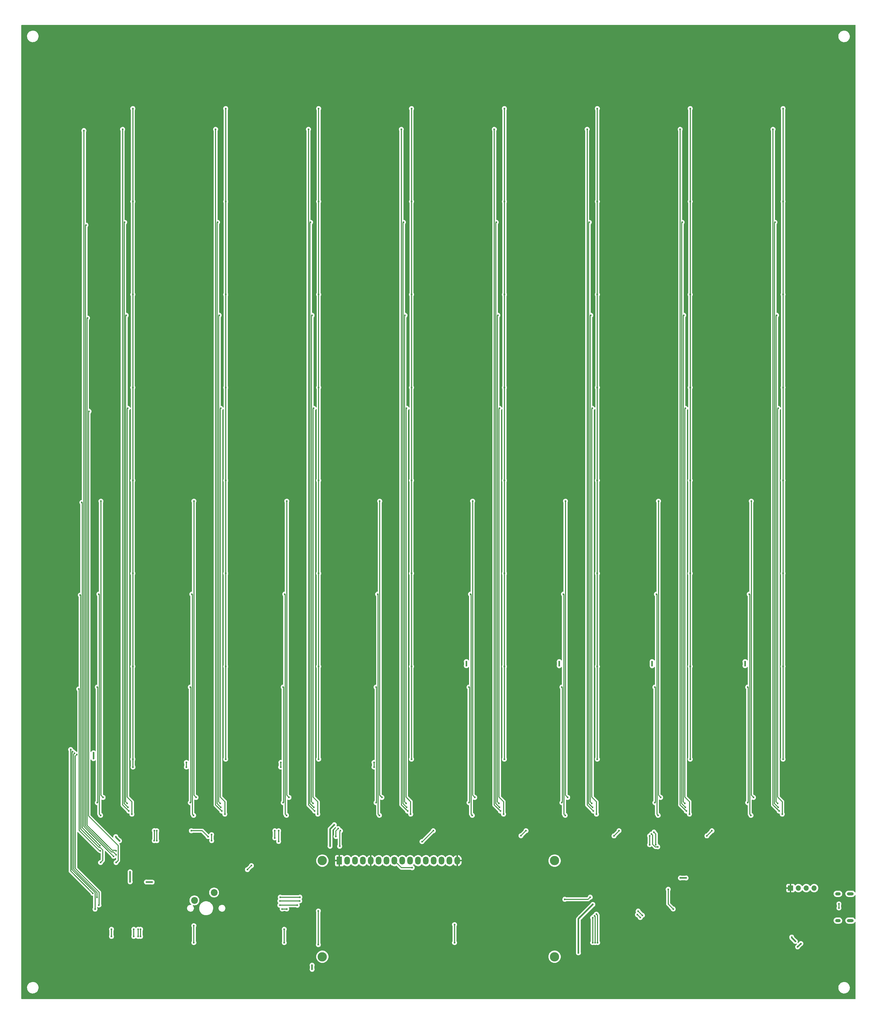
<source format=gbr>
%TF.GenerationSoftware,KiCad,Pcbnew,7.0.5*%
%TF.CreationDate,2023-06-01T20:25:25+12:00*%
%TF.ProjectId,ChessBoardKiCad,43686573-7342-46f6-9172-644b69436164,rev?*%
%TF.SameCoordinates,Original*%
%TF.FileFunction,Copper,L2,Bot*%
%TF.FilePolarity,Positive*%
%FSLAX46Y46*%
G04 Gerber Fmt 4.6, Leading zero omitted, Abs format (unit mm)*
G04 Created by KiCad (PCBNEW 7.0.5) date 2023-06-01 20:25:25*
%MOMM*%
%LPD*%
G01*
G04 APERTURE LIST*
%TA.AperFunction,ComponentPad*%
%ADD10R,1.700000X1.700000*%
%TD*%
%TA.AperFunction,ComponentPad*%
%ADD11O,1.700000X1.700000*%
%TD*%
%TA.AperFunction,ComponentPad*%
%ADD12C,3.000000*%
%TD*%
%TA.AperFunction,ComponentPad*%
%ADD13R,1.800000X2.600000*%
%TD*%
%TA.AperFunction,ComponentPad*%
%ADD14O,1.800000X2.600000*%
%TD*%
%TA.AperFunction,ComponentPad*%
%ADD15C,2.200000*%
%TD*%
%TA.AperFunction,ComponentPad*%
%ADD16O,1.800000X1.000000*%
%TD*%
%TA.AperFunction,ComponentPad*%
%ADD17O,2.200000X1.000000*%
%TD*%
%TA.AperFunction,ViaPad*%
%ADD18C,0.600000*%
%TD*%
%TA.AperFunction,ViaPad*%
%ADD19C,1.000000*%
%TD*%
%TA.AperFunction,Conductor*%
%ADD20C,0.500000*%
%TD*%
%TA.AperFunction,Conductor*%
%ADD21C,0.300000*%
%TD*%
G04 APERTURE END LIST*
D10*
%TO.P,J2,1,Pin_1*%
%TO.N,GND*%
X443700000Y-323857500D03*
D11*
%TO.P,J2,2,Pin_2*%
%TO.N,/SWCLK*%
X446240000Y-323857500D03*
%TO.P,J2,3,Pin_3*%
%TO.N,/SWDIO*%
X448780000Y-323857500D03*
%TO.P,J2,4,Pin_4*%
%TO.N,+3.3V*%
X451320000Y-323857500D03*
%TD*%
D12*
%TO.P,DS1,*%
%TO.N,*%
X292500900Y-315000000D03*
X292500900Y-346000700D03*
X367499480Y-346000700D03*
X367500000Y-315000000D03*
D13*
%TO.P,DS1,1,VSS*%
%TO.N,GND*%
X298000000Y-315000000D03*
D14*
%TO.P,DS1,2,VDD*%
%TO.N,VBUS*%
X300540000Y-315000000D03*
%TO.P,DS1,3,VO*%
%TO.N,/CONT_1*%
X303080000Y-315000000D03*
%TO.P,DS1,4,RS*%
%TO.N,LCD_RS*%
X305620000Y-315000000D03*
%TO.P,DS1,5,R/W*%
%TO.N,GND*%
X308160000Y-315000000D03*
%TO.P,DS1,6,E*%
%TO.N,LCD_LATCH*%
X310700000Y-315000000D03*
%TO.P,DS1,7,D0*%
%TO.N,/LCD1_D0*%
X313240000Y-315000000D03*
%TO.P,DS1,8,D1*%
%TO.N,/LCD1_D1*%
X315780000Y-315000000D03*
%TO.P,DS1,9,D2*%
%TO.N,/LCD1_D2*%
X318320000Y-315000000D03*
%TO.P,DS1,10,D3*%
%TO.N,/LCD1_D3*%
X320860000Y-315000000D03*
%TO.P,DS1,11,D4*%
%TO.N,/LCD1_D4*%
X323400000Y-315000000D03*
%TO.P,DS1,12,D5*%
%TO.N,/LCD1_D5*%
X325940000Y-315000000D03*
%TO.P,DS1,13,D6*%
%TO.N,/LCD1_D6*%
X328480000Y-315000000D03*
%TO.P,DS1,14,D7*%
%TO.N,/LCD1_D7*%
X331020000Y-315000000D03*
%TO.P,DS1,15,LED(+)*%
%TO.N,VBUS*%
X333560000Y-315000000D03*
%TO.P,DS1,16,LED(-)*%
%TO.N,GND*%
X336100000Y-315000000D03*
%TD*%
D15*
%TO.P,SW1,1,A*%
%TO.N,+3.3V*%
X257540000Y-325277500D03*
%TO.P,SW1,2,B*%
%TO.N,BUTTON*%
X251190000Y-327817500D03*
%TD*%
D16*
%TO.P,J1,S1,SHIELD*%
%TO.N,unconnected-(J1-SHIELD-PadS1)*%
X459000000Y-334340000D03*
D17*
X463000000Y-334340000D03*
D16*
X459000000Y-325700000D03*
D17*
X463000000Y-325700000D03*
%TD*%
D18*
%TO.N,+3.3V*%
X296369267Y-303430733D03*
X218600000Y-280200000D03*
X339000000Y-252074500D03*
X369000000Y-250775500D03*
X230407575Y-318607574D03*
X295000000Y-310349500D03*
X444087181Y-339687181D03*
X237520320Y-321920320D03*
X409949500Y-320600000D03*
X429000000Y-250775500D03*
X227000000Y-308600000D03*
X399000000Y-252084500D03*
X339000000Y-250775500D03*
X218600000Y-282074500D03*
X408150500Y-320600000D03*
X230433214Y-321833212D03*
X369000000Y-252084500D03*
X235701788Y-321901786D03*
X445259266Y-341059266D03*
X399000000Y-250775500D03*
X429000000Y-252074500D03*
X225800000Y-307250500D03*
D19*
%TO.N,GND*%
X435000000Y-75000000D03*
X376500000Y-77500000D03*
X436500000Y-137500000D03*
X405000000Y-165000000D03*
X375000000Y-105000000D03*
D18*
X224000000Y-304400000D03*
D19*
X405000000Y-195000000D03*
D18*
X402600000Y-335200000D03*
D19*
X286500000Y-137500000D03*
X376500000Y-257500000D03*
X435000000Y-255000000D03*
X375000000Y-285000000D03*
X375000000Y-165000000D03*
X406500000Y-167500000D03*
D18*
X452000000Y-334400000D03*
X459600000Y-342200000D03*
D19*
X405000000Y-75000000D03*
X226500000Y-167500000D03*
D18*
X221000000Y-319400000D03*
D19*
X406500000Y-77500000D03*
X226500000Y-137500000D03*
X435000000Y-225000000D03*
X255000000Y-285000000D03*
D18*
X432450000Y-328477500D03*
D19*
X436500000Y-77500000D03*
X435000000Y-105000000D03*
X285000000Y-75000000D03*
X345000000Y-255000000D03*
X255000000Y-195000000D03*
D18*
X341000000Y-302000000D03*
D19*
X376500000Y-287500000D03*
D18*
X371000000Y-304400000D03*
X401000000Y-302000000D03*
D19*
X286500000Y-287500000D03*
D18*
X224000000Y-301800000D03*
D19*
X285000000Y-165000000D03*
X375000000Y-135000000D03*
X256500000Y-77500000D03*
X226500000Y-287500000D03*
D18*
X457410000Y-336540000D03*
X311000000Y-303200000D03*
D19*
X316500000Y-167500000D03*
D18*
X443200000Y-337600000D03*
X401000000Y-303200000D03*
D19*
X345000000Y-135000000D03*
X255000000Y-105000000D03*
X315000000Y-285000000D03*
X406500000Y-137500000D03*
D18*
X371000000Y-302000000D03*
D19*
X316500000Y-197500000D03*
X406500000Y-107500000D03*
X346500000Y-107500000D03*
X286500000Y-227500000D03*
D18*
X281000000Y-303200000D03*
D19*
X316500000Y-287500000D03*
X225000000Y-165000000D03*
X225000000Y-195000000D03*
X315000000Y-255000000D03*
X225000000Y-225000000D03*
D18*
X456910000Y-323470000D03*
D19*
X286500000Y-77500000D03*
X436500000Y-287500000D03*
X286500000Y-167500000D03*
X256500000Y-287500000D03*
X256500000Y-107500000D03*
D18*
X440350000Y-323877500D03*
D19*
X345000000Y-225000000D03*
X315000000Y-75000000D03*
X405000000Y-285000000D03*
X285000000Y-105000000D03*
X345000000Y-285000000D03*
X226500000Y-77500000D03*
X316500000Y-137500000D03*
X346500000Y-77500000D03*
X435000000Y-165000000D03*
X375000000Y-195000000D03*
X285000000Y-195000000D03*
X255000000Y-255000000D03*
X376500000Y-167500000D03*
X346500000Y-197500000D03*
X255000000Y-165000000D03*
X225000000Y-105000000D03*
X346500000Y-287500000D03*
D18*
X456662500Y-330070000D03*
X436250000Y-327377500D03*
X251000000Y-303200000D03*
D19*
X405000000Y-255000000D03*
X226500000Y-107500000D03*
X436500000Y-227500000D03*
X436500000Y-257500000D03*
X285000000Y-285000000D03*
D18*
X221000000Y-318200000D03*
D19*
X406500000Y-287500000D03*
X346500000Y-167500000D03*
X406500000Y-197500000D03*
X225000000Y-285000000D03*
X346500000Y-137500000D03*
D18*
X452400000Y-338100000D03*
D19*
X316500000Y-227500000D03*
D18*
X453400000Y-338100000D03*
X221200000Y-334000000D03*
D19*
X345000000Y-105000000D03*
D18*
X401000000Y-304400000D03*
D19*
X286500000Y-257500000D03*
D18*
X284000000Y-333200000D03*
D19*
X256500000Y-257500000D03*
X285000000Y-135000000D03*
X285000000Y-255000000D03*
X255000000Y-75000000D03*
X316500000Y-257500000D03*
D18*
X431000000Y-304400000D03*
D19*
X345000000Y-195000000D03*
D18*
X379859266Y-331340734D03*
X456690000Y-333240000D03*
X435450000Y-338177500D03*
D19*
X256500000Y-227500000D03*
X435000000Y-195000000D03*
X376500000Y-107500000D03*
D18*
X437450000Y-335777500D03*
X221000000Y-317000000D03*
D19*
X256500000Y-167500000D03*
X346500000Y-257500000D03*
X346500000Y-227500000D03*
D18*
X429450000Y-332377500D03*
X456710000Y-326820000D03*
D19*
X226500000Y-197500000D03*
D18*
X224200000Y-328000000D03*
X284000000Y-331800000D03*
X401000000Y-319400000D03*
X434710179Y-332157214D03*
X311000000Y-302000000D03*
X281000000Y-304400000D03*
D19*
X376500000Y-197500000D03*
X225000000Y-255000000D03*
X255000000Y-135000000D03*
D18*
X281000000Y-301800000D03*
X433150000Y-332577500D03*
D19*
X315000000Y-135000000D03*
D18*
X224000000Y-303200000D03*
D19*
X256500000Y-137500000D03*
X315000000Y-105000000D03*
X375000000Y-225000000D03*
D18*
X431000000Y-302000000D03*
D19*
X405000000Y-135000000D03*
D18*
X431850000Y-338177500D03*
D19*
X316500000Y-107500000D03*
X376500000Y-137500000D03*
D18*
X251000000Y-304400000D03*
D19*
X375000000Y-75000000D03*
X285000000Y-225000000D03*
X315000000Y-165000000D03*
X226500000Y-227500000D03*
D18*
X370800000Y-334400000D03*
X371000000Y-303200000D03*
D19*
X255000000Y-225000000D03*
X286500000Y-197500000D03*
X286500000Y-107500000D03*
D18*
X454900000Y-337600000D03*
D19*
X436500000Y-197500000D03*
X345000000Y-165000000D03*
D18*
X284000000Y-334400000D03*
X431000000Y-303200000D03*
X406000000Y-329000000D03*
X405800000Y-314400000D03*
D19*
X315000000Y-195000000D03*
D18*
X341200000Y-304400000D03*
D19*
X405000000Y-105000000D03*
D18*
X311000000Y-304400000D03*
D19*
X436500000Y-167500000D03*
X376500000Y-227500000D03*
X226500000Y-257500000D03*
D18*
X447650000Y-329277500D03*
D19*
X225000000Y-75000000D03*
X316500000Y-77500000D03*
X406500000Y-227500000D03*
D18*
X221200000Y-333200000D03*
X282000000Y-344000000D03*
D19*
X435000000Y-135000000D03*
X435000000Y-285000000D03*
D18*
X251000000Y-302000000D03*
X341000000Y-303200000D03*
D19*
X436500000Y-107500000D03*
X256500000Y-197500000D03*
X345000000Y-75000000D03*
D18*
X431100942Y-327749057D03*
D19*
X405000000Y-225000000D03*
X406500000Y-257500000D03*
X315000000Y-225000000D03*
X375000000Y-255000000D03*
D18*
X432450000Y-326977500D03*
D19*
X225000000Y-135000000D03*
D18*
%TO.N,VBUS*%
X375800000Y-333200000D03*
X447029977Y-341770023D03*
X289200000Y-348750500D03*
X289200000Y-350049500D03*
X445970023Y-342829977D03*
X375200000Y-344749000D03*
X379855319Y-329144679D03*
%TO.N,HALL_C0R0*%
X228000000Y-79000000D03*
X230000000Y-299000000D03*
%TO.N,HALL_C1R0*%
X258025000Y-79000000D03*
X260025000Y-299000000D03*
%TO.N,HALL_C2R0*%
X290025000Y-299000000D03*
X288025000Y-79000000D03*
%TO.N,HALL_C3R0*%
X320025000Y-299000000D03*
X318025000Y-79000000D03*
%TO.N,HALL_C4R0*%
X350025000Y-299000000D03*
X348025000Y-79000000D03*
%TO.N,HALL_C5R0*%
X380025000Y-299000000D03*
X378025000Y-79000000D03*
%TO.N,HALL_C6R0*%
X408050000Y-79000000D03*
X410050000Y-299000000D03*
%TO.N,HALL_C7R0*%
X438025000Y-79000000D03*
X440025000Y-299000000D03*
%TO.N,HALL_C0R1*%
X229709266Y-297790734D03*
X228649500Y-109000000D03*
%TO.N,HALL_C1R1*%
X258674500Y-109000000D03*
X259734266Y-297790734D03*
%TO.N,HALL_C2R1*%
X289734266Y-297790734D03*
X288674500Y-109000000D03*
%TO.N,HALL_C3R1*%
X319734266Y-297790734D03*
X318674500Y-109000000D03*
%TO.N,HALL_C4R1*%
X349734266Y-297790734D03*
X348674500Y-109000000D03*
%TO.N,HALL_C5R1*%
X379734266Y-297790734D03*
X378674500Y-109000000D03*
%TO.N,HALL_C6R1*%
X408699500Y-109000000D03*
X409759266Y-297790734D03*
%TO.N,HALL_C7R1*%
X439734266Y-297790734D03*
X438674500Y-109000000D03*
%TO.N,HALL_C0R2*%
X229500000Y-296500000D03*
X229149500Y-139000000D03*
%TO.N,HALL_C1R2*%
X259525000Y-296500000D03*
X259174500Y-139000000D03*
%TO.N,HALL_C2R2*%
X289174500Y-139000000D03*
X289525000Y-296500000D03*
%TO.N,HALL_C3R2*%
X319174500Y-139000000D03*
X319525000Y-296500000D03*
%TO.N,HALL_C4R2*%
X349525000Y-296500000D03*
X349174500Y-139000000D03*
%TO.N,HALL_C5R2*%
X379525000Y-296500000D03*
X379174500Y-139000000D03*
%TO.N,HALL_C6R2*%
X409550000Y-296500000D03*
X409199500Y-139000000D03*
%TO.N,HALL_C7R2*%
X439174500Y-139000000D03*
X439525000Y-296500000D03*
%TO.N,HALL_C0R3*%
X231000000Y-300000000D03*
X229649500Y-169000000D03*
%TO.N,HALL_C1R3*%
X261025000Y-300000000D03*
X259674500Y-169000000D03*
%TO.N,HALL_C2R3*%
X291025000Y-300000000D03*
X289674500Y-169000000D03*
%TO.N,HALL_C3R3*%
X319674500Y-169000000D03*
X321025000Y-300000000D03*
%TO.N,HALL_C4R3*%
X349674500Y-169000000D03*
X351025000Y-300000000D03*
%TO.N,HALL_C5R3*%
X379674500Y-169000000D03*
X381025000Y-300000000D03*
%TO.N,HALL_C6R3*%
X411050000Y-300000000D03*
X409699500Y-169000000D03*
%TO.N,HALL_C7R3*%
X441025000Y-300000000D03*
X439674500Y-169000000D03*
%TO.N,HALL_C0R4*%
X221700000Y-294600000D03*
X221000000Y-199000000D03*
%TO.N,HALL_C1R4*%
X251025000Y-199000000D03*
X251725000Y-294600000D03*
%TO.N,HALL_C2R4*%
X281025000Y-199000000D03*
X281725000Y-294600000D03*
%TO.N,HALL_C3R4*%
X311725000Y-294600000D03*
X311025000Y-199000000D03*
%TO.N,HALL_C4R4*%
X341725000Y-294600000D03*
X341025000Y-199000000D03*
%TO.N,HALL_C5R4*%
X371025000Y-199000000D03*
X371725000Y-294600000D03*
%TO.N,HALL_C6R4*%
X401050000Y-199000000D03*
X401750000Y-294600000D03*
%TO.N,HALL_C7R4*%
X431025000Y-199000000D03*
X431725000Y-294600000D03*
%TO.N,HALL_C0R5*%
X220900000Y-300400000D03*
X220350500Y-229000000D03*
%TO.N,HALL_C1R5*%
X250925000Y-300400000D03*
X250375500Y-229000000D03*
%TO.N,HALL_C2R5*%
X280375500Y-229000000D03*
X280925000Y-300400000D03*
%TO.N,HALL_C3R5*%
X310375500Y-229000000D03*
X310925000Y-300400000D03*
%TO.N,HALL_C4R5*%
X340375500Y-229000000D03*
X340925000Y-300400000D03*
%TO.N,HALL_C5R5*%
X370375500Y-229000000D03*
X370925000Y-300400000D03*
%TO.N,HALL_C6R5*%
X400950000Y-300400000D03*
X400400500Y-229000000D03*
%TO.N,HALL_C7R5*%
X430925000Y-300400000D03*
X430375500Y-229000000D03*
%TO.N,HALL_C0R6*%
X219850500Y-296300000D03*
X219850500Y-259000000D03*
%TO.N,HALL_C1R6*%
X249875500Y-296300000D03*
X249875500Y-259000000D03*
%TO.N,HALL_C2R6*%
X279875500Y-259000000D03*
X279875500Y-296300000D03*
%TO.N,HALL_C3R6*%
X309875500Y-259000000D03*
X309875500Y-296300000D03*
%TO.N,HALL_C4R6*%
X339875500Y-296300000D03*
X339875500Y-259000000D03*
%TO.N,HALL_C5R6*%
X369875500Y-259000000D03*
X369875500Y-296300000D03*
%TO.N,HALL_C6R6*%
X399900500Y-296300000D03*
X399900500Y-259000000D03*
%TO.N,HALL_C7R6*%
X429875500Y-296300000D03*
X429875500Y-259000000D03*
%TO.N,LED_C0*%
X231300000Y-132300000D03*
X231350000Y-284799500D03*
X231300000Y-192300000D03*
X231300000Y-102300000D03*
X238200000Y-308549500D03*
X231300000Y-222300000D03*
X231300000Y-162300000D03*
X231300000Y-282250000D03*
X231300000Y-252300000D03*
X238234266Y-305315734D03*
X231300000Y-72300000D03*
%TO.N,LED_C1*%
X261300000Y-192300000D03*
X239050000Y-308549500D03*
X261300000Y-102300000D03*
X261300000Y-72300000D03*
X261300000Y-132300000D03*
X261300000Y-282250000D03*
X239033012Y-305350500D03*
X248600000Y-283300500D03*
X261300000Y-222300000D03*
X261300000Y-252300000D03*
X261300000Y-162300000D03*
X248600000Y-284799500D03*
%TO.N,LED_C2*%
X256750000Y-306601000D03*
X277150000Y-305355500D03*
X279050000Y-284799500D03*
X291300000Y-282250000D03*
X291300000Y-132300000D03*
X291300000Y-192300000D03*
X291300000Y-72300000D03*
X291300000Y-102300000D03*
X291300000Y-252300000D03*
X291300000Y-222300000D03*
X291300000Y-162300000D03*
X277150000Y-307654500D03*
X256750000Y-308549500D03*
X279100000Y-283300500D03*
%TO.N,LED_C3*%
X321300000Y-222300000D03*
X309200000Y-283300500D03*
X321300000Y-132300000D03*
X296893628Y-307206372D03*
X321300000Y-252300000D03*
X309200000Y-284799500D03*
X321300000Y-72300000D03*
X321300000Y-282250000D03*
X268315984Y-317884016D03*
X321300000Y-102300000D03*
X297619266Y-304680734D03*
X269600000Y-316600000D03*
X321300000Y-162300000D03*
X321300000Y-192300000D03*
%TO.N,LED_C4*%
X351300000Y-192300000D03*
X351300000Y-72300000D03*
X351300000Y-222300000D03*
X351300000Y-162300000D03*
X351300000Y-102300000D03*
X351300000Y-132300000D03*
X211229500Y-279150000D03*
X351300000Y-282250000D03*
X351300000Y-252300000D03*
X218400000Y-325550000D03*
%TO.N,LED_C5*%
X381300000Y-192300000D03*
X381300000Y-282250000D03*
X211879000Y-279826452D03*
X219100000Y-330650000D03*
X381300000Y-162300000D03*
X381300000Y-102300000D03*
X381300000Y-132300000D03*
X381300000Y-72300000D03*
X381300000Y-222300000D03*
X381300000Y-252300000D03*
%TO.N,LED_C6*%
X219749500Y-326850000D03*
X411300000Y-252300000D03*
X411300000Y-282250000D03*
X411300000Y-162300000D03*
X411300000Y-192300000D03*
X411300000Y-132300000D03*
X411300000Y-222300000D03*
X411300000Y-102300000D03*
X411300000Y-72300000D03*
X212487519Y-280345016D03*
%TO.N,LED_C7*%
X441300000Y-162300000D03*
X220350000Y-329350000D03*
X441300000Y-252300000D03*
X441300000Y-72300000D03*
X441300000Y-132300000D03*
X441300000Y-102300000D03*
X213200000Y-280800000D03*
X441300000Y-222300000D03*
X441300000Y-192300000D03*
X441300000Y-282250000D03*
%TO.N,/CONT_1*%
X291200000Y-331255500D03*
X291200000Y-342099000D03*
%TO.N,LED_R0*%
X215500000Y-79400000D03*
X225100000Y-313600000D03*
%TO.N,LED_R1*%
X225900000Y-313100000D03*
X216149500Y-109900000D03*
%TO.N,LED_R2*%
X225900000Y-311825000D03*
X216649500Y-139900000D03*
%TO.N,LED_R3*%
X217149500Y-170000000D03*
X225900000Y-315600000D03*
%TO.N,LED_R4*%
X220690734Y-310109266D03*
X214850500Y-199400000D03*
%TO.N,LED_R5*%
X220900000Y-315600000D03*
X214350500Y-229300000D03*
%TO.N,LED_R6*%
X220827816Y-311825000D03*
X213850500Y-259600000D03*
%TO.N,LCD_RS*%
X335200000Y-335650500D03*
X335200000Y-341449500D03*
%TO.N,LCD_LATCH*%
X380600000Y-341449500D03*
X380440734Y-332840734D03*
%TO.N,SELECTED_HALL*%
X280200000Y-341449500D03*
X280200000Y-337150500D03*
%TO.N,GRID_LATCH*%
X405800000Y-330600000D03*
X404200000Y-324255500D03*
%TO.N,LED_ROW_B*%
X395159266Y-333359266D03*
X394240734Y-332440734D03*
%TO.N,LED_COL_A*%
X233800000Y-337150500D03*
X233800000Y-339449500D03*
%TO.N,LED_COL_B*%
X233000000Y-337150500D03*
X233000000Y-339449500D03*
%TO.N,LED_COL_C*%
X231600000Y-339449500D03*
X231600000Y-337150500D03*
%TO.N,DISABLE_LEDS*%
X224400000Y-339449500D03*
X224400000Y-337150500D03*
%TO.N,LED_ROW_A*%
X394481468Y-331281468D03*
X395859266Y-332659266D03*
%TO.N,HALL_ROW_B*%
X400810000Y-310555000D03*
X398800000Y-306400000D03*
%TO.N,HALL_ROW_C*%
X398200000Y-309849500D03*
X398200000Y-307000000D03*
%TO.N,HALL_ROW_A*%
X400200000Y-309849500D03*
X399600000Y-305800000D03*
%TO.N,HALL_C4*%
X328319266Y-305355500D03*
X324700000Y-308849500D03*
%TO.N,HALL_C6*%
X386693628Y-307006372D03*
X388300000Y-305355500D03*
%TO.N,HALL_C7*%
X416693628Y-307006372D03*
X418319266Y-305355500D03*
%TO.N,HALL_C5*%
X356643628Y-306956372D03*
X279550500Y-330600000D03*
X281000000Y-330600000D03*
X358269266Y-305330734D03*
%TO.N,HALL_C3*%
X298337819Y-305355500D03*
X298100000Y-310349500D03*
%TO.N,HALL_C0*%
X278800000Y-329400000D03*
X284400000Y-329400000D03*
%TO.N,HALL_C1*%
X255600000Y-307250500D03*
X285200000Y-328000000D03*
X278800000Y-328000000D03*
X250200000Y-305350500D03*
%TO.N,HALL_C2*%
X285249500Y-326800000D03*
X278400000Y-305355500D03*
X278400000Y-308800000D03*
X278901000Y-326800000D03*
%TO.N,BUTTON*%
X251000000Y-336000000D03*
X251000000Y-341449500D03*
%TO.N,LCD_SER_DATA*%
X381006068Y-332275400D03*
X381399503Y-341449500D03*
%TO.N,LCD_SER_CLK*%
X379800000Y-341449500D03*
X379800000Y-333400000D03*
%TO.N,/LCD1_D0*%
X379000000Y-326800000D03*
X370800000Y-327474500D03*
%TO.N,/LCD1_D1*%
X321519266Y-317280734D03*
%TO.N,USB_CON_D+*%
X459332227Y-328970500D03*
X459330000Y-330270000D03*
%TD*%
D20*
%TO.N,+3.3V*%
X230407575Y-318607574D02*
X230407575Y-321807573D01*
X218600000Y-280200000D02*
X218600000Y-282074500D01*
X225800000Y-307250500D02*
X225800000Y-307400000D01*
X369000000Y-252084500D02*
X369000000Y-250775500D01*
X295000000Y-304800000D02*
X296369267Y-303430733D01*
X444087181Y-339687181D02*
X444087181Y-339887181D01*
X295000000Y-310349500D02*
X295000000Y-304800000D01*
X399000000Y-252084500D02*
X399000000Y-250775500D01*
X225800000Y-307400000D02*
X227000000Y-308600000D01*
X408150500Y-320600000D02*
X409949500Y-320600000D01*
X235701788Y-321901786D02*
X237501786Y-321901786D01*
X339000000Y-252074500D02*
X339000000Y-250775500D01*
X429000000Y-252074500D02*
X429000000Y-250775500D01*
X237501786Y-321901786D02*
X237520320Y-321920320D01*
X230407575Y-321807573D02*
X230433214Y-321833212D01*
X444087181Y-339887181D02*
X445259266Y-341059266D01*
%TO.N,VBUS*%
X375800000Y-333200000D02*
X379855319Y-329144681D01*
X375200000Y-333800000D02*
X375800000Y-333200000D01*
X379855319Y-329144681D02*
X379855319Y-329144679D01*
X375200000Y-344749000D02*
X375200000Y-333800000D01*
X447029977Y-341770023D02*
X445970023Y-342829977D01*
X289200000Y-348750500D02*
X289200000Y-350049500D01*
D21*
%TO.N,HALL_C0R0*%
X230000000Y-299000000D02*
X228000000Y-297000000D01*
X228000000Y-297000000D02*
X228000000Y-79000000D01*
%TO.N,HALL_C1R0*%
X260025000Y-299000000D02*
X258025000Y-297000000D01*
X258025000Y-297000000D02*
X258025000Y-79000000D01*
%TO.N,HALL_C2R0*%
X288025000Y-297000000D02*
X288025000Y-79000000D01*
X290025000Y-299000000D02*
X288025000Y-297000000D01*
%TO.N,HALL_C3R0*%
X320025000Y-299000000D02*
X318025000Y-297000000D01*
X318025000Y-297000000D02*
X318025000Y-79000000D01*
%TO.N,HALL_C4R0*%
X348025000Y-297000000D02*
X348025000Y-79000000D01*
X350025000Y-299000000D02*
X348025000Y-297000000D01*
%TO.N,HALL_C5R0*%
X380025000Y-299000000D02*
X378025000Y-297000000D01*
X378025000Y-297000000D02*
X378025000Y-79000000D01*
%TO.N,HALL_C6R0*%
X410050000Y-299000000D02*
X408050000Y-297000000D01*
X408050000Y-297000000D02*
X408050000Y-79000000D01*
%TO.N,HALL_C7R0*%
X438025000Y-297000000D02*
X438025000Y-79000000D01*
X440025000Y-299000000D02*
X438025000Y-297000000D01*
%TO.N,HALL_C0R1*%
X228500000Y-109149500D02*
X228500000Y-296581468D01*
X228500000Y-296581468D02*
X229709266Y-297790734D01*
X228649500Y-109000000D02*
X228500000Y-109149500D01*
%TO.N,HALL_C1R1*%
X258674500Y-109000000D02*
X258525000Y-109149500D01*
X258525000Y-109149500D02*
X258525000Y-296581468D01*
X258525000Y-296581468D02*
X259734266Y-297790734D01*
%TO.N,HALL_C2R1*%
X288674500Y-109000000D02*
X288525000Y-109149500D01*
X288525000Y-109149500D02*
X288525000Y-296581468D01*
X288525000Y-296581468D02*
X289734266Y-297790734D01*
%TO.N,HALL_C3R1*%
X318674500Y-109000000D02*
X318525000Y-109149500D01*
X318525000Y-109149500D02*
X318525000Y-296581468D01*
X318525000Y-296581468D02*
X319734266Y-297790734D01*
%TO.N,HALL_C4R1*%
X348525000Y-109149500D02*
X348525000Y-296581468D01*
X348674500Y-109000000D02*
X348525000Y-109149500D01*
X348525000Y-296581468D02*
X349734266Y-297790734D01*
%TO.N,HALL_C5R1*%
X378525000Y-296581468D02*
X379734266Y-297790734D01*
X378525000Y-109149500D02*
X378525000Y-296581468D01*
X378674500Y-109000000D02*
X378525000Y-109149500D01*
%TO.N,HALL_C6R1*%
X408699500Y-109000000D02*
X408550000Y-109149500D01*
X408550000Y-296581468D02*
X409759266Y-297790734D01*
X408550000Y-109149500D02*
X408550000Y-296581468D01*
%TO.N,HALL_C7R1*%
X438674500Y-109000000D02*
X438525000Y-109149500D01*
X438525000Y-296581468D02*
X439734266Y-297790734D01*
X438525000Y-109149500D02*
X438525000Y-296581468D01*
%TO.N,HALL_C0R2*%
X229149500Y-139000000D02*
X229000000Y-139149500D01*
X229000000Y-296000000D02*
X229500000Y-296500000D01*
X229000000Y-139149500D02*
X229000000Y-296000000D01*
%TO.N,HALL_C1R2*%
X259025000Y-139149500D02*
X259025000Y-296000000D01*
X259174500Y-139000000D02*
X259025000Y-139149500D01*
X259025000Y-296000000D02*
X259525000Y-296500000D01*
%TO.N,HALL_C2R2*%
X289025000Y-296000000D02*
X289525000Y-296500000D01*
X289025000Y-139149500D02*
X289025000Y-296000000D01*
X289174500Y-139000000D02*
X289025000Y-139149500D01*
%TO.N,HALL_C3R2*%
X319025000Y-139149500D02*
X319025000Y-296000000D01*
X319025000Y-296000000D02*
X319525000Y-296500000D01*
X319174500Y-139000000D02*
X319025000Y-139149500D01*
%TO.N,HALL_C4R2*%
X349174500Y-139000000D02*
X349025000Y-139149500D01*
X349025000Y-139149500D02*
X349025000Y-296000000D01*
X349025000Y-296000000D02*
X349525000Y-296500000D01*
%TO.N,HALL_C5R2*%
X379025000Y-296000000D02*
X379525000Y-296500000D01*
X379174500Y-139000000D02*
X379025000Y-139149500D01*
X379025000Y-139149500D02*
X379025000Y-296000000D01*
%TO.N,HALL_C6R2*%
X409050000Y-139149500D02*
X409050000Y-296000000D01*
X409050000Y-296000000D02*
X409550000Y-296500000D01*
X409199500Y-139000000D02*
X409050000Y-139149500D01*
%TO.N,HALL_C7R2*%
X439025000Y-139149500D02*
X439025000Y-296000000D01*
X439174500Y-139000000D02*
X439025000Y-139149500D01*
X439025000Y-296000000D02*
X439525000Y-296500000D01*
%TO.N,HALL_C0R3*%
X229500000Y-169149500D02*
X229500000Y-294500000D01*
X231000000Y-296000000D02*
X231000000Y-300000000D01*
X229500000Y-294500000D02*
X231000000Y-296000000D01*
X229649500Y-169000000D02*
X229500000Y-169149500D01*
%TO.N,HALL_C1R3*%
X259674500Y-169000000D02*
X259525000Y-169149500D01*
X259525000Y-169149500D02*
X259525000Y-294500000D01*
X259525000Y-294500000D02*
X261025000Y-296000000D01*
X261025000Y-296000000D02*
X261025000Y-300000000D01*
%TO.N,HALL_C2R3*%
X291025000Y-296000000D02*
X291025000Y-300000000D01*
X289525000Y-169149500D02*
X289525000Y-294500000D01*
X289674500Y-169000000D02*
X289525000Y-169149500D01*
X289525000Y-294500000D02*
X291025000Y-296000000D01*
%TO.N,HALL_C3R3*%
X321025000Y-296000000D02*
X321025000Y-300000000D01*
X319674500Y-169000000D02*
X319525000Y-169149500D01*
X319525000Y-169149500D02*
X319525000Y-294500000D01*
X319525000Y-294500000D02*
X321025000Y-296000000D01*
%TO.N,HALL_C4R3*%
X349525000Y-294500000D02*
X351025000Y-296000000D01*
X351025000Y-296000000D02*
X351025000Y-300000000D01*
X349674500Y-169000000D02*
X349525000Y-169149500D01*
X349525000Y-169149500D02*
X349525000Y-294500000D01*
%TO.N,HALL_C5R3*%
X379525000Y-294500000D02*
X381025000Y-296000000D01*
X381025000Y-296000000D02*
X381025000Y-300000000D01*
X379674500Y-169000000D02*
X379525000Y-169149500D01*
X379525000Y-169149500D02*
X379525000Y-294500000D01*
%TO.N,HALL_C6R3*%
X411050000Y-296000000D02*
X411050000Y-300000000D01*
X409550000Y-169149500D02*
X409550000Y-294500000D01*
X409550000Y-294500000D02*
X411050000Y-296000000D01*
X409699500Y-169000000D02*
X409550000Y-169149500D01*
%TO.N,HALL_C7R3*%
X439674500Y-169000000D02*
X439525000Y-169149500D01*
X439525000Y-169149500D02*
X439525000Y-294500000D01*
X439525000Y-294500000D02*
X441025000Y-296000000D01*
X441025000Y-296000000D02*
X441025000Y-300000000D01*
%TO.N,HALL_C0R4*%
X221000000Y-293900000D02*
X221700000Y-294600000D01*
X221000000Y-199000000D02*
X221000000Y-293900000D01*
%TO.N,HALL_C1R4*%
X251025000Y-199000000D02*
X251025000Y-293900000D01*
X251025000Y-293900000D02*
X251725000Y-294600000D01*
%TO.N,HALL_C2R4*%
X281025000Y-293900000D02*
X281725000Y-294600000D01*
X281025000Y-199000000D02*
X281025000Y-293900000D01*
%TO.N,HALL_C3R4*%
X311025000Y-199000000D02*
X311025000Y-293900000D01*
X311025000Y-293900000D02*
X311725000Y-294600000D01*
%TO.N,HALL_C4R4*%
X341025000Y-293900000D02*
X341725000Y-294600000D01*
X341025000Y-199000000D02*
X341025000Y-293900000D01*
%TO.N,HALL_C5R4*%
X371025000Y-199000000D02*
X371025000Y-293900000D01*
X371025000Y-293900000D02*
X371725000Y-294600000D01*
%TO.N,HALL_C6R4*%
X401050000Y-293900000D02*
X401750000Y-294600000D01*
X401050000Y-199000000D02*
X401050000Y-293900000D01*
%TO.N,HALL_C7R4*%
X431025000Y-293900000D02*
X431725000Y-294600000D01*
X431025000Y-199000000D02*
X431025000Y-293900000D01*
%TO.N,HALL_C0R5*%
X220900000Y-300400000D02*
X220500000Y-300000000D01*
X220400000Y-229000000D02*
X220350500Y-229000000D01*
X220500000Y-300000000D02*
X220500000Y-229100000D01*
X220500000Y-229100000D02*
X220400000Y-229000000D01*
%TO.N,HALL_C1R5*%
X250525000Y-300000000D02*
X250525000Y-229100000D01*
X250525000Y-229100000D02*
X250425000Y-229000000D01*
X250425000Y-229000000D02*
X250375500Y-229000000D01*
X250925000Y-300400000D02*
X250525000Y-300000000D01*
%TO.N,HALL_C2R5*%
X280525000Y-229100000D02*
X280425000Y-229000000D01*
X280925000Y-300400000D02*
X280525000Y-300000000D01*
X280525000Y-300000000D02*
X280525000Y-229100000D01*
X280425000Y-229000000D02*
X280375500Y-229000000D01*
%TO.N,HALL_C3R5*%
X310525000Y-229100000D02*
X310425000Y-229000000D01*
X310925000Y-300400000D02*
X310525000Y-300000000D01*
X310425000Y-229000000D02*
X310375500Y-229000000D01*
X310525000Y-300000000D02*
X310525000Y-229100000D01*
%TO.N,HALL_C4R5*%
X340425000Y-229000000D02*
X340375500Y-229000000D01*
X340525000Y-300000000D02*
X340525000Y-229100000D01*
X340925000Y-300400000D02*
X340525000Y-300000000D01*
X340525000Y-229100000D02*
X340425000Y-229000000D01*
%TO.N,HALL_C5R5*%
X370925000Y-300400000D02*
X370525000Y-300000000D01*
X370425000Y-229000000D02*
X370375500Y-229000000D01*
X370525000Y-300000000D02*
X370525000Y-229100000D01*
X370525000Y-229100000D02*
X370425000Y-229000000D01*
%TO.N,HALL_C6R5*%
X400550000Y-300000000D02*
X400550000Y-229100000D01*
X400550000Y-229100000D02*
X400450000Y-229000000D01*
X400950000Y-300400000D02*
X400550000Y-300000000D01*
X400450000Y-229000000D02*
X400400500Y-229000000D01*
%TO.N,HALL_C7R5*%
X430525000Y-300000000D02*
X430525000Y-229100000D01*
X430425000Y-229000000D02*
X430375500Y-229000000D01*
X430525000Y-229100000D02*
X430425000Y-229000000D01*
X430925000Y-300400000D02*
X430525000Y-300000000D01*
%TO.N,HALL_C0R6*%
X219900000Y-259000000D02*
X220000000Y-259100000D01*
X219850500Y-259000000D02*
X219900000Y-259000000D01*
X220000000Y-296150500D02*
X219850500Y-296300000D01*
X220000000Y-259100000D02*
X220000000Y-296150500D01*
%TO.N,HALL_C1R6*%
X249875500Y-259000000D02*
X249925000Y-259000000D01*
X249925000Y-259000000D02*
X250025000Y-259100000D01*
X250025000Y-296150500D02*
X249875500Y-296300000D01*
X250025000Y-259100000D02*
X250025000Y-296150500D01*
%TO.N,HALL_C2R6*%
X280025000Y-296150500D02*
X279875500Y-296300000D01*
X279925000Y-259000000D02*
X280025000Y-259100000D01*
X279875500Y-259000000D02*
X279925000Y-259000000D01*
X280025000Y-259100000D02*
X280025000Y-296150500D01*
%TO.N,HALL_C3R6*%
X309875500Y-259000000D02*
X309925000Y-259000000D01*
X309925000Y-259000000D02*
X310025000Y-259100000D01*
X310025000Y-296150500D02*
X309875500Y-296300000D01*
X310025000Y-259100000D02*
X310025000Y-296150500D01*
%TO.N,HALL_C4R6*%
X340025000Y-259100000D02*
X340025000Y-296150500D01*
X339875500Y-259000000D02*
X339925000Y-259000000D01*
X339925000Y-259000000D02*
X340025000Y-259100000D01*
X340025000Y-296150500D02*
X339875500Y-296300000D01*
%TO.N,HALL_C5R6*%
X369875500Y-259000000D02*
X369925000Y-259000000D01*
X370025000Y-259100000D02*
X370025000Y-296150500D01*
X369925000Y-259000000D02*
X370025000Y-259100000D01*
X370025000Y-296150500D02*
X369875500Y-296300000D01*
%TO.N,HALL_C6R6*%
X399950000Y-259000000D02*
X400050000Y-259100000D01*
X400050000Y-296150500D02*
X399900500Y-296300000D01*
X399900500Y-259000000D02*
X399950000Y-259000000D01*
X400050000Y-259100000D02*
X400050000Y-296150500D01*
%TO.N,HALL_C7R6*%
X429875500Y-259000000D02*
X429925000Y-259000000D01*
X430025000Y-259100000D02*
X430025000Y-296150500D01*
X429925000Y-259000000D02*
X430025000Y-259100000D01*
X430025000Y-296150500D02*
X429875500Y-296300000D01*
%TO.N,LED_C0*%
X231300000Y-282250000D02*
X231300000Y-284749500D01*
X231300000Y-282250000D02*
X231300000Y-252300000D01*
X231300000Y-162300000D02*
X231300000Y-132300000D01*
X231300000Y-102300000D02*
X231300000Y-72300000D01*
X238234266Y-308515234D02*
X238200000Y-308549500D01*
X238234266Y-305315734D02*
X238234266Y-308515234D01*
X231300000Y-222300000D02*
X231300000Y-192300000D01*
X231300000Y-252300000D02*
X231300000Y-222300000D01*
X231300000Y-192300000D02*
X231300000Y-162300000D01*
X231300000Y-132300000D02*
X231300000Y-102300000D01*
X231300000Y-284749500D02*
X231350000Y-284799500D01*
%TO.N,LED_C1*%
X239033012Y-308532512D02*
X239050000Y-308549500D01*
X239033012Y-305350500D02*
X239033012Y-308532512D01*
X261300000Y-282250000D02*
X261300000Y-252300000D01*
X261300000Y-162300000D02*
X261300000Y-132300000D01*
X248600000Y-283300500D02*
X248600000Y-284799500D01*
X261300000Y-252300000D02*
X261300000Y-222300000D01*
X261300000Y-192300000D02*
X261300000Y-162300000D01*
X261300000Y-102300000D02*
X261300000Y-72300000D01*
X261300000Y-222300000D02*
X261300000Y-192300000D01*
X261300000Y-132300000D02*
X261300000Y-102300000D01*
%TO.N,LED_C2*%
X291300000Y-282250000D02*
X291300000Y-252300000D01*
X291300000Y-102300000D02*
X291300000Y-72300000D01*
X277150000Y-305355500D02*
X277150000Y-307654500D01*
X256750000Y-306601000D02*
X256750000Y-308549500D01*
X291300000Y-192300000D02*
X291300000Y-162300000D01*
X291300000Y-222300000D02*
X291300000Y-192300000D01*
X291300000Y-252300000D02*
X291300000Y-222300000D01*
X279100000Y-283300500D02*
X279100000Y-284749500D01*
X279100000Y-284749500D02*
X279050000Y-284799500D01*
X291300000Y-132300000D02*
X291300000Y-102300000D01*
X291300000Y-162300000D02*
X291300000Y-132300000D01*
%TO.N,LED_C3*%
X321300000Y-162300000D02*
X321300000Y-132300000D01*
X309200000Y-283300500D02*
X309200000Y-284799500D01*
X321300000Y-102300000D02*
X321300000Y-72300000D01*
X269600000Y-316600000D02*
X268315984Y-317884016D01*
X321300000Y-252300000D02*
X321300000Y-222300000D01*
X321300000Y-282250000D02*
X321300000Y-252300000D01*
X321300000Y-192300000D02*
X321300000Y-162300000D01*
X296893628Y-305406372D02*
X296893628Y-307206372D01*
X321300000Y-222300000D02*
X321300000Y-192300000D01*
X297619266Y-304680734D02*
X296893628Y-305406372D01*
X321300000Y-132300000D02*
X321300000Y-102300000D01*
%TO.N,LED_C4*%
X351300000Y-132300000D02*
X351300000Y-102300000D01*
X351300000Y-192300000D02*
X351300000Y-162300000D01*
X211229500Y-279150000D02*
X211229500Y-318379500D01*
X351300000Y-162300000D02*
X351300000Y-132300000D01*
X351300000Y-252300000D02*
X351300000Y-222300000D01*
X211229500Y-318379500D02*
X218400000Y-325550000D01*
X351300000Y-282250000D02*
X351300000Y-252300000D01*
X351300000Y-102300000D02*
X351300000Y-72300000D01*
X351300000Y-222300000D02*
X351300000Y-192300000D01*
%TO.N,LED_C5*%
X381300000Y-252300000D02*
X381300000Y-222300000D01*
X381300000Y-132300000D02*
X381300000Y-102300000D01*
X381300000Y-102300000D02*
X381300000Y-72300000D01*
X211729500Y-279975952D02*
X211729500Y-317960261D01*
X219100000Y-325330761D02*
X219100000Y-330650000D01*
X381300000Y-162300000D02*
X381300000Y-132300000D01*
X211729500Y-317960261D02*
X219100000Y-325330761D01*
X381300000Y-282250000D02*
X381300000Y-252300000D01*
X381300000Y-222300000D02*
X381300000Y-192300000D01*
X211879000Y-279826452D02*
X211729500Y-279975952D01*
X381300000Y-192300000D02*
X381300000Y-162300000D01*
%TO.N,LED_C6*%
X219749500Y-325273155D02*
X219749500Y-326850000D01*
X411300000Y-252300000D02*
X411300000Y-222300000D01*
X411300000Y-222300000D02*
X411300000Y-192300000D01*
X411300000Y-132300000D02*
X411300000Y-102300000D01*
X212229500Y-317753155D02*
X219749500Y-325273155D01*
X411300000Y-282250000D02*
X411300000Y-252300000D01*
X212487519Y-280345016D02*
X212229500Y-280603035D01*
X411300000Y-192300000D02*
X411300000Y-162300000D01*
X411300000Y-162300000D02*
X411300000Y-132300000D01*
X411300000Y-102300000D02*
X411300000Y-72300000D01*
X212229500Y-280603035D02*
X212229500Y-317753155D01*
%TO.N,LED_C7*%
X441300000Y-192300000D02*
X441300000Y-162300000D01*
X441300000Y-102300000D02*
X441300000Y-72300000D01*
X441300000Y-222300000D02*
X441300000Y-192300000D01*
X441300000Y-282250000D02*
X441300000Y-252300000D01*
X441300000Y-132300000D02*
X441300000Y-102300000D01*
X441300000Y-162300000D02*
X441300000Y-132300000D01*
X220399500Y-329300500D02*
X220350000Y-329350000D01*
X212729500Y-281270500D02*
X212729500Y-317546049D01*
X213200000Y-280800000D02*
X212729500Y-281270500D01*
X212729500Y-317546049D02*
X220399500Y-325216049D01*
X220399500Y-325216049D02*
X220399500Y-329300500D01*
X441300000Y-252300000D02*
X441300000Y-222300000D01*
%TO.N,/CONT_1*%
X291200000Y-342099000D02*
X291200000Y-331255500D01*
%TO.N,LED_R0*%
X225100000Y-313600000D02*
X215500000Y-304000000D01*
X215500000Y-304000000D02*
X215500000Y-79400000D01*
%TO.N,LED_R1*%
X216000000Y-110000000D02*
X216100000Y-109900000D01*
X225900000Y-313100000D02*
X225000000Y-312200000D01*
X216000000Y-303792894D02*
X216000000Y-110000000D01*
X225000000Y-312200000D02*
X224407106Y-312200000D01*
X216100000Y-109900000D02*
X216149500Y-109900000D01*
X224407106Y-312200000D02*
X216000000Y-303792894D01*
%TO.N,LED_R2*%
X216500000Y-140000000D02*
X216600000Y-139900000D01*
X225900000Y-311825000D02*
X225775000Y-311700000D01*
X224614212Y-311700000D02*
X216500000Y-303585788D01*
X225775000Y-311700000D02*
X224614212Y-311700000D01*
X216500000Y-303585788D02*
X216500000Y-140000000D01*
X216600000Y-139900000D02*
X216649500Y-139900000D01*
%TO.N,LED_R3*%
X217000000Y-300600000D02*
X226550000Y-310150000D01*
X226550000Y-314950000D02*
X225900000Y-315600000D01*
X217100000Y-170000000D02*
X217000000Y-170100000D01*
X226550000Y-310150000D02*
X226550000Y-314950000D01*
X217149500Y-170000000D02*
X217100000Y-170000000D01*
X217000000Y-170100000D02*
X217000000Y-300600000D01*
%TO.N,LED_R4*%
X215000000Y-199500000D02*
X215000000Y-304418532D01*
X214900000Y-199400000D02*
X215000000Y-199500000D01*
X214850500Y-199400000D02*
X214900000Y-199400000D01*
X215000000Y-304418532D02*
X220690734Y-310109266D01*
%TO.N,LED_R5*%
X221600000Y-311600000D02*
X220759266Y-310759266D01*
X221600000Y-314900000D02*
X221600000Y-311600000D01*
X220759266Y-310759266D02*
X220422202Y-310759266D01*
X214500000Y-304837064D02*
X214500000Y-229400000D01*
X220900000Y-315600000D02*
X221600000Y-314900000D01*
X220422202Y-310759266D02*
X214500000Y-304837064D01*
X214500000Y-229400000D02*
X214400000Y-229300000D01*
X214400000Y-229300000D02*
X214350500Y-229300000D01*
%TO.N,LED_R6*%
X220827816Y-311825000D02*
X220568697Y-311825000D01*
X214000000Y-305256303D02*
X214000000Y-259700000D01*
X220568697Y-311825000D02*
X214000000Y-305256303D01*
X213900000Y-259600000D02*
X213850500Y-259600000D01*
X214000000Y-259700000D02*
X213900000Y-259600000D01*
%TO.N,LCD_RS*%
X335200000Y-335650500D02*
X335200000Y-341449500D01*
%TO.N,LCD_LATCH*%
X380440734Y-332840734D02*
X380600000Y-333000000D01*
X380600000Y-333000000D02*
X380600000Y-341449500D01*
%TO.N,SELECTED_HALL*%
X280200000Y-337150500D02*
X280200000Y-341449500D01*
%TO.N,GRID_LATCH*%
X404200000Y-324255500D02*
X404200000Y-329000000D01*
X404200000Y-329000000D02*
X405800000Y-330600000D01*
%TO.N,LED_ROW_B*%
X395159266Y-333359266D02*
X394240734Y-332440734D01*
%TO.N,LED_COL_A*%
X233800000Y-337150500D02*
X233800000Y-339449500D01*
%TO.N,LED_COL_B*%
X233000000Y-337150500D02*
X233000000Y-339449500D01*
%TO.N,LED_COL_C*%
X231600000Y-337150500D02*
X231600000Y-339449500D01*
%TO.N,DISABLE_LEDS*%
X224400000Y-337150500D02*
X224400000Y-339449500D01*
%TO.N,LED_ROW_A*%
X395859266Y-332659266D02*
X394481468Y-331281468D01*
%TO.N,HALL_ROW_B*%
X399118068Y-306718068D02*
X398800000Y-306400000D01*
X400810000Y-310555000D02*
X399986261Y-310555000D01*
X399986261Y-310555000D02*
X399118068Y-309686807D01*
X399118068Y-309686807D02*
X399118068Y-306718068D01*
%TO.N,HALL_ROW_C*%
X398200000Y-307000000D02*
X398200000Y-309849500D01*
%TO.N,HALL_ROW_A*%
X400200000Y-306400000D02*
X400200000Y-309849500D01*
X399600000Y-305800000D02*
X400200000Y-306400000D01*
%TO.N,HALL_C4*%
X324825266Y-308849500D02*
X324700000Y-308849500D01*
X328319266Y-305355500D02*
X324825266Y-308849500D01*
%TO.N,HALL_C6*%
X388300000Y-305355500D02*
X388300000Y-305400000D01*
X388300000Y-305400000D02*
X386693628Y-307006372D01*
%TO.N,HALL_C7*%
X418319266Y-305380734D02*
X416693628Y-307006372D01*
X418319266Y-305355500D02*
X418319266Y-305380734D01*
%TO.N,HALL_C5*%
X281000000Y-330600000D02*
X279550500Y-330600000D01*
X358269266Y-305330734D02*
X356643628Y-306956372D01*
%TO.N,HALL_C3*%
X298337819Y-305355500D02*
X298100000Y-305593319D01*
X298100000Y-305593319D02*
X298100000Y-310349500D01*
%TO.N,HALL_C0*%
X278800000Y-329400000D02*
X284400000Y-329400000D01*
%TO.N,HALL_C1*%
X253700000Y-305350500D02*
X255600000Y-307250500D01*
X278800000Y-328000000D02*
X285200000Y-328000000D01*
X250200000Y-305350500D02*
X253700000Y-305350500D01*
%TO.N,HALL_C2*%
X278901000Y-326800000D02*
X285249500Y-326800000D01*
X278400000Y-305355500D02*
X278400000Y-308800000D01*
%TO.N,BUTTON*%
X251000000Y-341449500D02*
X251000000Y-336000000D01*
%TO.N,LCD_SER_DATA*%
X381006068Y-332275400D02*
X381399503Y-332668835D01*
X381399503Y-332668835D02*
X381399503Y-341449500D01*
%TO.N,LCD_SER_CLK*%
X379800000Y-333400000D02*
X379800000Y-341449500D01*
%TO.N,/LCD1_D0*%
X378325500Y-327474500D02*
X370800000Y-327474500D01*
X379000000Y-326800000D02*
X378325500Y-327474500D01*
%TO.N,/LCD1_D1*%
X318060734Y-317280734D02*
X315780000Y-315000000D01*
X321519266Y-317280734D02*
X318060734Y-317280734D01*
%TO.N,USB_CON_D+*%
X459330000Y-330270000D02*
X459330000Y-328972727D01*
X459330000Y-328972727D02*
X459332227Y-328970500D01*
%TD*%
%TA.AperFunction,Conductor*%
%TO.N,GND*%
G36*
X464642539Y-45320185D02*
G01*
X464688294Y-45372989D01*
X464699500Y-45424500D01*
X464699500Y-325139191D01*
X464679815Y-325206230D01*
X464627011Y-325251985D01*
X464557853Y-325261929D01*
X464494297Y-325232904D01*
X464470268Y-325204782D01*
X464395254Y-325084432D01*
X464395250Y-325084427D01*
X464376488Y-325064690D01*
X464267073Y-324949586D01*
X464255061Y-324936949D01*
X464255060Y-324936948D01*
X464255059Y-324936947D01*
X464156587Y-324868409D01*
X464088050Y-324820705D01*
X463901056Y-324740459D01*
X463701741Y-324699500D01*
X462349258Y-324699500D01*
X462349257Y-324699500D01*
X462197560Y-324714925D01*
X462003420Y-324775837D01*
X462003405Y-324775844D01*
X461825500Y-324874589D01*
X461825495Y-324874592D01*
X461671106Y-325007132D01*
X461671104Y-325007134D01*
X461546554Y-325168037D01*
X461546553Y-325168040D01*
X461456940Y-325350728D01*
X461405937Y-325547714D01*
X461395631Y-325750936D01*
X461426442Y-325952063D01*
X461426445Y-325952075D01*
X461497111Y-326142881D01*
X461497113Y-326142884D01*
X461497114Y-326142887D01*
X461509201Y-326162279D01*
X461604745Y-326315567D01*
X461604749Y-326315572D01*
X461732985Y-326450476D01*
X461744941Y-326463053D01*
X461873344Y-326552424D01*
X461911949Y-326579294D01*
X461911950Y-326579294D01*
X461911951Y-326579295D01*
X462098942Y-326659540D01*
X462298259Y-326700500D01*
X463650743Y-326700500D01*
X463802439Y-326685074D01*
X463996579Y-326624162D01*
X463996580Y-326624161D01*
X463996588Y-326624159D01*
X464174502Y-326525409D01*
X464328895Y-326392866D01*
X464453448Y-326231958D01*
X464464172Y-326210094D01*
X464511368Y-326158575D01*
X464578926Y-326140750D01*
X464645396Y-326162279D01*
X464689674Y-326216327D01*
X464699500Y-326264703D01*
X464699500Y-333779191D01*
X464679815Y-333846230D01*
X464627011Y-333891985D01*
X464557853Y-333901929D01*
X464494297Y-333872904D01*
X464470268Y-333844782D01*
X464395254Y-333724432D01*
X464395250Y-333724427D01*
X464374180Y-333702262D01*
X464255059Y-333576947D01*
X464156085Y-333508059D01*
X464088050Y-333460705D01*
X463901056Y-333380459D01*
X463701741Y-333339500D01*
X462349258Y-333339500D01*
X462349257Y-333339500D01*
X462197560Y-333354925D01*
X462003420Y-333415837D01*
X462003405Y-333415844D01*
X461825500Y-333514589D01*
X461825495Y-333514592D01*
X461671106Y-333647132D01*
X461671104Y-333647134D01*
X461546554Y-333808037D01*
X461546553Y-333808040D01*
X461456940Y-333990728D01*
X461405937Y-334187714D01*
X461395631Y-334390936D01*
X461426442Y-334592063D01*
X461426445Y-334592075D01*
X461497111Y-334782881D01*
X461497113Y-334782884D01*
X461497114Y-334782887D01*
X461509201Y-334802279D01*
X461604745Y-334955567D01*
X461604747Y-334955569D01*
X461604748Y-334955571D01*
X461744941Y-335103053D01*
X461873344Y-335192424D01*
X461911949Y-335219294D01*
X461911950Y-335219294D01*
X461911951Y-335219295D01*
X462098942Y-335299540D01*
X462298259Y-335340500D01*
X463650743Y-335340500D01*
X463802439Y-335325074D01*
X463996579Y-335264162D01*
X463996580Y-335264161D01*
X463996588Y-335264159D01*
X464174502Y-335165409D01*
X464328895Y-335032866D01*
X464453448Y-334871958D01*
X464464172Y-334850094D01*
X464511368Y-334798575D01*
X464578926Y-334780750D01*
X464645396Y-334802279D01*
X464689674Y-334856327D01*
X464699500Y-334904703D01*
X464699500Y-359575500D01*
X464679815Y-359642539D01*
X464627011Y-359688294D01*
X464575500Y-359699500D01*
X195424500Y-359699500D01*
X195357461Y-359679815D01*
X195311706Y-359627011D01*
X195300500Y-359575500D01*
X195300500Y-356067909D01*
X197141779Y-356067909D01*
X197171468Y-356337735D01*
X197171470Y-356337748D01*
X197206127Y-356470315D01*
X197240132Y-356600384D01*
X197346303Y-356850224D01*
X197418588Y-356968668D01*
X197487716Y-357081940D01*
X197487717Y-357081942D01*
X197487719Y-357081944D01*
X197661368Y-357290604D01*
X197863546Y-357471757D01*
X198089947Y-357621542D01*
X198335743Y-357736767D01*
X198595697Y-357814975D01*
X198864268Y-357854500D01*
X198864273Y-357854500D01*
X199067779Y-357854500D01*
X199067781Y-357854500D01*
X199067786Y-357854499D01*
X199067798Y-357854499D01*
X199105424Y-357851744D01*
X199270740Y-357839645D01*
X199381488Y-357814975D01*
X199535702Y-357780623D01*
X199535704Y-357780622D01*
X199535709Y-357780621D01*
X199789261Y-357683646D01*
X200025991Y-357550786D01*
X200240853Y-357384875D01*
X200429269Y-357189447D01*
X200587223Y-356968668D01*
X200711348Y-356727244D01*
X200798998Y-356470320D01*
X200848306Y-356203371D01*
X200853256Y-356067909D01*
X459141779Y-356067909D01*
X459171468Y-356337735D01*
X459171470Y-356337748D01*
X459206127Y-356470315D01*
X459240132Y-356600384D01*
X459346303Y-356850224D01*
X459418588Y-356968668D01*
X459487716Y-357081940D01*
X459487717Y-357081942D01*
X459487719Y-357081944D01*
X459661368Y-357290604D01*
X459863546Y-357471757D01*
X460089947Y-357621542D01*
X460335743Y-357736767D01*
X460595697Y-357814975D01*
X460864268Y-357854500D01*
X460864273Y-357854500D01*
X461067779Y-357854500D01*
X461067781Y-357854500D01*
X461067786Y-357854499D01*
X461067798Y-357854499D01*
X461105424Y-357851744D01*
X461270740Y-357839645D01*
X461381488Y-357814975D01*
X461535702Y-357780623D01*
X461535704Y-357780622D01*
X461535709Y-357780621D01*
X461789261Y-357683646D01*
X462025991Y-357550786D01*
X462240853Y-357384875D01*
X462429269Y-357189447D01*
X462587223Y-356968668D01*
X462711348Y-356727244D01*
X462798998Y-356470320D01*
X462848306Y-356203371D01*
X462858220Y-355932089D01*
X462828530Y-355662253D01*
X462759868Y-355399616D01*
X462653697Y-355149776D01*
X462512281Y-354918056D01*
X462338632Y-354709396D01*
X462136454Y-354528243D01*
X461910053Y-354378458D01*
X461664257Y-354263233D01*
X461404303Y-354185025D01*
X461404301Y-354185024D01*
X461404299Y-354185024D01*
X461307999Y-354170852D01*
X461135732Y-354145500D01*
X460932219Y-354145500D01*
X460932201Y-354145500D01*
X460729260Y-354160355D01*
X460729246Y-354160357D01*
X460464297Y-354219376D01*
X460464290Y-354219379D01*
X460210736Y-354316355D01*
X459974012Y-354449211D01*
X459759140Y-354615130D01*
X459759139Y-354615132D01*
X459570734Y-354810549D01*
X459570732Y-354810551D01*
X459412778Y-355031329D01*
X459288656Y-355272746D01*
X459288649Y-355272762D01*
X459201005Y-355529666D01*
X459201001Y-355529684D01*
X459151693Y-355796631D01*
X459151693Y-355796633D01*
X459141779Y-356067909D01*
X200853256Y-356067909D01*
X200858220Y-355932089D01*
X200828530Y-355662253D01*
X200759868Y-355399616D01*
X200653697Y-355149776D01*
X200512281Y-354918056D01*
X200338632Y-354709396D01*
X200136454Y-354528243D01*
X199910053Y-354378458D01*
X199664257Y-354263233D01*
X199404303Y-354185025D01*
X199404301Y-354185024D01*
X199404299Y-354185024D01*
X199307999Y-354170852D01*
X199135732Y-354145500D01*
X198932219Y-354145500D01*
X198932201Y-354145500D01*
X198729260Y-354160355D01*
X198729246Y-354160357D01*
X198464297Y-354219376D01*
X198464290Y-354219379D01*
X198210736Y-354316355D01*
X197974012Y-354449211D01*
X197759140Y-354615130D01*
X197759139Y-354615132D01*
X197570734Y-354810549D01*
X197570732Y-354810551D01*
X197412778Y-355031329D01*
X197288656Y-355272746D01*
X197288649Y-355272762D01*
X197201005Y-355529666D01*
X197201001Y-355529684D01*
X197151693Y-355796631D01*
X197151693Y-355796633D01*
X197141779Y-356067909D01*
X195300500Y-356067909D01*
X195300500Y-350049503D01*
X288394435Y-350049503D01*
X288414630Y-350228749D01*
X288414631Y-350228754D01*
X288474211Y-350399023D01*
X288570184Y-350551762D01*
X288697738Y-350679316D01*
X288850478Y-350775289D01*
X289020744Y-350834867D01*
X289020745Y-350834868D01*
X289020750Y-350834869D01*
X289199996Y-350855065D01*
X289200000Y-350855065D01*
X289200004Y-350855065D01*
X289379249Y-350834869D01*
X289379252Y-350834868D01*
X289379255Y-350834868D01*
X289549522Y-350775289D01*
X289702262Y-350679316D01*
X289829816Y-350551762D01*
X289925789Y-350399022D01*
X289985368Y-350228755D01*
X290005565Y-350049500D01*
X289985368Y-349870245D01*
X289957458Y-349790482D01*
X289950500Y-349749528D01*
X289950500Y-349050472D01*
X289957458Y-349009517D01*
X289985368Y-348929754D01*
X289985369Y-348929749D01*
X290005565Y-348750503D01*
X290005565Y-348750496D01*
X289985369Y-348571250D01*
X289985368Y-348571245D01*
X289925788Y-348400976D01*
X289829815Y-348248237D01*
X289702262Y-348120684D01*
X289549523Y-348024711D01*
X289379254Y-347965131D01*
X289379249Y-347965130D01*
X289200004Y-347944935D01*
X289199996Y-347944935D01*
X289020750Y-347965130D01*
X289020745Y-347965131D01*
X288850476Y-348024711D01*
X288697737Y-348120684D01*
X288570184Y-348248237D01*
X288474211Y-348400976D01*
X288414631Y-348571245D01*
X288414630Y-348571250D01*
X288394435Y-348750496D01*
X288394435Y-348750503D01*
X288414630Y-348929749D01*
X288414631Y-348929754D01*
X288442542Y-349009517D01*
X288449500Y-349050472D01*
X288449500Y-349749528D01*
X288442542Y-349790482D01*
X288414631Y-349870247D01*
X288394435Y-350049496D01*
X288394435Y-350049503D01*
X195300500Y-350049503D01*
X195300500Y-346000701D01*
X290495290Y-346000701D01*
X290515704Y-346286133D01*
X290576528Y-346565737D01*
X290676535Y-346833866D01*
X290813670Y-347085009D01*
X290813675Y-347085017D01*
X290985154Y-347314087D01*
X290985170Y-347314105D01*
X291187494Y-347516429D01*
X291187512Y-347516445D01*
X291416582Y-347687924D01*
X291416590Y-347687929D01*
X291667733Y-347825064D01*
X291667732Y-347825064D01*
X291667736Y-347825065D01*
X291667739Y-347825067D01*
X291935854Y-347925069D01*
X291935860Y-347925070D01*
X291935862Y-347925071D01*
X292215466Y-347985895D01*
X292215468Y-347985895D01*
X292215472Y-347985896D01*
X292469120Y-348004037D01*
X292500899Y-348006310D01*
X292500900Y-348006310D01*
X292500901Y-348006310D01*
X292529495Y-348004264D01*
X292786328Y-347985896D01*
X292881784Y-347965131D01*
X293065937Y-347925071D01*
X293065937Y-347925070D01*
X293065946Y-347925069D01*
X293334061Y-347825067D01*
X293585215Y-347687926D01*
X293814295Y-347516439D01*
X294016639Y-347314095D01*
X294188126Y-347085015D01*
X294325267Y-346833861D01*
X294425269Y-346565746D01*
X294486096Y-346286128D01*
X294506510Y-346000701D01*
X365493870Y-346000701D01*
X365514284Y-346286133D01*
X365575108Y-346565737D01*
X365675115Y-346833866D01*
X365812250Y-347085009D01*
X365812255Y-347085017D01*
X365983734Y-347314087D01*
X365983750Y-347314105D01*
X366186074Y-347516429D01*
X366186092Y-347516445D01*
X366415162Y-347687924D01*
X366415170Y-347687929D01*
X366666313Y-347825064D01*
X366666312Y-347825064D01*
X366666316Y-347825065D01*
X366666319Y-347825067D01*
X366934434Y-347925069D01*
X366934440Y-347925070D01*
X366934442Y-347925071D01*
X367214046Y-347985895D01*
X367214048Y-347985895D01*
X367214052Y-347985896D01*
X367467700Y-348004037D01*
X367499479Y-348006310D01*
X367499480Y-348006310D01*
X367499481Y-348006310D01*
X367528075Y-348004264D01*
X367784908Y-347985896D01*
X367880364Y-347965131D01*
X368064517Y-347925071D01*
X368064517Y-347925070D01*
X368064526Y-347925069D01*
X368332641Y-347825067D01*
X368583795Y-347687926D01*
X368812875Y-347516439D01*
X369015219Y-347314095D01*
X369186706Y-347085015D01*
X369323847Y-346833861D01*
X369423849Y-346565746D01*
X369484676Y-346286128D01*
X369505090Y-346000700D01*
X369484676Y-345715272D01*
X369449716Y-345554565D01*
X369423851Y-345435662D01*
X369423850Y-345435660D01*
X369423849Y-345435654D01*
X369323847Y-345167539D01*
X369286161Y-345098523D01*
X369186709Y-344916390D01*
X369186704Y-344916382D01*
X369061406Y-344749003D01*
X374394435Y-344749003D01*
X374414630Y-344928249D01*
X374414631Y-344928254D01*
X374474211Y-345098523D01*
X374517577Y-345167539D01*
X374570184Y-345251262D01*
X374697738Y-345378816D01*
X374850478Y-345474789D01*
X375020744Y-345534368D01*
X375020745Y-345534368D01*
X375020750Y-345534369D01*
X375199996Y-345554565D01*
X375200000Y-345554565D01*
X375200004Y-345554565D01*
X375379249Y-345534369D01*
X375379252Y-345534368D01*
X375379255Y-345534368D01*
X375549522Y-345474789D01*
X375702262Y-345378816D01*
X375829816Y-345251262D01*
X375925789Y-345098522D01*
X375985368Y-344928255D01*
X375986705Y-344916390D01*
X376005565Y-344749003D01*
X376005565Y-344748996D01*
X375985368Y-344569747D01*
X375985368Y-344569745D01*
X375957458Y-344489982D01*
X375950500Y-344449028D01*
X375950500Y-341449503D01*
X378994435Y-341449503D01*
X379014630Y-341628749D01*
X379014631Y-341628754D01*
X379074211Y-341799023D01*
X379168619Y-341949272D01*
X379170184Y-341951762D01*
X379297738Y-342079316D01*
X379337322Y-342104188D01*
X379448254Y-342173892D01*
X379450478Y-342175289D01*
X379620739Y-342234866D01*
X379620745Y-342234868D01*
X379620750Y-342234869D01*
X379799996Y-342255065D01*
X379800000Y-342255065D01*
X379800004Y-342255065D01*
X379979249Y-342234869D01*
X379979251Y-342234868D01*
X379979255Y-342234868D01*
X379979258Y-342234866D01*
X379979262Y-342234866D01*
X380156095Y-342172989D01*
X380156846Y-342175137D01*
X380215128Y-342165535D01*
X380243588Y-342173892D01*
X380243905Y-342172989D01*
X380420737Y-342234866D01*
X380420743Y-342234867D01*
X380420745Y-342234868D01*
X380420746Y-342234868D01*
X380420750Y-342234869D01*
X380599996Y-342255065D01*
X380600000Y-342255065D01*
X380600004Y-342255065D01*
X380779249Y-342234869D01*
X380779251Y-342234868D01*
X380779255Y-342234868D01*
X380779258Y-342234866D01*
X380779262Y-342234866D01*
X380956095Y-342172989D01*
X380956873Y-342175215D01*
X381014862Y-342165653D01*
X381043076Y-342173935D01*
X381043408Y-342172989D01*
X381220248Y-342234868D01*
X381220253Y-342234869D01*
X381399499Y-342255065D01*
X381399503Y-342255065D01*
X381399507Y-342255065D01*
X381578752Y-342234869D01*
X381578755Y-342234868D01*
X381578758Y-342234868D01*
X381749025Y-342175289D01*
X381901765Y-342079316D01*
X382029319Y-341951762D01*
X382125292Y-341799022D01*
X382184871Y-341628755D01*
X382184872Y-341628749D01*
X382205068Y-341449503D01*
X382205068Y-341449496D01*
X382184872Y-341270250D01*
X382184869Y-341270237D01*
X382125293Y-341099981D01*
X382125292Y-341099978D01*
X382099711Y-341059266D01*
X382069009Y-341010403D01*
X382050003Y-340944431D01*
X382050003Y-339687184D01*
X443281616Y-339687184D01*
X443301812Y-339866433D01*
X443336930Y-339966797D01*
X443343416Y-339996942D01*
X443347181Y-340039980D01*
X443348641Y-340047047D01*
X443348583Y-340047058D01*
X443350215Y-340054418D01*
X443350273Y-340054405D01*
X443351938Y-340061430D01*
X443377889Y-340132732D01*
X443378480Y-340134434D01*
X443402363Y-340206507D01*
X443405417Y-340213055D01*
X443405363Y-340213079D01*
X443408651Y-340219869D01*
X443408702Y-340219844D01*
X443411942Y-340226294D01*
X443411943Y-340226295D01*
X443411944Y-340226298D01*
X443453675Y-340289748D01*
X443454624Y-340291239D01*
X443478812Y-340330454D01*
X443494470Y-340355838D01*
X443498947Y-340361500D01*
X443498900Y-340361537D01*
X443503663Y-340367383D01*
X443503709Y-340367345D01*
X443508354Y-340372880D01*
X443563545Y-340424950D01*
X443564839Y-340426207D01*
X444505958Y-341367325D01*
X444528624Y-341403391D01*
X444530454Y-341402510D01*
X444533475Y-341408784D01*
X444533477Y-341408788D01*
X444629450Y-341561528D01*
X444757004Y-341689082D01*
X444847346Y-341745847D01*
X444908701Y-341784400D01*
X444909744Y-341785055D01*
X445073224Y-341842259D01*
X445080011Y-341844634D01*
X445080016Y-341844635D01*
X445259262Y-341864831D01*
X445259266Y-341864831D01*
X445259270Y-341864831D01*
X445438515Y-341844635D01*
X445438518Y-341844634D01*
X445438521Y-341844634D01*
X445608788Y-341785055D01*
X445608789Y-341785053D01*
X445608795Y-341785052D01*
X445615061Y-341782035D01*
X445616200Y-341784400D01*
X445671840Y-341768659D01*
X445738682Y-341789005D01*
X445783913Y-341842259D01*
X445793172Y-341911512D01*
X445763521Y-341974778D01*
X445758296Y-341980334D01*
X445661960Y-342076670D01*
X445625899Y-342099339D01*
X445626779Y-342101165D01*
X445620501Y-342104188D01*
X445467760Y-342200161D01*
X445340207Y-342327714D01*
X445244234Y-342480453D01*
X445184654Y-342650722D01*
X445184653Y-342650727D01*
X445164458Y-342829973D01*
X445164458Y-342829980D01*
X445184653Y-343009226D01*
X445184654Y-343009231D01*
X445244234Y-343179500D01*
X445340206Y-343332239D01*
X445340207Y-343332239D01*
X445467761Y-343459793D01*
X445620501Y-343555766D01*
X445790767Y-343615345D01*
X445790768Y-343615345D01*
X445790773Y-343615346D01*
X445970019Y-343635542D01*
X445970023Y-343635542D01*
X445970027Y-343635542D01*
X446149272Y-343615346D01*
X446149275Y-343615345D01*
X446149278Y-343615345D01*
X446319545Y-343555766D01*
X446472285Y-343459793D01*
X446599839Y-343332239D01*
X446695812Y-343179499D01*
X446695815Y-343179487D01*
X446698833Y-343173225D01*
X446700673Y-343174111D01*
X446723328Y-343138038D01*
X447338036Y-342523329D01*
X447374109Y-342500680D01*
X447373221Y-342498836D01*
X447379492Y-342495815D01*
X447379493Y-342495813D01*
X447379499Y-342495812D01*
X447532239Y-342399839D01*
X447659793Y-342272285D01*
X447755766Y-342119545D01*
X447815345Y-341949278D01*
X447818673Y-341919745D01*
X447835542Y-341770026D01*
X447835542Y-341770019D01*
X447815346Y-341590773D01*
X447815345Y-341590768D01*
X447805113Y-341561528D01*
X447755766Y-341420501D01*
X447749440Y-341410434D01*
X447661357Y-341270250D01*
X447659793Y-341267761D01*
X447532239Y-341140207D01*
X447468215Y-341099978D01*
X447379500Y-341044234D01*
X447209231Y-340984654D01*
X447209226Y-340984653D01*
X447029981Y-340964458D01*
X447029973Y-340964458D01*
X446850727Y-340984653D01*
X446850722Y-340984654D01*
X446680453Y-341044234D01*
X446527714Y-341140207D01*
X446400161Y-341267760D01*
X446304188Y-341420501D01*
X446301165Y-341426779D01*
X446299339Y-341425899D01*
X446276670Y-341461960D01*
X446180334Y-341558296D01*
X446119011Y-341591781D01*
X446049319Y-341586797D01*
X445993386Y-341544925D01*
X445968969Y-341479461D01*
X445982889Y-341415472D01*
X445982035Y-341415061D01*
X445983755Y-341411487D01*
X445983821Y-341411188D01*
X445984263Y-341410434D01*
X445985052Y-341408795D01*
X445985053Y-341408789D01*
X445985055Y-341408788D01*
X446044634Y-341238521D01*
X446044635Y-341238515D01*
X446064831Y-341059269D01*
X446064831Y-341059262D01*
X446044635Y-340880016D01*
X446044634Y-340880011D01*
X445985054Y-340709742D01*
X445889081Y-340557003D01*
X445761528Y-340429450D01*
X445671497Y-340372880D01*
X445608788Y-340333477D01*
X445608784Y-340333475D01*
X445602510Y-340330454D01*
X445603391Y-340328624D01*
X445567325Y-340305958D01*
X444916341Y-339654973D01*
X444882856Y-339593650D01*
X444880802Y-339581174D01*
X444872550Y-339507931D01*
X444872549Y-339507926D01*
X444812969Y-339337657D01*
X444716996Y-339184918D01*
X444589443Y-339057365D01*
X444436704Y-338961392D01*
X444266435Y-338901812D01*
X444266430Y-338901811D01*
X444087185Y-338881616D01*
X444087177Y-338881616D01*
X443907931Y-338901811D01*
X443907926Y-338901812D01*
X443737657Y-338961392D01*
X443584918Y-339057365D01*
X443457365Y-339184918D01*
X443361392Y-339337657D01*
X443301812Y-339507926D01*
X443301811Y-339507931D01*
X443281616Y-339687177D01*
X443281616Y-339687184D01*
X382050003Y-339687184D01*
X382050003Y-334390936D01*
X457595631Y-334390936D01*
X457626442Y-334592063D01*
X457626445Y-334592075D01*
X457697111Y-334782881D01*
X457697113Y-334782884D01*
X457697114Y-334782887D01*
X457709201Y-334802279D01*
X457804745Y-334955567D01*
X457804747Y-334955569D01*
X457804748Y-334955571D01*
X457944941Y-335103053D01*
X458073344Y-335192424D01*
X458111949Y-335219294D01*
X458111950Y-335219294D01*
X458111951Y-335219295D01*
X458298942Y-335299540D01*
X458498259Y-335340500D01*
X459450743Y-335340500D01*
X459602439Y-335325074D01*
X459796579Y-335264162D01*
X459796580Y-335264161D01*
X459796588Y-335264159D01*
X459974502Y-335165409D01*
X460128895Y-335032866D01*
X460253448Y-334871958D01*
X460343060Y-334689271D01*
X460394063Y-334492285D01*
X460404369Y-334289064D01*
X460373556Y-334087929D01*
X460302886Y-333897113D01*
X460195252Y-333724429D01*
X460055059Y-333576947D01*
X459956085Y-333508059D01*
X459888050Y-333460705D01*
X459701056Y-333380459D01*
X459501741Y-333339500D01*
X458549258Y-333339500D01*
X458549257Y-333339500D01*
X458397560Y-333354925D01*
X458203420Y-333415837D01*
X458203405Y-333415844D01*
X458025500Y-333514589D01*
X458025495Y-333514592D01*
X457871106Y-333647132D01*
X457871104Y-333647134D01*
X457746554Y-333808037D01*
X457746553Y-333808040D01*
X457656940Y-333990728D01*
X457605937Y-334187714D01*
X457595631Y-334390936D01*
X382050003Y-334390936D01*
X382050003Y-332754336D01*
X382051771Y-332738323D01*
X382051529Y-332738301D01*
X382052263Y-332730539D01*
X382050034Y-332659598D01*
X382050003Y-332657650D01*
X382050003Y-332627912D01*
X382050003Y-332627910D01*
X382049082Y-332620623D01*
X382048625Y-332614814D01*
X382047100Y-332566266D01*
X382041179Y-332545888D01*
X382037234Y-332526839D01*
X382034574Y-332505777D01*
X382016689Y-332460606D01*
X382014801Y-332455089D01*
X382010631Y-332440737D01*
X393435169Y-332440737D01*
X393455364Y-332619983D01*
X393455365Y-332619988D01*
X393514945Y-332790257D01*
X393566261Y-332871925D01*
X393610918Y-332942996D01*
X393738472Y-333070550D01*
X393828814Y-333127316D01*
X393883262Y-333161528D01*
X393891212Y-333166523D01*
X394061479Y-333226102D01*
X394068708Y-333226916D01*
X394133122Y-333253980D01*
X394142510Y-333262456D01*
X394337543Y-333457489D01*
X394371028Y-333518812D01*
X394373081Y-333531278D01*
X394373896Y-333538512D01*
X394373898Y-333538521D01*
X394433476Y-333708787D01*
X394509523Y-333829815D01*
X394529450Y-333861528D01*
X394657004Y-333989082D01*
X394747346Y-334045848D01*
X394793020Y-334074547D01*
X394809744Y-334085055D01*
X394980010Y-334144634D01*
X394980011Y-334144634D01*
X394980016Y-334144635D01*
X395159262Y-334164831D01*
X395159266Y-334164831D01*
X395159270Y-334164831D01*
X395338515Y-334144635D01*
X395338518Y-334144634D01*
X395338521Y-334144634D01*
X395508788Y-334085055D01*
X395661528Y-333989082D01*
X395789082Y-333861528D01*
X395885055Y-333708788D01*
X395944634Y-333538521D01*
X395944635Y-333538509D01*
X395944739Y-333538059D01*
X395944890Y-333537788D01*
X395946934Y-333531948D01*
X395947956Y-333532305D01*
X395978839Y-333477075D01*
X396032283Y-333447892D01*
X396031948Y-333446934D01*
X396037770Y-333444896D01*
X396038059Y-333444739D01*
X396038509Y-333444635D01*
X396038521Y-333444634D01*
X396208788Y-333385055D01*
X396361528Y-333289082D01*
X396489082Y-333161528D01*
X396585055Y-333008788D01*
X396644634Y-332838521D01*
X396652334Y-332770184D01*
X396664831Y-332659269D01*
X396664831Y-332659262D01*
X396644635Y-332480016D01*
X396644634Y-332480011D01*
X396635913Y-332455089D01*
X396585055Y-332309744D01*
X396584452Y-332308785D01*
X396522958Y-332210918D01*
X396489082Y-332157004D01*
X396361528Y-332029450D01*
X396329894Y-332009573D01*
X396208787Y-331933476D01*
X396038521Y-331873898D01*
X396038512Y-331873896D01*
X396031278Y-331873081D01*
X395966866Y-331846010D01*
X395957489Y-331837543D01*
X395303190Y-331183244D01*
X395269705Y-331121921D01*
X395267650Y-331109441D01*
X395266836Y-331102213D01*
X395207257Y-330931946D01*
X395194892Y-330912268D01*
X395135919Y-330818413D01*
X395111284Y-330779206D01*
X394983730Y-330651652D01*
X394981101Y-330650000D01*
X394830991Y-330555679D01*
X394660722Y-330496099D01*
X394660717Y-330496098D01*
X394481472Y-330475903D01*
X394481464Y-330475903D01*
X394302218Y-330496098D01*
X394302213Y-330496099D01*
X394131944Y-330555679D01*
X393979205Y-330651652D01*
X393851652Y-330779205D01*
X393755679Y-330931944D01*
X393696099Y-331102213D01*
X393696098Y-331102218D01*
X393675903Y-331281464D01*
X393675903Y-331281471D01*
X393696098Y-331460717D01*
X393696099Y-331460722D01*
X393755678Y-331630989D01*
X393766294Y-331647883D01*
X393785295Y-331715120D01*
X393764928Y-331781955D01*
X393743191Y-331805789D01*
X393743396Y-331805994D01*
X393738949Y-331810440D01*
X393738628Y-331810793D01*
X393738474Y-331810915D01*
X393610918Y-331938471D01*
X393514945Y-332091210D01*
X393455365Y-332261479D01*
X393455364Y-332261484D01*
X393435169Y-332440730D01*
X393435169Y-332440737D01*
X382010631Y-332440737D01*
X382001247Y-332408437D01*
X382001247Y-332408436D01*
X381990442Y-332390167D01*
X381981882Y-332372693D01*
X381980854Y-332370097D01*
X381974071Y-332352964D01*
X381945517Y-332313663D01*
X381942313Y-332308785D01*
X381938074Y-332301618D01*
X381917584Y-332266970D01*
X381902578Y-332251964D01*
X381889938Y-332237165D01*
X381877464Y-332219995D01*
X381840031Y-332189029D01*
X381835709Y-332185095D01*
X381827790Y-332177176D01*
X381794305Y-332115853D01*
X381792250Y-332103373D01*
X381791436Y-332096145D01*
X381731857Y-331925878D01*
X381635884Y-331773138D01*
X381508330Y-331645584D01*
X381485102Y-331630989D01*
X381355591Y-331549611D01*
X381185322Y-331490031D01*
X381185317Y-331490030D01*
X381006072Y-331469835D01*
X381006064Y-331469835D01*
X380826818Y-331490030D01*
X380826813Y-331490031D01*
X380656544Y-331549611D01*
X380503805Y-331645584D01*
X380376252Y-331773137D01*
X380280280Y-331925875D01*
X380280279Y-331925876D01*
X380250992Y-332009573D01*
X380210270Y-332066349D01*
X380174907Y-332085658D01*
X380091210Y-332114945D01*
X380091209Y-332114946D01*
X379938471Y-332210918D01*
X379810918Y-332338471D01*
X379714946Y-332491209D01*
X379714945Y-332491210D01*
X379698598Y-332537928D01*
X379657876Y-332594704D01*
X379622511Y-332614014D01*
X379450478Y-332674210D01*
X379297737Y-332770184D01*
X379170184Y-332897737D01*
X379074211Y-333050476D01*
X379014631Y-333220745D01*
X379014630Y-333220750D01*
X378994435Y-333399996D01*
X378994435Y-333400003D01*
X379014630Y-333579249D01*
X379014631Y-333579254D01*
X379074211Y-333749524D01*
X379130493Y-333839094D01*
X379149500Y-333905067D01*
X379149500Y-340944431D01*
X379130494Y-341010403D01*
X379074211Y-341099977D01*
X379074209Y-341099981D01*
X379014633Y-341270237D01*
X379014630Y-341270250D01*
X378994435Y-341449496D01*
X378994435Y-341449503D01*
X375950500Y-341449503D01*
X375950500Y-334162228D01*
X375970185Y-334095189D01*
X375986814Y-334074552D01*
X376108061Y-333953305D01*
X376144134Y-333930650D01*
X376143248Y-333928810D01*
X376149510Y-333925792D01*
X376149522Y-333925789D01*
X376302262Y-333829816D01*
X376429816Y-333702262D01*
X376525789Y-333549522D01*
X376525792Y-333549510D01*
X376528810Y-333543248D01*
X376530650Y-333544134D01*
X376553305Y-333508061D01*
X380163381Y-329897984D01*
X380199451Y-329875336D01*
X380198563Y-329873492D01*
X380204834Y-329870471D01*
X380204835Y-329870469D01*
X380204841Y-329870468D01*
X380357581Y-329774495D01*
X380485135Y-329646941D01*
X380581108Y-329494201D01*
X380640687Y-329323934D01*
X380641128Y-329320022D01*
X380660884Y-329144682D01*
X380660884Y-329144675D01*
X380640688Y-328965429D01*
X380640687Y-328965424D01*
X380636243Y-328952723D01*
X380581108Y-328795157D01*
X380565416Y-328770184D01*
X380537521Y-328725789D01*
X380485135Y-328642417D01*
X380357581Y-328514863D01*
X380325390Y-328494636D01*
X380204842Y-328418890D01*
X380034573Y-328359310D01*
X380034568Y-328359309D01*
X379855323Y-328339114D01*
X379855315Y-328339114D01*
X379676069Y-328359309D01*
X379676064Y-328359310D01*
X379505795Y-328418890D01*
X379353056Y-328514863D01*
X379225503Y-328642416D01*
X379129531Y-328795154D01*
X379126510Y-328801429D01*
X379124689Y-328800552D01*
X379102011Y-328836619D01*
X375491937Y-332446693D01*
X375455876Y-332469362D01*
X375456756Y-332471188D01*
X375450478Y-332474211D01*
X375297737Y-332570184D01*
X375170184Y-332697737D01*
X375074211Y-332850478D01*
X375071188Y-332856756D01*
X375069362Y-332855876D01*
X375046693Y-332891937D01*
X374714358Y-333224272D01*
X374700729Y-333236051D01*
X374681468Y-333250390D01*
X374647898Y-333290397D01*
X374644253Y-333294376D01*
X374638407Y-333300223D01*
X374618618Y-333325251D01*
X374617481Y-333326647D01*
X374568694Y-333384790D01*
X374564729Y-333390819D01*
X374564682Y-333390788D01*
X374560630Y-333397147D01*
X374560679Y-333397177D01*
X374556889Y-333403321D01*
X374524812Y-333472110D01*
X374524027Y-333473731D01*
X374489957Y-333541572D01*
X374487488Y-333548357D01*
X374487432Y-333548336D01*
X374484960Y-333555450D01*
X374485015Y-333555469D01*
X374482743Y-333562325D01*
X374467391Y-333636670D01*
X374467001Y-333638428D01*
X374449499Y-333712279D01*
X374448661Y-333719454D01*
X374448601Y-333719447D01*
X374447835Y-333726945D01*
X374447895Y-333726951D01*
X374447265Y-333734140D01*
X374449474Y-333810030D01*
X374449500Y-333811833D01*
X374449500Y-344449028D01*
X374442542Y-344489982D01*
X374414631Y-344569747D01*
X374394435Y-344748996D01*
X374394435Y-344749003D01*
X369061406Y-344749003D01*
X369015225Y-344687312D01*
X369015209Y-344687294D01*
X368812885Y-344484970D01*
X368812867Y-344484954D01*
X368583797Y-344313475D01*
X368583789Y-344313470D01*
X368332646Y-344176335D01*
X368332647Y-344176335D01*
X368225394Y-344136332D01*
X368064526Y-344076331D01*
X368064523Y-344076330D01*
X368064517Y-344076328D01*
X367784913Y-344015504D01*
X367499481Y-343995090D01*
X367499479Y-343995090D01*
X367214046Y-344015504D01*
X366934442Y-344076328D01*
X366666313Y-344176335D01*
X366415170Y-344313470D01*
X366415162Y-344313475D01*
X366186092Y-344484954D01*
X366186074Y-344484970D01*
X365983750Y-344687294D01*
X365983734Y-344687312D01*
X365812255Y-344916382D01*
X365812250Y-344916390D01*
X365675115Y-345167533D01*
X365575108Y-345435662D01*
X365514284Y-345715266D01*
X365493870Y-346000698D01*
X365493870Y-346000701D01*
X294506510Y-346000701D01*
X294506510Y-346000700D01*
X294486096Y-345715272D01*
X294451136Y-345554565D01*
X294425271Y-345435662D01*
X294425270Y-345435660D01*
X294425269Y-345435654D01*
X294325267Y-345167539D01*
X294287581Y-345098523D01*
X294188129Y-344916390D01*
X294188124Y-344916382D01*
X294016645Y-344687312D01*
X294016629Y-344687294D01*
X293814305Y-344484970D01*
X293814287Y-344484954D01*
X293585217Y-344313475D01*
X293585209Y-344313470D01*
X293334066Y-344176335D01*
X293334067Y-344176335D01*
X293226815Y-344136332D01*
X293065946Y-344076331D01*
X293065943Y-344076330D01*
X293065937Y-344076328D01*
X292786333Y-344015504D01*
X292500901Y-343995090D01*
X292500899Y-343995090D01*
X292215466Y-344015504D01*
X291935862Y-344076328D01*
X291667733Y-344176335D01*
X291416590Y-344313470D01*
X291416582Y-344313475D01*
X291187512Y-344484954D01*
X291187494Y-344484970D01*
X290985170Y-344687294D01*
X290985154Y-344687312D01*
X290813675Y-344916382D01*
X290813670Y-344916390D01*
X290676535Y-345167533D01*
X290576528Y-345435662D01*
X290515704Y-345715266D01*
X290495290Y-346000698D01*
X290495290Y-346000701D01*
X195300500Y-346000701D01*
X195300500Y-341449503D01*
X250194435Y-341449503D01*
X250214630Y-341628749D01*
X250214631Y-341628754D01*
X250274211Y-341799023D01*
X250368619Y-341949272D01*
X250370184Y-341951762D01*
X250497738Y-342079316D01*
X250537322Y-342104188D01*
X250648254Y-342173892D01*
X250650478Y-342175289D01*
X250820739Y-342234866D01*
X250820745Y-342234868D01*
X250820750Y-342234869D01*
X250999996Y-342255065D01*
X251000000Y-342255065D01*
X251000004Y-342255065D01*
X251179249Y-342234869D01*
X251179252Y-342234868D01*
X251179255Y-342234868D01*
X251349522Y-342175289D01*
X251502262Y-342079316D01*
X251629816Y-341951762D01*
X251725789Y-341799022D01*
X251785368Y-341628755D01*
X251785369Y-341628749D01*
X251805565Y-341449503D01*
X279394435Y-341449503D01*
X279414630Y-341628749D01*
X279414631Y-341628754D01*
X279474211Y-341799023D01*
X279568619Y-341949272D01*
X279570184Y-341951762D01*
X279697738Y-342079316D01*
X279737322Y-342104188D01*
X279848254Y-342173892D01*
X279850478Y-342175289D01*
X280020739Y-342234866D01*
X280020745Y-342234868D01*
X280020750Y-342234869D01*
X280199996Y-342255065D01*
X280200000Y-342255065D01*
X280200004Y-342255065D01*
X280379249Y-342234869D01*
X280379252Y-342234868D01*
X280379255Y-342234868D01*
X280549522Y-342175289D01*
X280670930Y-342099003D01*
X290394435Y-342099003D01*
X290414630Y-342278249D01*
X290414631Y-342278254D01*
X290474211Y-342448523D01*
X290570184Y-342601261D01*
X290570184Y-342601262D01*
X290697738Y-342728816D01*
X290850478Y-342824789D01*
X291020745Y-342884367D01*
X291020745Y-342884368D01*
X291020750Y-342884369D01*
X291199996Y-342904565D01*
X291200000Y-342904565D01*
X291200004Y-342904565D01*
X291379249Y-342884369D01*
X291379252Y-342884368D01*
X291379255Y-342884368D01*
X291549522Y-342824789D01*
X291702262Y-342728816D01*
X291829816Y-342601262D01*
X291925789Y-342448522D01*
X291985368Y-342278255D01*
X291987981Y-342255065D01*
X292005565Y-342099003D01*
X292005565Y-342098996D01*
X291985369Y-341919750D01*
X291985366Y-341919737D01*
X291925790Y-341749481D01*
X291925789Y-341749479D01*
X291925789Y-341749478D01*
X291887839Y-341689081D01*
X291869506Y-341659903D01*
X291850500Y-341593931D01*
X291850500Y-341449503D01*
X334394435Y-341449503D01*
X334414630Y-341628749D01*
X334414631Y-341628754D01*
X334474211Y-341799023D01*
X334568619Y-341949272D01*
X334570184Y-341951762D01*
X334697738Y-342079316D01*
X334737322Y-342104188D01*
X334848254Y-342173892D01*
X334850478Y-342175289D01*
X335020739Y-342234866D01*
X335020745Y-342234868D01*
X335020750Y-342234869D01*
X335199996Y-342255065D01*
X335200000Y-342255065D01*
X335200004Y-342255065D01*
X335379249Y-342234869D01*
X335379252Y-342234868D01*
X335379255Y-342234868D01*
X335549522Y-342175289D01*
X335702262Y-342079316D01*
X335829816Y-341951762D01*
X335925789Y-341799022D01*
X335985368Y-341628755D01*
X335985369Y-341628749D01*
X336005565Y-341449503D01*
X336005565Y-341449496D01*
X335985369Y-341270250D01*
X335985366Y-341270237D01*
X335925790Y-341099981D01*
X335925789Y-341099978D01*
X335900208Y-341059266D01*
X335869506Y-341010403D01*
X335850500Y-340944431D01*
X335850500Y-336155567D01*
X335869507Y-336089594D01*
X335925788Y-336000024D01*
X335925789Y-336000022D01*
X335985368Y-335829755D01*
X336005565Y-335650500D01*
X336005562Y-335650476D01*
X335985369Y-335471250D01*
X335985368Y-335471245D01*
X335939618Y-335340500D01*
X335925789Y-335300978D01*
X335924885Y-335299540D01*
X335871534Y-335214632D01*
X335829816Y-335148238D01*
X335702262Y-335020684D01*
X335702261Y-335020683D01*
X335549523Y-334924711D01*
X335379254Y-334865131D01*
X335379249Y-334865130D01*
X335200004Y-334844935D01*
X335199996Y-334844935D01*
X335020750Y-334865130D01*
X335020745Y-334865131D01*
X334850476Y-334924711D01*
X334697737Y-335020684D01*
X334570184Y-335148237D01*
X334474211Y-335300976D01*
X334414631Y-335471245D01*
X334414630Y-335471250D01*
X334394435Y-335650496D01*
X334394435Y-335650503D01*
X334414630Y-335829749D01*
X334414631Y-335829754D01*
X334474211Y-336000024D01*
X334530493Y-336089594D01*
X334549500Y-336155567D01*
X334549500Y-340944431D01*
X334530494Y-341010403D01*
X334474211Y-341099977D01*
X334474209Y-341099981D01*
X334414633Y-341270237D01*
X334414630Y-341270250D01*
X334394435Y-341449496D01*
X334394435Y-341449503D01*
X291850500Y-341449503D01*
X291850500Y-331760567D01*
X291869507Y-331694594D01*
X291925788Y-331605024D01*
X291925790Y-331605018D01*
X291985368Y-331434755D01*
X291986796Y-331422080D01*
X292005565Y-331255503D01*
X292005565Y-331255496D01*
X291985369Y-331076250D01*
X291985368Y-331076245D01*
X291941026Y-330949523D01*
X291925789Y-330905978D01*
X291829816Y-330753238D01*
X291702262Y-330625684D01*
X291635399Y-330583671D01*
X291549523Y-330529711D01*
X291379254Y-330470131D01*
X291379249Y-330470130D01*
X291200004Y-330449935D01*
X291199996Y-330449935D01*
X291020750Y-330470130D01*
X291020745Y-330470131D01*
X290850476Y-330529711D01*
X290697737Y-330625684D01*
X290570184Y-330753237D01*
X290474211Y-330905976D01*
X290414631Y-331076245D01*
X290414630Y-331076250D01*
X290394435Y-331255496D01*
X290394435Y-331255503D01*
X290414630Y-331434749D01*
X290414633Y-331434762D01*
X290474209Y-331605018D01*
X290474210Y-331605020D01*
X290474211Y-331605022D01*
X290530493Y-331694595D01*
X290549499Y-331760566D01*
X290549499Y-341593933D01*
X290530493Y-341659904D01*
X290474209Y-341749479D01*
X290414633Y-341919737D01*
X290414630Y-341919750D01*
X290394435Y-342098996D01*
X290394435Y-342099003D01*
X280670930Y-342099003D01*
X280702262Y-342079316D01*
X280829816Y-341951762D01*
X280925789Y-341799022D01*
X280985368Y-341628755D01*
X280985369Y-341628749D01*
X281005565Y-341449503D01*
X281005565Y-341449496D01*
X280985369Y-341270250D01*
X280985366Y-341270237D01*
X280925790Y-341099981D01*
X280925789Y-341099978D01*
X280900208Y-341059266D01*
X280869506Y-341010403D01*
X280850500Y-340944431D01*
X280850500Y-337655567D01*
X280869507Y-337589594D01*
X280925788Y-337500024D01*
X280985368Y-337329754D01*
X280985369Y-337329749D01*
X281005565Y-337150503D01*
X281005565Y-337150496D01*
X280985369Y-336971250D01*
X280985368Y-336971245D01*
X280925788Y-336800976D01*
X280829815Y-336648237D01*
X280702262Y-336520684D01*
X280549523Y-336424711D01*
X280379254Y-336365131D01*
X280379249Y-336365130D01*
X280200004Y-336344935D01*
X280199996Y-336344935D01*
X280020750Y-336365130D01*
X280020745Y-336365131D01*
X279850476Y-336424711D01*
X279697737Y-336520684D01*
X279570184Y-336648237D01*
X279474211Y-336800976D01*
X279414631Y-336971245D01*
X279414630Y-336971250D01*
X279394435Y-337150496D01*
X279394435Y-337150503D01*
X279414630Y-337329749D01*
X279414631Y-337329754D01*
X279474211Y-337500024D01*
X279530493Y-337589594D01*
X279549500Y-337655567D01*
X279549500Y-340944431D01*
X279530494Y-341010403D01*
X279474211Y-341099977D01*
X279474209Y-341099981D01*
X279414633Y-341270237D01*
X279414630Y-341270250D01*
X279394435Y-341449496D01*
X279394435Y-341449503D01*
X251805565Y-341449503D01*
X251805565Y-341449496D01*
X251785369Y-341270250D01*
X251785366Y-341270237D01*
X251725790Y-341099981D01*
X251725789Y-341099978D01*
X251700208Y-341059266D01*
X251669506Y-341010403D01*
X251650500Y-340944431D01*
X251650500Y-336505067D01*
X251669507Y-336439094D01*
X251725788Y-336349524D01*
X251785368Y-336179254D01*
X251785369Y-336179249D01*
X251805565Y-336000003D01*
X251805565Y-335999996D01*
X251785369Y-335820750D01*
X251785368Y-335820745D01*
X251725789Y-335650478D01*
X251629816Y-335497738D01*
X251502262Y-335370184D01*
X251349523Y-335274211D01*
X251179254Y-335214631D01*
X251179249Y-335214630D01*
X251000004Y-335194435D01*
X250999996Y-335194435D01*
X250820750Y-335214630D01*
X250820745Y-335214631D01*
X250650476Y-335274211D01*
X250497737Y-335370184D01*
X250370184Y-335497737D01*
X250274211Y-335650476D01*
X250214631Y-335820745D01*
X250214630Y-335820750D01*
X250194435Y-335999996D01*
X250194435Y-336000003D01*
X250214630Y-336179249D01*
X250214631Y-336179254D01*
X250274211Y-336349524D01*
X250330493Y-336439094D01*
X250349500Y-336505067D01*
X250349500Y-340944431D01*
X250330494Y-341010403D01*
X250274211Y-341099977D01*
X250274209Y-341099981D01*
X250214633Y-341270237D01*
X250214630Y-341270250D01*
X250194435Y-341449496D01*
X250194435Y-341449503D01*
X195300500Y-341449503D01*
X195300500Y-339449503D01*
X223594435Y-339449503D01*
X223614630Y-339628749D01*
X223614631Y-339628754D01*
X223674211Y-339799023D01*
X223699999Y-339840064D01*
X223770184Y-339951762D01*
X223897738Y-340079316D01*
X223982749Y-340132732D01*
X224050240Y-340175140D01*
X224050478Y-340175289D01*
X224196242Y-340226294D01*
X224220745Y-340234868D01*
X224220750Y-340234869D01*
X224399996Y-340255065D01*
X224400000Y-340255065D01*
X224400004Y-340255065D01*
X224579249Y-340234869D01*
X224579252Y-340234868D01*
X224579255Y-340234868D01*
X224749522Y-340175289D01*
X224902262Y-340079316D01*
X225029816Y-339951762D01*
X225125789Y-339799022D01*
X225185368Y-339628755D01*
X225185871Y-339624292D01*
X225205565Y-339449503D01*
X230794435Y-339449503D01*
X230814630Y-339628749D01*
X230814631Y-339628754D01*
X230874211Y-339799023D01*
X230899999Y-339840064D01*
X230970184Y-339951762D01*
X231097738Y-340079316D01*
X231182749Y-340132732D01*
X231250240Y-340175140D01*
X231250478Y-340175289D01*
X231396242Y-340226294D01*
X231420745Y-340234868D01*
X231420750Y-340234869D01*
X231599996Y-340255065D01*
X231600000Y-340255065D01*
X231600004Y-340255065D01*
X231779249Y-340234869D01*
X231779252Y-340234868D01*
X231779255Y-340234868D01*
X231949522Y-340175289D01*
X232102262Y-340079316D01*
X232212319Y-339969258D01*
X232273642Y-339935774D01*
X232343334Y-339940758D01*
X232387681Y-339969259D01*
X232497738Y-340079316D01*
X232582749Y-340132732D01*
X232650240Y-340175140D01*
X232650478Y-340175289D01*
X232796242Y-340226294D01*
X232820745Y-340234868D01*
X232820750Y-340234869D01*
X232999996Y-340255065D01*
X233000000Y-340255065D01*
X233000004Y-340255065D01*
X233179249Y-340234869D01*
X233179251Y-340234868D01*
X233179255Y-340234868D01*
X233179258Y-340234866D01*
X233179262Y-340234866D01*
X233356095Y-340172989D01*
X233356847Y-340175140D01*
X233415110Y-340165533D01*
X233443589Y-340173893D01*
X233443906Y-340172990D01*
X233620737Y-340234866D01*
X233620743Y-340234867D01*
X233620745Y-340234868D01*
X233620746Y-340234868D01*
X233620750Y-340234869D01*
X233799996Y-340255065D01*
X233800000Y-340255065D01*
X233800004Y-340255065D01*
X233979249Y-340234869D01*
X233979252Y-340234868D01*
X233979255Y-340234868D01*
X234149522Y-340175289D01*
X234302262Y-340079316D01*
X234429816Y-339951762D01*
X234525789Y-339799022D01*
X234585368Y-339628755D01*
X234585871Y-339624292D01*
X234605565Y-339449503D01*
X234605565Y-339449496D01*
X234585369Y-339270250D01*
X234585366Y-339270237D01*
X234525790Y-339099981D01*
X234525789Y-339099978D01*
X234499014Y-339057365D01*
X234469506Y-339010403D01*
X234450500Y-338944431D01*
X234450500Y-337655567D01*
X234469507Y-337589594D01*
X234525788Y-337500024D01*
X234585368Y-337329754D01*
X234585369Y-337329749D01*
X234605565Y-337150503D01*
X234605565Y-337150496D01*
X234585369Y-336971250D01*
X234585368Y-336971245D01*
X234525788Y-336800976D01*
X234429815Y-336648237D01*
X234302262Y-336520684D01*
X234149523Y-336424711D01*
X233979254Y-336365131D01*
X233979249Y-336365130D01*
X233800004Y-336344935D01*
X233799996Y-336344935D01*
X233620750Y-336365130D01*
X233620737Y-336365133D01*
X233443906Y-336427010D01*
X233443156Y-336424866D01*
X233384839Y-336434460D01*
X233356409Y-336426108D01*
X233356094Y-336427010D01*
X233179262Y-336365133D01*
X233179249Y-336365130D01*
X233000004Y-336344935D01*
X232999996Y-336344935D01*
X232820750Y-336365130D01*
X232820745Y-336365131D01*
X232650476Y-336424711D01*
X232497737Y-336520684D01*
X232387681Y-336630741D01*
X232326358Y-336664226D01*
X232256666Y-336659242D01*
X232212319Y-336630741D01*
X232102262Y-336520684D01*
X231949523Y-336424711D01*
X231779254Y-336365131D01*
X231779249Y-336365130D01*
X231600004Y-336344935D01*
X231599996Y-336344935D01*
X231420750Y-336365130D01*
X231420745Y-336365131D01*
X231250476Y-336424711D01*
X231097737Y-336520684D01*
X230970184Y-336648237D01*
X230874211Y-336800976D01*
X230814631Y-336971245D01*
X230814630Y-336971250D01*
X230794435Y-337150496D01*
X230794435Y-337150503D01*
X230814630Y-337329749D01*
X230814631Y-337329754D01*
X230874211Y-337500024D01*
X230930493Y-337589594D01*
X230949500Y-337655567D01*
X230949500Y-338944431D01*
X230930494Y-339010403D01*
X230874211Y-339099977D01*
X230874209Y-339099981D01*
X230814633Y-339270237D01*
X230814630Y-339270250D01*
X230794435Y-339449496D01*
X230794435Y-339449503D01*
X225205565Y-339449503D01*
X225205565Y-339449496D01*
X225185369Y-339270250D01*
X225185366Y-339270237D01*
X225125790Y-339099981D01*
X225125789Y-339099978D01*
X225099014Y-339057365D01*
X225069506Y-339010403D01*
X225050500Y-338944431D01*
X225050500Y-337655567D01*
X225069507Y-337589594D01*
X225125788Y-337500024D01*
X225185368Y-337329754D01*
X225185369Y-337329749D01*
X225205565Y-337150503D01*
X225205565Y-337150496D01*
X225185369Y-336971250D01*
X225185368Y-336971245D01*
X225125788Y-336800976D01*
X225029815Y-336648237D01*
X224902262Y-336520684D01*
X224749523Y-336424711D01*
X224579254Y-336365131D01*
X224579249Y-336365130D01*
X224400004Y-336344935D01*
X224399996Y-336344935D01*
X224220750Y-336365130D01*
X224220745Y-336365131D01*
X224050476Y-336424711D01*
X223897737Y-336520684D01*
X223770184Y-336648237D01*
X223674211Y-336800976D01*
X223614631Y-336971245D01*
X223614630Y-336971250D01*
X223594435Y-337150496D01*
X223594435Y-337150503D01*
X223614630Y-337329749D01*
X223614631Y-337329754D01*
X223674211Y-337500024D01*
X223730493Y-337589594D01*
X223749500Y-337655567D01*
X223749500Y-338944431D01*
X223730494Y-339010403D01*
X223674211Y-339099977D01*
X223674209Y-339099981D01*
X223614633Y-339270237D01*
X223614630Y-339270250D01*
X223594435Y-339449496D01*
X223594435Y-339449503D01*
X195300500Y-339449503D01*
X195300500Y-279150003D01*
X210423935Y-279150003D01*
X210444130Y-279329249D01*
X210444131Y-279329254D01*
X210503711Y-279499524D01*
X210559993Y-279589094D01*
X210579000Y-279655067D01*
X210579000Y-318293994D01*
X210577232Y-318310005D01*
X210577474Y-318310028D01*
X210576739Y-318317794D01*
X210578969Y-318388735D01*
X210579000Y-318390683D01*
X210579000Y-318420420D01*
X210579001Y-318420440D01*
X210579918Y-318427706D01*
X210580376Y-318433524D01*
X210581902Y-318482067D01*
X210581903Y-318482070D01*
X210587823Y-318502448D01*
X210591768Y-318521496D01*
X210594428Y-318542554D01*
X210594431Y-318542564D01*
X210612313Y-318587730D01*
X210614205Y-318593258D01*
X210627754Y-318639895D01*
X210627755Y-318639897D01*
X210638560Y-318658166D01*
X210647117Y-318675634D01*
X210652640Y-318689581D01*
X210654932Y-318695372D01*
X210683483Y-318734670D01*
X210686688Y-318739549D01*
X210711419Y-318781365D01*
X210711423Y-318781369D01*
X210726425Y-318796371D01*
X210739063Y-318811169D01*
X210751533Y-318828333D01*
X210751536Y-318828336D01*
X210751537Y-318828337D01*
X210788976Y-318859309D01*
X210793276Y-318863222D01*
X214199896Y-322269842D01*
X217578277Y-325648223D01*
X217611762Y-325709546D01*
X217613815Y-325722012D01*
X217614630Y-325729246D01*
X217614632Y-325729255D01*
X217674210Y-325899521D01*
X217707230Y-325952071D01*
X217770184Y-326052262D01*
X217897738Y-326179816D01*
X217963530Y-326221156D01*
X218032834Y-326264703D01*
X218050478Y-326275789D01*
X218220744Y-326335367D01*
X218220745Y-326335368D01*
X218220749Y-326335369D01*
X218311607Y-326345605D01*
X218339383Y-326348735D01*
X218403797Y-326375801D01*
X218443352Y-326433395D01*
X218449500Y-326471955D01*
X218449500Y-330144931D01*
X218430494Y-330210903D01*
X218374211Y-330300477D01*
X218374209Y-330300481D01*
X218314633Y-330470737D01*
X218314630Y-330470750D01*
X218294435Y-330649996D01*
X218294435Y-330650003D01*
X218314630Y-330829249D01*
X218314631Y-330829254D01*
X218374211Y-330999523D01*
X218438735Y-331102212D01*
X218470184Y-331152262D01*
X218597738Y-331279816D01*
X218750478Y-331375789D01*
X218835573Y-331405565D01*
X218920745Y-331435368D01*
X218920750Y-331435369D01*
X219099996Y-331455565D01*
X219100000Y-331455565D01*
X219100004Y-331455565D01*
X219279249Y-331435369D01*
X219279252Y-331435368D01*
X219279255Y-331435368D01*
X219449522Y-331375789D01*
X219602262Y-331279816D01*
X219729816Y-331152262D01*
X219825789Y-330999522D01*
X219885368Y-330829255D01*
X219885369Y-330829249D01*
X219905565Y-330650003D01*
X219905565Y-330649996D01*
X219885369Y-330470750D01*
X219885366Y-330470737D01*
X219827270Y-330304710D01*
X248811733Y-330304710D01*
X248821768Y-330515399D01*
X248871498Y-330720386D01*
X248871498Y-330720388D01*
X248959123Y-330912262D01*
X248959127Y-330912268D01*
X249081473Y-331084079D01*
X249081478Y-331084084D01*
X249234138Y-331229645D01*
X249411587Y-331343684D01*
X249607411Y-331422080D01*
X249814533Y-331462000D01*
X249972618Y-331462000D01*
X250114944Y-331448408D01*
X250129979Y-331446973D01*
X250332368Y-331387547D01*
X250519854Y-331290891D01*
X250531833Y-331281471D01*
X250597738Y-331229642D01*
X250685659Y-331160500D01*
X250823792Y-331001087D01*
X250826852Y-330995788D01*
X250882261Y-330899815D01*
X250929259Y-330818413D01*
X250998248Y-330619080D01*
X251025001Y-330433006D01*
X252741716Y-330433006D01*
X252771928Y-330733326D01*
X252771929Y-330733329D01*
X252841899Y-331026939D01*
X252841904Y-331026953D01*
X252939926Y-331281464D01*
X252950386Y-331308621D01*
X253095446Y-331573322D01*
X253274493Y-331816326D01*
X253484331Y-332033297D01*
X253721217Y-332220364D01*
X253872117Y-332309742D01*
X253980913Y-332374182D01*
X253980915Y-332374182D01*
X253980922Y-332374187D01*
X254258813Y-332492023D01*
X254549930Y-332571769D01*
X254849079Y-332612000D01*
X254849083Y-332612000D01*
X255075386Y-332612000D01*
X255239588Y-332601007D01*
X255301168Y-332596885D01*
X255596962Y-332536762D01*
X255882103Y-332437751D01*
X256151502Y-332301617D01*
X256400353Y-332130790D01*
X256624215Y-331928319D01*
X256819093Y-331697817D01*
X256981509Y-331443397D01*
X257108565Y-331169598D01*
X257197993Y-330881308D01*
X257248198Y-330583671D01*
X257257525Y-330304710D01*
X258971733Y-330304710D01*
X258981768Y-330515399D01*
X259031498Y-330720386D01*
X259031498Y-330720388D01*
X259119123Y-330912262D01*
X259119127Y-330912268D01*
X259241473Y-331084079D01*
X259241478Y-331084084D01*
X259394138Y-331229645D01*
X259571587Y-331343684D01*
X259767411Y-331422080D01*
X259974533Y-331462000D01*
X260132618Y-331462000D01*
X260274944Y-331448408D01*
X260289979Y-331446973D01*
X260492368Y-331387547D01*
X260679854Y-331290891D01*
X260691833Y-331281471D01*
X260757738Y-331229642D01*
X260845659Y-331160500D01*
X260983792Y-331001087D01*
X260986852Y-330995788D01*
X261042261Y-330899815D01*
X261089259Y-330818413D01*
X261158248Y-330619080D01*
X261188267Y-330410293D01*
X261178231Y-330199598D01*
X261128501Y-329994610D01*
X261075234Y-329877972D01*
X261040876Y-329802737D01*
X261040872Y-329802731D01*
X260918526Y-329630920D01*
X260918520Y-329630914D01*
X260765864Y-329485357D01*
X260765862Y-329485355D01*
X260633051Y-329400003D01*
X277994435Y-329400003D01*
X278014630Y-329579249D01*
X278014631Y-329579254D01*
X278074211Y-329749523D01*
X278157816Y-329882578D01*
X278170184Y-329902262D01*
X278297738Y-330029816D01*
X278388080Y-330086581D01*
X278405833Y-330097737D01*
X278450478Y-330125789D01*
X278505183Y-330144931D01*
X278620745Y-330185368D01*
X278620750Y-330185369D01*
X278684378Y-330192538D01*
X278748792Y-330219604D01*
X278788347Y-330277199D01*
X278790485Y-330347036D01*
X278787537Y-330356711D01*
X278765133Y-330420739D01*
X278765130Y-330420750D01*
X278744935Y-330599996D01*
X278744935Y-330600003D01*
X278765130Y-330779249D01*
X278765131Y-330779254D01*
X278824711Y-330949523D01*
X278909259Y-331084079D01*
X278920684Y-331102262D01*
X279048238Y-331229816D01*
X279200978Y-331325789D01*
X279343867Y-331375788D01*
X279371245Y-331385368D01*
X279371250Y-331385369D01*
X279550496Y-331405565D01*
X279550500Y-331405565D01*
X279550504Y-331405565D01*
X279729749Y-331385369D01*
X279729751Y-331385368D01*
X279729755Y-331385368D01*
X279729758Y-331385366D01*
X279729762Y-331385366D01*
X279848881Y-331343684D01*
X279900022Y-331325789D01*
X279989596Y-331269505D01*
X280055568Y-331250500D01*
X280494932Y-331250500D01*
X280560904Y-331269506D01*
X280650477Y-331325789D01*
X280650481Y-331325790D01*
X280820737Y-331385366D01*
X280820743Y-331385367D01*
X280820745Y-331385368D01*
X280820746Y-331385368D01*
X280820750Y-331385369D01*
X280999996Y-331405565D01*
X281000000Y-331405565D01*
X281000004Y-331405565D01*
X281179249Y-331385369D01*
X281179252Y-331385368D01*
X281179255Y-331385368D01*
X281349522Y-331325789D01*
X281502262Y-331229816D01*
X281629816Y-331102262D01*
X281725789Y-330949522D01*
X281785368Y-330779255D01*
X281787589Y-330759546D01*
X281805565Y-330600003D01*
X281805565Y-330599996D01*
X281785369Y-330420750D01*
X281785368Y-330420745D01*
X281725788Y-330250475D01*
X281719503Y-330240473D01*
X281700502Y-330173236D01*
X281720869Y-330106401D01*
X281774137Y-330061186D01*
X281824496Y-330050500D01*
X283894932Y-330050500D01*
X283960904Y-330069506D01*
X284050477Y-330125789D01*
X284050481Y-330125790D01*
X284220737Y-330185366D01*
X284220743Y-330185367D01*
X284220745Y-330185368D01*
X284220746Y-330185368D01*
X284220750Y-330185369D01*
X284399996Y-330205565D01*
X284400000Y-330205565D01*
X284400004Y-330205565D01*
X284579249Y-330185369D01*
X284579252Y-330185368D01*
X284579255Y-330185368D01*
X284749522Y-330125789D01*
X284902262Y-330029816D01*
X285029816Y-329902262D01*
X285125789Y-329749522D01*
X285185368Y-329579255D01*
X285188157Y-329554501D01*
X285205565Y-329400003D01*
X285205565Y-329399996D01*
X285185369Y-329220750D01*
X285185368Y-329220745D01*
X285125788Y-329050475D01*
X285091268Y-328995538D01*
X285072267Y-328928301D01*
X285092634Y-328861466D01*
X285145902Y-328816251D01*
X285196261Y-328805565D01*
X285200004Y-328805565D01*
X285379249Y-328785369D01*
X285379252Y-328785368D01*
X285379255Y-328785368D01*
X285549522Y-328725789D01*
X285702262Y-328629816D01*
X285829816Y-328502262D01*
X285925789Y-328349522D01*
X285985368Y-328179255D01*
X285985483Y-328178238D01*
X286005565Y-328000003D01*
X286005565Y-327999996D01*
X285985369Y-327820750D01*
X285985368Y-327820745D01*
X285984233Y-327817500D01*
X285925789Y-327650478D01*
X285907720Y-327621722D01*
X285872927Y-327566348D01*
X285829816Y-327497738D01*
X285829815Y-327497737D01*
X285826111Y-327491842D01*
X285828851Y-327490119D01*
X285822448Y-327474503D01*
X369994435Y-327474503D01*
X370014630Y-327653749D01*
X370014631Y-327653754D01*
X370074211Y-327824023D01*
X370131397Y-327915033D01*
X370170184Y-327976762D01*
X370297738Y-328104316D01*
X370330706Y-328125031D01*
X370426352Y-328185130D01*
X370450478Y-328200289D01*
X370515317Y-328222977D01*
X370620745Y-328259868D01*
X370620750Y-328259869D01*
X370799996Y-328280065D01*
X370800000Y-328280065D01*
X370800004Y-328280065D01*
X370979249Y-328259869D01*
X370979251Y-328259868D01*
X370979255Y-328259868D01*
X370979258Y-328259866D01*
X370979262Y-328259866D01*
X371084692Y-328222974D01*
X371149522Y-328200289D01*
X371239096Y-328144005D01*
X371305068Y-328125000D01*
X378239995Y-328125000D01*
X378256005Y-328126767D01*
X378256028Y-328126526D01*
X378263794Y-328127260D01*
X378263795Y-328127259D01*
X378263796Y-328127260D01*
X378270771Y-328127040D01*
X378334735Y-328125031D01*
X378336683Y-328125000D01*
X378366425Y-328125000D01*
X378373690Y-328124081D01*
X378379516Y-328123622D01*
X378428069Y-328122097D01*
X378448456Y-328116173D01*
X378467496Y-328112231D01*
X378488558Y-328109571D01*
X378533735Y-328091683D01*
X378539235Y-328089800D01*
X378585898Y-328076244D01*
X378604165Y-328065439D01*
X378621636Y-328056880D01*
X378641371Y-328049068D01*
X378680677Y-328020510D01*
X378685543Y-328017313D01*
X378727365Y-327992581D01*
X378742370Y-327977575D01*
X378757168Y-327964936D01*
X378774337Y-327952463D01*
X378805309Y-327915022D01*
X378809223Y-327910721D01*
X379098224Y-327621720D01*
X379159545Y-327588237D01*
X379172019Y-327586183D01*
X379179255Y-327585368D01*
X379349522Y-327525789D01*
X379502262Y-327429816D01*
X379629816Y-327302262D01*
X379725789Y-327149522D01*
X379785368Y-326979255D01*
X379797245Y-326873843D01*
X379805565Y-326800003D01*
X379805565Y-326799996D01*
X379785369Y-326620750D01*
X379785368Y-326620745D01*
X379725788Y-326450476D01*
X379662646Y-326349987D01*
X379629816Y-326297738D01*
X379502262Y-326170184D01*
X379489681Y-326162279D01*
X379349523Y-326074211D01*
X379179254Y-326014631D01*
X379179249Y-326014630D01*
X379000004Y-325994435D01*
X378999996Y-325994435D01*
X378820750Y-326014630D01*
X378820745Y-326014631D01*
X378650476Y-326074211D01*
X378497737Y-326170184D01*
X378370184Y-326297737D01*
X378274210Y-326450478D01*
X378214632Y-326620744D01*
X378214630Y-326620752D01*
X378213815Y-326627988D01*
X378186742Y-326692400D01*
X378178278Y-326701773D01*
X378092373Y-326787680D01*
X378031051Y-326821166D01*
X378004691Y-326824000D01*
X371305068Y-326824000D01*
X371239096Y-326804994D01*
X371149522Y-326748710D01*
X371149518Y-326748709D01*
X370979262Y-326689133D01*
X370979249Y-326689130D01*
X370800004Y-326668935D01*
X370799996Y-326668935D01*
X370620750Y-326689130D01*
X370620745Y-326689131D01*
X370450476Y-326748711D01*
X370297737Y-326844684D01*
X370170184Y-326972237D01*
X370074211Y-327124976D01*
X370014631Y-327295245D01*
X370014630Y-327295250D01*
X369994435Y-327474496D01*
X369994435Y-327474503D01*
X285822448Y-327474503D01*
X285807753Y-327438666D01*
X285820403Y-327369951D01*
X285843406Y-327338171D01*
X285879316Y-327302262D01*
X285975289Y-327149522D01*
X286034868Y-326979255D01*
X286046745Y-326873843D01*
X286055065Y-326800003D01*
X286055065Y-326799996D01*
X286034869Y-326620750D01*
X286034868Y-326620745D01*
X285975288Y-326450476D01*
X285912146Y-326349987D01*
X285879316Y-326297738D01*
X285751762Y-326170184D01*
X285739181Y-326162279D01*
X285599023Y-326074211D01*
X285428754Y-326014631D01*
X285428749Y-326014630D01*
X285249504Y-325994435D01*
X285249496Y-325994435D01*
X285070250Y-326014630D01*
X285070237Y-326014633D01*
X284899981Y-326074209D01*
X284899977Y-326074210D01*
X284810404Y-326130494D01*
X284744432Y-326149500D01*
X279406068Y-326149500D01*
X279340096Y-326130494D01*
X279250522Y-326074210D01*
X279250518Y-326074209D01*
X279080262Y-326014633D01*
X279080249Y-326014630D01*
X278901004Y-325994435D01*
X278900996Y-325994435D01*
X278721750Y-326014630D01*
X278721745Y-326014631D01*
X278551476Y-326074211D01*
X278398737Y-326170184D01*
X278271184Y-326297737D01*
X278175211Y-326450476D01*
X278115631Y-326620745D01*
X278115630Y-326620750D01*
X278095435Y-326799996D01*
X278095435Y-326800003D01*
X278115630Y-326979249D01*
X278115631Y-326979254D01*
X278175211Y-327149523D01*
X278255029Y-327276552D01*
X278274029Y-327343789D01*
X278253661Y-327410624D01*
X278237717Y-327430205D01*
X278170183Y-327497739D01*
X278074211Y-327650476D01*
X278014631Y-327820745D01*
X278014630Y-327820750D01*
X277994435Y-327999996D01*
X277994435Y-328000003D01*
X278014630Y-328179249D01*
X278014631Y-328179254D01*
X278074211Y-328349523D01*
X278170184Y-328502262D01*
X278280241Y-328612319D01*
X278313726Y-328673642D01*
X278308742Y-328743334D01*
X278280241Y-328787681D01*
X278170184Y-328897737D01*
X278074211Y-329050476D01*
X278014631Y-329220745D01*
X278014630Y-329220750D01*
X277994435Y-329399996D01*
X277994435Y-329400003D01*
X260633051Y-329400003D01*
X260588413Y-329371316D01*
X260392589Y-329292920D01*
X260185467Y-329253000D01*
X260027387Y-329253000D01*
X260027382Y-329253000D01*
X259870031Y-329268025D01*
X259870014Y-329268028D01*
X259667635Y-329327451D01*
X259480141Y-329424111D01*
X259314343Y-329554497D01*
X259314339Y-329554501D01*
X259176205Y-329713915D01*
X259070741Y-329896585D01*
X259001753Y-330095914D01*
X259001752Y-330095919D01*
X259001752Y-330095920D01*
X258972342Y-330300477D01*
X258971733Y-330304710D01*
X257257525Y-330304710D01*
X257258284Y-330281997D01*
X257228071Y-329981671D01*
X257160832Y-329699523D01*
X257158100Y-329688060D01*
X257158099Y-329688059D01*
X257158098Y-329688052D01*
X257049614Y-329406379D01*
X256904554Y-329141678D01*
X256725507Y-328898674D01*
X256515669Y-328681703D01*
X256515662Y-328681697D01*
X256392211Y-328584209D01*
X256278783Y-328494636D01*
X256226842Y-328463871D01*
X256019086Y-328340817D01*
X256019081Y-328340814D01*
X256019078Y-328340813D01*
X255741187Y-328222977D01*
X255741178Y-328222974D01*
X255450071Y-328143231D01*
X255325855Y-328126526D01*
X255150921Y-328103000D01*
X254924622Y-328103000D01*
X254924614Y-328103000D01*
X254698834Y-328118114D01*
X254698825Y-328118116D01*
X254403035Y-328178238D01*
X254117895Y-328277249D01*
X254117892Y-328277251D01*
X253848499Y-328413381D01*
X253848491Y-328413386D01*
X253599648Y-328584209D01*
X253599636Y-328584219D01*
X253375786Y-328786679D01*
X253180904Y-329017186D01*
X253018490Y-329271603D01*
X253018489Y-329271605D01*
X252915194Y-329494202D01*
X252891435Y-329545402D01*
X252864907Y-329630920D01*
X252802007Y-329833691D01*
X252751802Y-330131329D01*
X252741716Y-330433006D01*
X251025001Y-330433006D01*
X251028267Y-330410293D01*
X251018231Y-330199598D01*
X250968501Y-329994610D01*
X250915234Y-329877972D01*
X250880876Y-329802737D01*
X250880872Y-329802731D01*
X250758526Y-329630920D01*
X250758520Y-329630914D01*
X250711963Y-329586522D01*
X250677028Y-329526013D01*
X250680353Y-329456223D01*
X250720881Y-329399309D01*
X250785746Y-329373340D01*
X250826479Y-329376204D01*
X250938852Y-329403183D01*
X251190000Y-329422949D01*
X251441148Y-329403183D01*
X251686111Y-329344373D01*
X251918859Y-329247966D01*
X252133659Y-329116336D01*
X252325224Y-328952724D01*
X252488836Y-328761159D01*
X252620466Y-328546359D01*
X252716873Y-328313611D01*
X252775683Y-328068648D01*
X252795449Y-327817500D01*
X252775683Y-327566352D01*
X252716873Y-327321389D01*
X252645684Y-327149522D01*
X252620466Y-327088640D01*
X252488839Y-326873846D01*
X252488838Y-326873843D01*
X252425766Y-326799996D01*
X252325224Y-326682276D01*
X252141558Y-326525410D01*
X252133656Y-326518661D01*
X252133653Y-326518660D01*
X251918859Y-326387033D01*
X251686110Y-326290626D01*
X251441151Y-326231817D01*
X251244331Y-326216327D01*
X251190000Y-326212051D01*
X251189999Y-326212051D01*
X250938848Y-326231817D01*
X250693889Y-326290626D01*
X250461140Y-326387033D01*
X250246346Y-326518660D01*
X250246343Y-326518661D01*
X250054776Y-326682276D01*
X249891161Y-326873843D01*
X249891160Y-326873846D01*
X249759533Y-327088640D01*
X249663126Y-327321389D01*
X249604317Y-327566348D01*
X249584551Y-327817500D01*
X249604317Y-328068651D01*
X249663126Y-328313610D01*
X249759533Y-328546359D01*
X249891160Y-328761153D01*
X249891161Y-328761156D01*
X249891164Y-328761159D01*
X250054776Y-328952724D01*
X250158050Y-329040928D01*
X250160366Y-329042906D01*
X250198559Y-329101413D01*
X250199058Y-329171281D01*
X250161704Y-329230327D01*
X250098357Y-329259805D01*
X250056368Y-329258955D01*
X250025469Y-329253000D01*
X250025467Y-329253000D01*
X249867387Y-329253000D01*
X249867382Y-329253000D01*
X249710031Y-329268025D01*
X249710014Y-329268028D01*
X249507635Y-329327451D01*
X249320141Y-329424111D01*
X249154343Y-329554497D01*
X249154339Y-329554501D01*
X249016205Y-329713915D01*
X248910741Y-329896585D01*
X248841753Y-330095914D01*
X248841752Y-330095919D01*
X248841752Y-330095920D01*
X248812342Y-330300477D01*
X248811733Y-330304710D01*
X219827270Y-330304710D01*
X219825790Y-330300481D01*
X219825789Y-330300477D01*
X219788085Y-330240473D01*
X219769504Y-330210901D01*
X219750499Y-330144934D01*
X219750499Y-330143075D01*
X219770184Y-330076039D01*
X219822988Y-330030284D01*
X219892146Y-330020340D01*
X219940470Y-330038083D01*
X220000478Y-330075789D01*
X220143367Y-330125788D01*
X220170745Y-330135368D01*
X220170750Y-330135369D01*
X220349996Y-330155565D01*
X220350000Y-330155565D01*
X220350004Y-330155565D01*
X220529249Y-330135369D01*
X220529252Y-330135368D01*
X220529255Y-330135368D01*
X220699522Y-330075789D01*
X220852262Y-329979816D01*
X220979816Y-329852262D01*
X221075789Y-329699522D01*
X221135368Y-329529255D01*
X221135369Y-329529249D01*
X221155565Y-329350003D01*
X221155565Y-329349996D01*
X221135369Y-329170750D01*
X221135368Y-329170745D01*
X221118643Y-329122948D01*
X221075789Y-329000478D01*
X221069005Y-328989681D01*
X221050000Y-328923710D01*
X221050000Y-325301551D01*
X221051768Y-325285538D01*
X221051526Y-325285516D01*
X221052260Y-325277754D01*
X221052252Y-325277499D01*
X255934551Y-325277499D01*
X255954317Y-325528651D01*
X256013126Y-325773610D01*
X256109533Y-326006359D01*
X256241160Y-326221153D01*
X256241161Y-326221156D01*
X256278354Y-326264703D01*
X256404776Y-326412724D01*
X256463704Y-326463053D01*
X256596343Y-326576338D01*
X256596346Y-326576339D01*
X256811140Y-326707966D01*
X257003588Y-326787680D01*
X257043889Y-326804373D01*
X257288852Y-326863183D01*
X257540000Y-326882949D01*
X257791148Y-326863183D01*
X258036111Y-326804373D01*
X258268859Y-326707966D01*
X258483659Y-326576336D01*
X258675224Y-326412724D01*
X258838836Y-326221159D01*
X258970466Y-326006359D01*
X259066873Y-325773611D01*
X259125683Y-325528648D01*
X259145449Y-325277500D01*
X259125683Y-325026352D01*
X259066873Y-324781389D01*
X259047403Y-324734385D01*
X258970466Y-324548640D01*
X258838839Y-324333846D01*
X258838838Y-324333843D01*
X258771929Y-324255503D01*
X403394435Y-324255503D01*
X403414630Y-324434749D01*
X403414631Y-324434754D01*
X403474211Y-324605024D01*
X403530493Y-324694594D01*
X403549500Y-324760567D01*
X403549500Y-328914493D01*
X403547732Y-328930504D01*
X403547974Y-328930527D01*
X403547239Y-328938294D01*
X403549468Y-329009236D01*
X403549499Y-329011181D01*
X403549499Y-329040928D01*
X403550418Y-329048204D01*
X403550876Y-329054023D01*
X403552402Y-329102567D01*
X403552403Y-329102570D01*
X403558323Y-329122948D01*
X403562268Y-329141996D01*
X403564928Y-329163054D01*
X403564931Y-329163064D01*
X403582813Y-329208230D01*
X403584705Y-329213758D01*
X403598254Y-329260395D01*
X403598255Y-329260397D01*
X403609060Y-329278666D01*
X403617617Y-329296134D01*
X403623226Y-329310300D01*
X403625432Y-329315872D01*
X403653983Y-329355170D01*
X403657191Y-329360053D01*
X403680813Y-329399996D01*
X403681919Y-329401865D01*
X403681923Y-329401869D01*
X403696925Y-329416871D01*
X403709563Y-329431669D01*
X403722033Y-329448833D01*
X403722036Y-329448836D01*
X403722037Y-329448837D01*
X403759476Y-329479809D01*
X403763776Y-329483722D01*
X404375968Y-330095914D01*
X404978277Y-330698223D01*
X405011762Y-330759546D01*
X405013815Y-330772012D01*
X405014630Y-330779246D01*
X405014632Y-330779255D01*
X405074210Y-330949521D01*
X405158759Y-331084079D01*
X405170184Y-331102262D01*
X405297738Y-331229816D01*
X405450478Y-331325789D01*
X405593367Y-331375788D01*
X405620745Y-331385368D01*
X405620750Y-331385369D01*
X405799996Y-331405565D01*
X405800000Y-331405565D01*
X405800004Y-331405565D01*
X405979249Y-331385369D01*
X405979252Y-331385368D01*
X405979255Y-331385368D01*
X406149522Y-331325789D01*
X406302262Y-331229816D01*
X406429816Y-331102262D01*
X406525789Y-330949522D01*
X406585368Y-330779255D01*
X406587589Y-330759546D01*
X406605565Y-330600003D01*
X406605565Y-330599996D01*
X406585369Y-330420750D01*
X406585368Y-330420745D01*
X406581709Y-330410289D01*
X406532621Y-330270003D01*
X458524435Y-330270003D01*
X458544630Y-330449249D01*
X458544631Y-330449254D01*
X458604211Y-330619523D01*
X458672940Y-330728904D01*
X458700184Y-330772262D01*
X458827738Y-330899816D01*
X458980478Y-330995789D01*
X459069540Y-331026953D01*
X459150745Y-331055368D01*
X459150750Y-331055369D01*
X459329996Y-331075565D01*
X459330000Y-331075565D01*
X459330004Y-331075565D01*
X459509249Y-331055369D01*
X459509252Y-331055368D01*
X459509255Y-331055368D01*
X459679522Y-330995789D01*
X459832262Y-330899816D01*
X459959816Y-330772262D01*
X460055789Y-330619522D01*
X460115368Y-330449255D01*
X460118580Y-330420750D01*
X460135565Y-330270003D01*
X460135565Y-330269996D01*
X460115369Y-330090750D01*
X460115366Y-330090737D01*
X460055790Y-329920481D01*
X460055789Y-329920478D01*
X460029081Y-329877972D01*
X459999506Y-329830903D01*
X459980500Y-329764931D01*
X459980500Y-329479111D01*
X459999507Y-329413138D01*
X460058015Y-329320024D01*
X460074958Y-329271605D01*
X460117595Y-329149755D01*
X460118167Y-329144679D01*
X460137792Y-328970503D01*
X460137792Y-328970496D01*
X460117596Y-328791250D01*
X460117595Y-328791245D01*
X460094691Y-328725789D01*
X460058016Y-328620978D01*
X460034912Y-328584209D01*
X459991339Y-328514863D01*
X459962043Y-328468238D01*
X459834489Y-328340684D01*
X459738015Y-328280065D01*
X459681750Y-328244711D01*
X459511481Y-328185131D01*
X459511476Y-328185130D01*
X459332231Y-328164935D01*
X459332223Y-328164935D01*
X459152977Y-328185130D01*
X459152972Y-328185131D01*
X458982703Y-328244711D01*
X458829964Y-328340684D01*
X458702411Y-328468237D01*
X458606438Y-328620976D01*
X458546858Y-328791245D01*
X458546857Y-328791250D01*
X458526662Y-328970496D01*
X458526662Y-328970503D01*
X458546857Y-329149749D01*
X458546858Y-329149754D01*
X458606438Y-329320023D01*
X458660493Y-329406051D01*
X458679499Y-329472023D01*
X458679500Y-329764931D01*
X458660494Y-329830903D01*
X458604211Y-329920477D01*
X458604209Y-329920481D01*
X458544633Y-330090737D01*
X458544630Y-330090750D01*
X458524435Y-330269996D01*
X458524435Y-330270003D01*
X406532621Y-330270003D01*
X406525789Y-330250478D01*
X406519502Y-330240473D01*
X406453461Y-330135369D01*
X406429816Y-330097738D01*
X406302262Y-329970184D01*
X406302261Y-329970184D01*
X406149521Y-329874210D01*
X405979255Y-329814632D01*
X405979246Y-329814630D01*
X405972012Y-329813815D01*
X405907600Y-329786744D01*
X405898223Y-329778277D01*
X404886819Y-328766873D01*
X404853334Y-328705550D01*
X404850500Y-328679192D01*
X404850500Y-325750936D01*
X457595631Y-325750936D01*
X457626442Y-325952063D01*
X457626445Y-325952075D01*
X457697111Y-326142881D01*
X457697113Y-326142884D01*
X457697114Y-326142887D01*
X457709201Y-326162279D01*
X457804745Y-326315567D01*
X457804749Y-326315572D01*
X457932985Y-326450476D01*
X457944941Y-326463053D01*
X458073344Y-326552424D01*
X458111949Y-326579294D01*
X458111950Y-326579294D01*
X458111951Y-326579295D01*
X458298942Y-326659540D01*
X458498259Y-326700500D01*
X459450743Y-326700500D01*
X459602439Y-326685074D01*
X459796579Y-326624162D01*
X459796580Y-326624161D01*
X459796588Y-326624159D01*
X459974502Y-326525409D01*
X460128895Y-326392866D01*
X460253448Y-326231958D01*
X460343060Y-326049271D01*
X460394063Y-325852285D01*
X460404369Y-325649064D01*
X460373556Y-325447929D01*
X460319344Y-325301551D01*
X460302888Y-325257118D01*
X460302887Y-325257117D01*
X460302886Y-325257113D01*
X460195252Y-325084429D01*
X460067073Y-324949586D01*
X460055061Y-324936949D01*
X460055060Y-324936948D01*
X460055059Y-324936947D01*
X459956587Y-324868409D01*
X459888050Y-324820705D01*
X459701056Y-324740459D01*
X459501741Y-324699500D01*
X458549258Y-324699500D01*
X458549257Y-324699500D01*
X458397560Y-324714925D01*
X458203420Y-324775837D01*
X458203405Y-324775844D01*
X458025500Y-324874589D01*
X458025495Y-324874592D01*
X457871106Y-325007132D01*
X457871104Y-325007134D01*
X457746554Y-325168037D01*
X457746553Y-325168040D01*
X457656940Y-325350728D01*
X457605937Y-325547714D01*
X457595631Y-325750936D01*
X404850500Y-325750936D01*
X404850500Y-324760567D01*
X404852005Y-324755344D01*
X442350000Y-324755344D01*
X442356401Y-324814872D01*
X442356403Y-324814879D01*
X442406645Y-324949586D01*
X442406649Y-324949593D01*
X442492809Y-325064687D01*
X442492812Y-325064690D01*
X442607906Y-325150850D01*
X442607913Y-325150854D01*
X442742620Y-325201096D01*
X442742627Y-325201098D01*
X442802155Y-325207499D01*
X442802172Y-325207500D01*
X443450000Y-325207500D01*
X443450000Y-324293001D01*
X443557685Y-324342180D01*
X443664237Y-324357500D01*
X443735763Y-324357500D01*
X443842315Y-324342180D01*
X443950000Y-324293001D01*
X443950000Y-325207500D01*
X444597828Y-325207500D01*
X444597844Y-325207499D01*
X444657372Y-325201098D01*
X444657379Y-325201096D01*
X444792086Y-325150854D01*
X444792093Y-325150850D01*
X444907187Y-325064690D01*
X444907190Y-325064687D01*
X444993350Y-324949593D01*
X444993354Y-324949586D01*
X445042422Y-324818029D01*
X445084293Y-324762095D01*
X445149757Y-324737678D01*
X445218030Y-324752530D01*
X445246285Y-324773681D01*
X445368599Y-324895995D01*
X445427707Y-324937383D01*
X445562165Y-325031532D01*
X445562167Y-325031533D01*
X445562170Y-325031535D01*
X445776337Y-325131403D01*
X445776343Y-325131404D01*
X445776344Y-325131405D01*
X445831285Y-325146126D01*
X446004592Y-325192563D01*
X446175319Y-325207500D01*
X446239999Y-325213159D01*
X446240000Y-325213159D01*
X446240001Y-325213159D01*
X446304681Y-325207500D01*
X446475408Y-325192563D01*
X446703663Y-325131403D01*
X446917830Y-325031535D01*
X447111401Y-324895995D01*
X447278495Y-324728901D01*
X447408424Y-324543342D01*
X447463002Y-324499717D01*
X447532500Y-324492523D01*
X447594855Y-324524046D01*
X447611575Y-324543342D01*
X447741500Y-324728895D01*
X447741505Y-324728901D01*
X447908599Y-324895995D01*
X447967707Y-324937383D01*
X448102165Y-325031532D01*
X448102167Y-325031533D01*
X448102170Y-325031535D01*
X448316337Y-325131403D01*
X448316343Y-325131404D01*
X448316344Y-325131405D01*
X448371285Y-325146126D01*
X448544592Y-325192563D01*
X448715319Y-325207500D01*
X448779999Y-325213159D01*
X448780000Y-325213159D01*
X448780001Y-325213159D01*
X448844681Y-325207500D01*
X449015408Y-325192563D01*
X449243663Y-325131403D01*
X449457830Y-325031535D01*
X449651401Y-324895995D01*
X449818495Y-324728901D01*
X449948424Y-324543342D01*
X450003002Y-324499717D01*
X450072500Y-324492523D01*
X450134855Y-324524046D01*
X450151575Y-324543342D01*
X450281500Y-324728895D01*
X450281505Y-324728901D01*
X450448599Y-324895995D01*
X450507707Y-324937383D01*
X450642165Y-325031532D01*
X450642167Y-325031533D01*
X450642170Y-325031535D01*
X450856337Y-325131403D01*
X450856343Y-325131404D01*
X450856344Y-325131405D01*
X450911285Y-325146126D01*
X451084592Y-325192563D01*
X451255319Y-325207500D01*
X451319999Y-325213159D01*
X451320000Y-325213159D01*
X451320001Y-325213159D01*
X451384681Y-325207500D01*
X451555408Y-325192563D01*
X451783663Y-325131403D01*
X451997830Y-325031535D01*
X452191401Y-324895995D01*
X452358495Y-324728901D01*
X452494035Y-324535330D01*
X452593903Y-324321163D01*
X452655063Y-324092908D01*
X452675659Y-323857500D01*
X452655063Y-323622092D01*
X452593903Y-323393837D01*
X452494035Y-323179671D01*
X452488425Y-323171658D01*
X452358494Y-322986097D01*
X452191402Y-322819006D01*
X452191395Y-322819001D01*
X451997834Y-322683467D01*
X451997830Y-322683465D01*
X451945888Y-322659244D01*
X451783663Y-322583597D01*
X451783659Y-322583596D01*
X451783655Y-322583594D01*
X451555413Y-322522438D01*
X451555403Y-322522436D01*
X451320001Y-322501841D01*
X451319999Y-322501841D01*
X451084596Y-322522436D01*
X451084586Y-322522438D01*
X450856344Y-322583594D01*
X450856335Y-322583598D01*
X450642171Y-322683464D01*
X450642169Y-322683465D01*
X450448597Y-322819005D01*
X450281508Y-322986094D01*
X450151574Y-323171659D01*
X450096997Y-323215284D01*
X450027498Y-323222476D01*
X449965144Y-323190954D01*
X449948424Y-323171658D01*
X449818494Y-322986097D01*
X449651402Y-322819006D01*
X449651395Y-322819001D01*
X449457834Y-322683467D01*
X449457830Y-322683465D01*
X449405888Y-322659244D01*
X449243663Y-322583597D01*
X449243659Y-322583596D01*
X449243655Y-322583594D01*
X449015413Y-322522438D01*
X449015403Y-322522436D01*
X448780001Y-322501841D01*
X448779999Y-322501841D01*
X448544596Y-322522436D01*
X448544586Y-322522438D01*
X448316344Y-322583594D01*
X448316335Y-322583598D01*
X448102171Y-322683464D01*
X448102169Y-322683465D01*
X447908597Y-322819005D01*
X447741508Y-322986094D01*
X447611574Y-323171659D01*
X447556997Y-323215284D01*
X447487498Y-323222476D01*
X447425144Y-323190954D01*
X447408424Y-323171658D01*
X447278494Y-322986097D01*
X447111402Y-322819006D01*
X447111395Y-322819001D01*
X446917834Y-322683467D01*
X446917830Y-322683465D01*
X446865888Y-322659244D01*
X446703663Y-322583597D01*
X446703659Y-322583596D01*
X446703655Y-322583594D01*
X446475413Y-322522438D01*
X446475403Y-322522436D01*
X446240001Y-322501841D01*
X446239999Y-322501841D01*
X446004596Y-322522436D01*
X446004586Y-322522438D01*
X445776344Y-322583594D01*
X445776335Y-322583598D01*
X445562171Y-322683464D01*
X445562169Y-322683465D01*
X445368600Y-322819003D01*
X445246284Y-322941319D01*
X445184961Y-322974803D01*
X445115269Y-322969819D01*
X445059336Y-322927947D01*
X445042421Y-322896970D01*
X444993354Y-322765413D01*
X444993350Y-322765406D01*
X444907190Y-322650312D01*
X444907187Y-322650309D01*
X444792093Y-322564149D01*
X444792086Y-322564145D01*
X444657379Y-322513903D01*
X444657372Y-322513901D01*
X444597844Y-322507500D01*
X443950000Y-322507500D01*
X443950000Y-323421998D01*
X443842315Y-323372820D01*
X443735763Y-323357500D01*
X443664237Y-323357500D01*
X443557685Y-323372820D01*
X443450000Y-323421998D01*
X443450000Y-322507500D01*
X442802155Y-322507500D01*
X442742627Y-322513901D01*
X442742620Y-322513903D01*
X442607913Y-322564145D01*
X442607906Y-322564149D01*
X442492812Y-322650309D01*
X442492809Y-322650312D01*
X442406649Y-322765406D01*
X442406645Y-322765413D01*
X442356403Y-322900120D01*
X442356401Y-322900127D01*
X442350000Y-322959655D01*
X442350000Y-323607500D01*
X443266314Y-323607500D01*
X443240507Y-323647656D01*
X443200000Y-323785611D01*
X443200000Y-323929389D01*
X443240507Y-324067344D01*
X443266314Y-324107500D01*
X442350000Y-324107500D01*
X442350000Y-324755344D01*
X404852005Y-324755344D01*
X404869507Y-324694594D01*
X404925788Y-324605024D01*
X404925789Y-324605022D01*
X404985368Y-324434755D01*
X404985369Y-324434749D01*
X405005565Y-324255503D01*
X405005565Y-324255496D01*
X404985369Y-324076250D01*
X404985368Y-324076245D01*
X404951222Y-323978661D01*
X404925789Y-323905978D01*
X404829816Y-323753238D01*
X404702262Y-323625684D01*
X404696536Y-323622086D01*
X404549523Y-323529711D01*
X404379254Y-323470131D01*
X404379249Y-323470130D01*
X404200004Y-323449935D01*
X404199996Y-323449935D01*
X404020750Y-323470130D01*
X404020745Y-323470131D01*
X403850476Y-323529711D01*
X403697737Y-323625684D01*
X403570184Y-323753237D01*
X403474211Y-323905976D01*
X403414631Y-324076245D01*
X403414630Y-324076250D01*
X403394435Y-324255496D01*
X403394435Y-324255503D01*
X258771929Y-324255503D01*
X258771923Y-324255496D01*
X258675224Y-324142276D01*
X258548571Y-324034104D01*
X258483656Y-323978661D01*
X258483653Y-323978660D01*
X258268859Y-323847033D01*
X258036110Y-323750626D01*
X257791151Y-323691817D01*
X257540000Y-323672051D01*
X257288848Y-323691817D01*
X257043889Y-323750626D01*
X256811140Y-323847033D01*
X256596346Y-323978660D01*
X256596343Y-323978661D01*
X256404776Y-324142276D01*
X256241161Y-324333843D01*
X256241160Y-324333846D01*
X256109533Y-324548640D01*
X256013126Y-324781389D01*
X255954317Y-325026348D01*
X255934551Y-325277499D01*
X221052252Y-325277499D01*
X221050031Y-325206812D01*
X221050000Y-325204864D01*
X221050000Y-325175125D01*
X221050000Y-325175124D01*
X221049079Y-325167837D01*
X221048622Y-325162028D01*
X221048271Y-325150850D01*
X221047097Y-325113480D01*
X221041176Y-325093102D01*
X221037231Y-325074053D01*
X221034571Y-325052991D01*
X221016685Y-325007818D01*
X221014796Y-325002298D01*
X221001243Y-324955649D01*
X220990440Y-324937383D01*
X220981878Y-324919905D01*
X220974068Y-324900178D01*
X220974065Y-324900174D01*
X220955478Y-324874591D01*
X220945514Y-324860876D01*
X220942311Y-324856000D01*
X220917581Y-324814184D01*
X220917579Y-324814182D01*
X220917578Y-324814180D01*
X220902575Y-324799178D01*
X220889935Y-324784379D01*
X220877461Y-324767209D01*
X220840028Y-324736243D01*
X220835706Y-324732309D01*
X214710974Y-318607577D01*
X229602010Y-318607577D01*
X229622205Y-318786823D01*
X229622206Y-318786828D01*
X229650117Y-318866591D01*
X229657075Y-318907546D01*
X229657075Y-321606511D01*
X229650117Y-321647463D01*
X229647848Y-321653947D01*
X229647844Y-321653962D01*
X229627649Y-321833208D01*
X229627649Y-321833215D01*
X229647844Y-322012461D01*
X229647845Y-322012466D01*
X229707425Y-322182735D01*
X229762159Y-322269843D01*
X229803398Y-322335474D01*
X229930952Y-322463028D01*
X230083692Y-322559001D01*
X230253958Y-322618579D01*
X230253959Y-322618580D01*
X230253964Y-322618581D01*
X230433210Y-322638777D01*
X230433214Y-322638777D01*
X230433218Y-322638777D01*
X230612463Y-322618581D01*
X230612466Y-322618580D01*
X230612469Y-322618580D01*
X230782736Y-322559001D01*
X230935476Y-322463028D01*
X231063030Y-322335474D01*
X231159003Y-322182734D01*
X231218582Y-322012467D01*
X231228964Y-321920323D01*
X231231052Y-321901789D01*
X234896223Y-321901789D01*
X234916418Y-322081035D01*
X234916419Y-322081040D01*
X234975999Y-322251309D01*
X234987645Y-322269843D01*
X235071972Y-322404048D01*
X235199526Y-322531602D01*
X235282277Y-322583598D01*
X235337950Y-322618580D01*
X235352266Y-322627575D01*
X235417245Y-322650312D01*
X235522533Y-322687154D01*
X235522538Y-322687155D01*
X235701784Y-322707351D01*
X235701788Y-322707351D01*
X235701792Y-322707351D01*
X235881037Y-322687155D01*
X235881040Y-322687154D01*
X235881043Y-322687154D01*
X235960805Y-322659243D01*
X236001760Y-322652286D01*
X237167381Y-322652286D01*
X237208335Y-322659244D01*
X237246335Y-322672540D01*
X237341065Y-322705688D01*
X237341071Y-322705688D01*
X237341073Y-322705689D01*
X237520316Y-322725885D01*
X237520320Y-322725885D01*
X237520324Y-322725885D01*
X237699569Y-322705689D01*
X237699572Y-322705688D01*
X237699575Y-322705688D01*
X237869842Y-322646109D01*
X238022582Y-322550136D01*
X238150136Y-322422582D01*
X238246109Y-322269842D01*
X238305688Y-322099575D01*
X238305689Y-322099569D01*
X238325885Y-321920323D01*
X238325885Y-321920316D01*
X238305689Y-321741070D01*
X238305688Y-321741065D01*
X238275209Y-321653962D01*
X238246109Y-321570798D01*
X238150136Y-321418058D01*
X238022582Y-321290504D01*
X238022582Y-321290503D01*
X237869843Y-321194531D01*
X237699574Y-321134951D01*
X237699569Y-321134950D01*
X237520324Y-321114755D01*
X237520316Y-321114755D01*
X237341070Y-321134950D01*
X237341057Y-321134953D01*
X237314270Y-321144327D01*
X237273315Y-321151286D01*
X236001760Y-321151286D01*
X235960805Y-321144328D01*
X235881042Y-321116417D01*
X235881037Y-321116416D01*
X235701792Y-321096221D01*
X235701784Y-321096221D01*
X235522538Y-321116416D01*
X235522533Y-321116417D01*
X235352264Y-321175997D01*
X235199525Y-321271970D01*
X235071972Y-321399523D01*
X234975999Y-321552262D01*
X234916419Y-321722531D01*
X234916418Y-321722536D01*
X234896223Y-321901782D01*
X234896223Y-321901789D01*
X231231052Y-321901789D01*
X231238779Y-321833215D01*
X231238779Y-321833208D01*
X231218583Y-321653962D01*
X231218582Y-321653957D01*
X231165033Y-321500923D01*
X231158075Y-321459968D01*
X231158075Y-320600003D01*
X407344935Y-320600003D01*
X407365130Y-320779249D01*
X407365131Y-320779254D01*
X407424711Y-320949523D01*
X407516888Y-321096221D01*
X407520684Y-321102262D01*
X407648238Y-321229816D01*
X407800978Y-321325789D01*
X407871598Y-321350500D01*
X407971245Y-321385368D01*
X407971250Y-321385369D01*
X408150496Y-321405565D01*
X408150500Y-321405565D01*
X408150504Y-321405565D01*
X408329749Y-321385369D01*
X408329752Y-321385368D01*
X408329755Y-321385368D01*
X408409517Y-321357457D01*
X408450472Y-321350500D01*
X409649528Y-321350500D01*
X409690483Y-321357458D01*
X409770245Y-321385368D01*
X409770250Y-321385369D01*
X409949496Y-321405565D01*
X409949500Y-321405565D01*
X409949504Y-321405565D01*
X410128749Y-321385369D01*
X410128752Y-321385368D01*
X410128755Y-321385368D01*
X410299022Y-321325789D01*
X410451762Y-321229816D01*
X410579316Y-321102262D01*
X410675289Y-320949522D01*
X410734868Y-320779255D01*
X410755065Y-320600000D01*
X410734868Y-320420745D01*
X410675289Y-320250478D01*
X410579316Y-320097738D01*
X410451762Y-319970184D01*
X410451762Y-319970183D01*
X410299023Y-319874211D01*
X410128754Y-319814631D01*
X410128749Y-319814630D01*
X409949504Y-319794435D01*
X409949496Y-319794435D01*
X409770250Y-319814630D01*
X409770245Y-319814631D01*
X409690483Y-319842542D01*
X409649528Y-319849500D01*
X408450472Y-319849500D01*
X408409517Y-319842542D01*
X408329754Y-319814631D01*
X408329749Y-319814630D01*
X408150504Y-319794435D01*
X408150496Y-319794435D01*
X407971250Y-319814630D01*
X407971245Y-319814631D01*
X407800976Y-319874211D01*
X407648237Y-319970184D01*
X407520684Y-320097737D01*
X407424711Y-320250476D01*
X407365131Y-320420745D01*
X407365130Y-320420750D01*
X407344935Y-320599996D01*
X407344935Y-320600003D01*
X231158075Y-320600003D01*
X231158075Y-318907546D01*
X231165033Y-318866591D01*
X231192943Y-318786828D01*
X231192944Y-318786823D01*
X231213140Y-318607577D01*
X231213140Y-318607570D01*
X231192944Y-318428324D01*
X231192943Y-318428319D01*
X231154269Y-318317796D01*
X231133364Y-318258052D01*
X231117961Y-318233539D01*
X231037390Y-318105311D01*
X230909837Y-317977758D01*
X230760653Y-317884019D01*
X267510419Y-317884019D01*
X267530614Y-318063265D01*
X267530615Y-318063270D01*
X267590195Y-318233539D01*
X267643138Y-318317796D01*
X267686168Y-318386278D01*
X267813722Y-318513832D01*
X267859433Y-318542554D01*
X267940127Y-318593258D01*
X267966462Y-318609805D01*
X268052460Y-318639897D01*
X268136729Y-318669384D01*
X268136734Y-318669385D01*
X268315980Y-318689581D01*
X268315984Y-318689581D01*
X268315988Y-318689581D01*
X268495233Y-318669385D01*
X268495236Y-318669384D01*
X268495239Y-318669384D01*
X268665506Y-318609805D01*
X268818246Y-318513832D01*
X268945800Y-318386278D01*
X269041773Y-318233538D01*
X269101352Y-318063271D01*
X269102166Y-318056041D01*
X269129229Y-317991627D01*
X269137696Y-317982248D01*
X269698224Y-317421720D01*
X269759545Y-317388237D01*
X269772019Y-317386183D01*
X269779255Y-317385368D01*
X269949522Y-317325789D01*
X270102262Y-317229816D01*
X270229816Y-317102262D01*
X270325789Y-316949522D01*
X270385368Y-316779255D01*
X270385369Y-316779249D01*
X270405565Y-316600003D01*
X270405565Y-316599996D01*
X270385369Y-316420750D01*
X270385368Y-316420745D01*
X270347808Y-316313405D01*
X270325789Y-316250478D01*
X270229816Y-316097738D01*
X270102262Y-315970184D01*
X270069379Y-315949522D01*
X269949523Y-315874211D01*
X269779254Y-315814631D01*
X269779249Y-315814630D01*
X269600004Y-315794435D01*
X269599996Y-315794435D01*
X269420750Y-315814630D01*
X269420745Y-315814631D01*
X269250476Y-315874211D01*
X269097737Y-315970184D01*
X268970184Y-316097737D01*
X268874210Y-316250478D01*
X268814632Y-316420744D01*
X268814630Y-316420752D01*
X268813815Y-316427988D01*
X268786743Y-316492400D01*
X268778277Y-316501775D01*
X268217759Y-317062293D01*
X268156436Y-317095778D01*
X268143972Y-317097831D01*
X268136736Y-317098646D01*
X268136728Y-317098648D01*
X267966462Y-317158226D01*
X267813721Y-317254200D01*
X267686168Y-317381753D01*
X267590195Y-317534492D01*
X267530615Y-317704761D01*
X267530614Y-317704766D01*
X267510419Y-317884012D01*
X267510419Y-317884019D01*
X230760653Y-317884019D01*
X230757098Y-317881785D01*
X230586829Y-317822205D01*
X230586824Y-317822204D01*
X230407579Y-317802009D01*
X230407571Y-317802009D01*
X230228325Y-317822204D01*
X230228320Y-317822205D01*
X230058051Y-317881785D01*
X229905312Y-317977758D01*
X229777759Y-318105311D01*
X229681786Y-318258050D01*
X229622206Y-318428319D01*
X229622205Y-318428324D01*
X229602010Y-318607570D01*
X229602010Y-318607577D01*
X214710974Y-318607577D01*
X213416319Y-317312922D01*
X213382834Y-317251599D01*
X213380000Y-317225241D01*
X213380000Y-305855610D01*
X213399685Y-305788571D01*
X213452489Y-305742816D01*
X213521647Y-305732872D01*
X213585203Y-305761897D01*
X213591666Y-305767915D01*
X216852500Y-309028749D01*
X220048261Y-312224510D01*
X220058332Y-312237080D01*
X220058519Y-312236926D01*
X220063492Y-312242937D01*
X220115239Y-312291531D01*
X220116606Y-312292855D01*
X220137662Y-312313911D01*
X220137665Y-312313913D01*
X220143454Y-312318405D01*
X220147894Y-312322197D01*
X220177195Y-312349711D01*
X220183304Y-312355448D01*
X220183307Y-312355450D01*
X220183309Y-312355451D01*
X220201904Y-312365674D01*
X220218165Y-312376356D01*
X220234928Y-312389359D01*
X220234937Y-312389364D01*
X220257587Y-312399165D01*
X220296025Y-312425287D01*
X220325554Y-312454816D01*
X220478294Y-312550789D01*
X220648561Y-312610367D01*
X220648561Y-312610368D01*
X220648566Y-312610369D01*
X220834736Y-312631345D01*
X220834525Y-312633215D01*
X220892539Y-312650250D01*
X220938294Y-312703054D01*
X220949500Y-312754565D01*
X220949500Y-314579191D01*
X220929815Y-314646230D01*
X220913181Y-314666873D01*
X220801775Y-314778278D01*
X220740452Y-314811762D01*
X220727988Y-314813815D01*
X220720752Y-314814630D01*
X220720744Y-314814632D01*
X220550478Y-314874210D01*
X220397737Y-314970184D01*
X220270184Y-315097737D01*
X220174211Y-315250476D01*
X220114631Y-315420745D01*
X220114630Y-315420750D01*
X220094435Y-315599996D01*
X220094435Y-315600003D01*
X220114630Y-315779249D01*
X220114631Y-315779254D01*
X220174211Y-315949523D01*
X220192704Y-315978954D01*
X220270184Y-316102262D01*
X220397738Y-316229816D01*
X220550478Y-316325789D01*
X220684153Y-316372564D01*
X220720745Y-316385368D01*
X220720750Y-316385369D01*
X220899996Y-316405565D01*
X220900000Y-316405565D01*
X220900004Y-316405565D01*
X221079249Y-316385369D01*
X221079252Y-316385368D01*
X221079255Y-316385368D01*
X221249522Y-316325789D01*
X221402262Y-316229816D01*
X221529816Y-316102262D01*
X221625789Y-315949522D01*
X221685368Y-315779255D01*
X221686182Y-315772025D01*
X221713245Y-315707611D01*
X221721712Y-315698232D01*
X221999513Y-315420431D01*
X222012079Y-315410365D01*
X222011925Y-315410178D01*
X222017933Y-315405205D01*
X222017940Y-315405202D01*
X222066532Y-315353456D01*
X222067856Y-315352088D01*
X222088911Y-315331035D01*
X222093401Y-315325245D01*
X222097183Y-315320815D01*
X222130448Y-315285393D01*
X222140674Y-315266790D01*
X222151353Y-315250533D01*
X222164362Y-315233764D01*
X222183656Y-315189175D01*
X222186212Y-315183956D01*
X222209627Y-315141368D01*
X222214905Y-315120806D01*
X222221207Y-315102399D01*
X222229635Y-315082927D01*
X222237233Y-315034953D01*
X222238415Y-315029242D01*
X222250500Y-314982177D01*
X222250500Y-314960941D01*
X222252026Y-314941556D01*
X222255346Y-314920596D01*
X222250775Y-314872239D01*
X222250500Y-314866401D01*
X222250500Y-311969808D01*
X222270185Y-311902769D01*
X222322989Y-311857014D01*
X222392147Y-311847070D01*
X222455703Y-311876095D01*
X222462181Y-311882127D01*
X224278277Y-313698223D01*
X224311762Y-313759546D01*
X224313815Y-313772012D01*
X224314630Y-313779246D01*
X224314632Y-313779255D01*
X224374210Y-313949521D01*
X224470184Y-314102261D01*
X224470184Y-314102262D01*
X224597738Y-314229816D01*
X224750478Y-314325789D01*
X224855532Y-314362549D01*
X224920745Y-314385368D01*
X224920750Y-314385369D01*
X225099996Y-314405565D01*
X225100000Y-314405565D01*
X225100004Y-314405565D01*
X225279249Y-314385369D01*
X225279252Y-314385368D01*
X225279255Y-314385368D01*
X225449522Y-314325789D01*
X225602262Y-314229816D01*
X225687819Y-314144258D01*
X225749142Y-314110774D01*
X225818834Y-314115758D01*
X225874767Y-314157630D01*
X225899184Y-314223094D01*
X225899500Y-314231940D01*
X225899500Y-314629190D01*
X225879815Y-314696229D01*
X225863181Y-314716872D01*
X225801774Y-314778278D01*
X225740450Y-314811762D01*
X225727988Y-314813815D01*
X225720752Y-314814630D01*
X225720744Y-314814632D01*
X225550478Y-314874210D01*
X225397737Y-314970184D01*
X225270184Y-315097737D01*
X225174211Y-315250476D01*
X225114631Y-315420745D01*
X225114630Y-315420750D01*
X225094435Y-315599996D01*
X225094435Y-315600003D01*
X225114630Y-315779249D01*
X225114631Y-315779254D01*
X225174211Y-315949523D01*
X225192704Y-315978954D01*
X225270184Y-316102262D01*
X225397738Y-316229816D01*
X225550478Y-316325789D01*
X225684153Y-316372564D01*
X225720745Y-316385368D01*
X225720750Y-316385369D01*
X225899996Y-316405565D01*
X225900000Y-316405565D01*
X225900004Y-316405565D01*
X226079249Y-316385369D01*
X226079252Y-316385368D01*
X226079255Y-316385368D01*
X226249522Y-316325789D01*
X226402262Y-316229816D01*
X226529816Y-316102262D01*
X226625789Y-315949522D01*
X226685368Y-315779255D01*
X226686182Y-315772025D01*
X226713245Y-315707611D01*
X226721713Y-315698231D01*
X226949511Y-315470432D01*
X226962086Y-315460359D01*
X226961931Y-315460172D01*
X226967933Y-315455205D01*
X226967940Y-315455202D01*
X227016569Y-315403415D01*
X227017841Y-315402102D01*
X227038911Y-315381034D01*
X227043403Y-315375241D01*
X227047193Y-315370805D01*
X227063485Y-315353456D01*
X227080448Y-315335393D01*
X227090670Y-315316796D01*
X227101355Y-315300531D01*
X227114363Y-315283763D01*
X227133651Y-315239187D01*
X227136224Y-315233936D01*
X227136561Y-315233321D01*
X227159627Y-315191368D01*
X227164904Y-315170808D01*
X227171206Y-315152403D01*
X227179636Y-315132926D01*
X227187235Y-315084945D01*
X227188417Y-315079234D01*
X227200500Y-315032177D01*
X227200500Y-315010955D01*
X227201362Y-315000001D01*
X290495290Y-315000001D01*
X290515704Y-315285433D01*
X290576528Y-315565037D01*
X290576530Y-315565043D01*
X290576531Y-315565046D01*
X290626203Y-315698222D01*
X290676535Y-315833166D01*
X290813670Y-316084309D01*
X290813675Y-316084317D01*
X290985154Y-316313387D01*
X290985170Y-316313405D01*
X291187494Y-316515729D01*
X291187512Y-316515745D01*
X291416582Y-316687224D01*
X291416590Y-316687229D01*
X291667733Y-316824364D01*
X291667732Y-316824364D01*
X291667736Y-316824365D01*
X291667739Y-316824367D01*
X291935854Y-316924369D01*
X291935860Y-316924370D01*
X291935862Y-316924371D01*
X292215466Y-316985195D01*
X292215468Y-316985195D01*
X292215472Y-316985196D01*
X292469120Y-317003337D01*
X292500899Y-317005610D01*
X292500900Y-317005610D01*
X292500901Y-317005610D01*
X292529495Y-317003564D01*
X292786328Y-316985196D01*
X293034499Y-316931210D01*
X293065937Y-316924371D01*
X293065937Y-316924370D01*
X293065946Y-316924369D01*
X293334061Y-316824367D01*
X293585215Y-316687226D01*
X293814295Y-316515739D01*
X293982190Y-316347844D01*
X296600000Y-316347844D01*
X296606401Y-316407372D01*
X296606403Y-316407379D01*
X296656645Y-316542086D01*
X296656649Y-316542093D01*
X296742809Y-316657187D01*
X296742812Y-316657190D01*
X296857906Y-316743350D01*
X296857913Y-316743354D01*
X296992620Y-316793596D01*
X296992627Y-316793598D01*
X297052155Y-316799999D01*
X297052172Y-316800000D01*
X297750000Y-316800000D01*
X297750000Y-315545881D01*
X297843369Y-315584556D01*
X297960677Y-315600000D01*
X298039323Y-315600000D01*
X298156631Y-315584556D01*
X298250000Y-315545881D01*
X298250000Y-316800000D01*
X298947828Y-316800000D01*
X298947844Y-316799999D01*
X299007372Y-316793598D01*
X299007379Y-316793596D01*
X299142086Y-316743354D01*
X299142093Y-316743350D01*
X299257187Y-316657190D01*
X299257190Y-316657187D01*
X299343350Y-316542093D01*
X299343355Y-316542084D01*
X299372760Y-316463244D01*
X299414630Y-316407310D01*
X299480094Y-316382892D01*
X299548367Y-316397743D01*
X299578465Y-316420776D01*
X299611379Y-316455118D01*
X299803053Y-316596879D01*
X300015926Y-316704207D01*
X300243877Y-316774016D01*
X300480346Y-316804298D01*
X300718532Y-316794180D01*
X300951581Y-316743954D01*
X301172790Y-316655064D01*
X301375795Y-316530069D01*
X301554755Y-316372564D01*
X301704523Y-316187080D01*
X301704529Y-316187070D01*
X301707472Y-316182717D01*
X301708357Y-316183315D01*
X301754401Y-316138144D01*
X301822813Y-316123945D01*
X301888041Y-316148987D01*
X301915520Y-316178102D01*
X301986413Y-316282993D01*
X301986418Y-316282998D01*
X301986421Y-316283003D01*
X302151379Y-316455118D01*
X302343053Y-316596879D01*
X302555926Y-316704207D01*
X302783877Y-316774016D01*
X303020346Y-316804298D01*
X303258532Y-316794180D01*
X303491581Y-316743954D01*
X303712790Y-316655064D01*
X303915795Y-316530069D01*
X304094755Y-316372564D01*
X304244523Y-316187080D01*
X304244529Y-316187070D01*
X304247472Y-316182717D01*
X304248357Y-316183315D01*
X304294401Y-316138144D01*
X304362813Y-316123945D01*
X304428041Y-316148987D01*
X304455520Y-316178102D01*
X304526413Y-316282993D01*
X304526418Y-316282998D01*
X304526421Y-316283003D01*
X304691379Y-316455118D01*
X304883053Y-316596879D01*
X305095926Y-316704207D01*
X305323877Y-316774016D01*
X305560346Y-316804298D01*
X305798532Y-316794180D01*
X306031581Y-316743954D01*
X306252790Y-316655064D01*
X306455795Y-316530069D01*
X306634755Y-316372564D01*
X306784523Y-316187080D01*
X306784798Y-316186586D01*
X306784971Y-316186416D01*
X306787472Y-316182717D01*
X306788224Y-316183225D01*
X306834672Y-316137656D01*
X306903084Y-316123456D01*
X306968312Y-316148497D01*
X306995793Y-316177612D01*
X307066815Y-316282692D01*
X307231706Y-316454736D01*
X307423316Y-316596450D01*
X307636115Y-316703741D01*
X307863987Y-316773526D01*
X307863985Y-316773526D01*
X307910000Y-316779418D01*
X307910000Y-315545881D01*
X308003369Y-315584556D01*
X308120677Y-315600000D01*
X308199323Y-315600000D01*
X308316631Y-315584556D01*
X308410000Y-315545881D01*
X308410000Y-316778264D01*
X308571434Y-316743473D01*
X308792562Y-316654616D01*
X308995494Y-316529666D01*
X309174389Y-316372219D01*
X309174396Y-316372213D01*
X309324102Y-316186805D01*
X309324104Y-316186803D01*
X309324210Y-316186614D01*
X309324275Y-316186549D01*
X309327056Y-316182436D01*
X309327892Y-316183001D01*
X309374084Y-316137682D01*
X309442495Y-316123481D01*
X309507724Y-316148520D01*
X309535206Y-316177638D01*
X309606413Y-316282992D01*
X309606414Y-316282993D01*
X309606421Y-316283003D01*
X309771379Y-316455118D01*
X309963053Y-316596879D01*
X310175926Y-316704207D01*
X310403877Y-316774016D01*
X310640346Y-316804298D01*
X310878532Y-316794180D01*
X311111581Y-316743954D01*
X311332790Y-316655064D01*
X311535795Y-316530069D01*
X311714755Y-316372564D01*
X311864523Y-316187080D01*
X311864529Y-316187070D01*
X311867472Y-316182717D01*
X311868357Y-316183315D01*
X311914401Y-316138144D01*
X311982813Y-316123945D01*
X312048041Y-316148987D01*
X312075520Y-316178102D01*
X312146413Y-316282993D01*
X312146418Y-316282998D01*
X312146421Y-316283003D01*
X312311379Y-316455118D01*
X312503053Y-316596879D01*
X312715926Y-316704207D01*
X312943877Y-316774016D01*
X313180346Y-316804298D01*
X313418532Y-316794180D01*
X313651581Y-316743954D01*
X313872790Y-316655064D01*
X314075795Y-316530069D01*
X314254755Y-316372564D01*
X314404523Y-316187080D01*
X314404529Y-316187070D01*
X314407472Y-316182717D01*
X314408357Y-316183315D01*
X314454401Y-316138144D01*
X314522813Y-316123945D01*
X314588041Y-316148987D01*
X314615520Y-316178102D01*
X314686413Y-316282993D01*
X314686418Y-316282998D01*
X314686421Y-316283003D01*
X314851379Y-316455118D01*
X315043053Y-316596879D01*
X315255926Y-316704207D01*
X315483877Y-316774016D01*
X315720346Y-316804298D01*
X315958532Y-316794180D01*
X316191581Y-316743954D01*
X316409789Y-316656269D01*
X316479329Y-316649539D01*
X316541473Y-316681474D01*
X316543701Y-316683647D01*
X317540298Y-317680244D01*
X317550369Y-317692814D01*
X317550556Y-317692660D01*
X317555529Y-317698671D01*
X317607276Y-317747265D01*
X317608643Y-317748589D01*
X317629699Y-317769645D01*
X317629702Y-317769647D01*
X317635491Y-317774139D01*
X317639931Y-317777931D01*
X317665573Y-317802009D01*
X317675341Y-317811182D01*
X317675344Y-317811184D01*
X317675346Y-317811185D01*
X317693941Y-317821408D01*
X317710202Y-317832090D01*
X317726966Y-317845093D01*
X317726970Y-317845096D01*
X317771545Y-317864385D01*
X317776784Y-317866951D01*
X317819366Y-317890361D01*
X317839938Y-317895642D01*
X317858328Y-317901939D01*
X317877808Y-317910369D01*
X317921955Y-317917360D01*
X317925782Y-317917967D01*
X317931491Y-317919149D01*
X317978557Y-317931234D01*
X317999779Y-317931234D01*
X318019178Y-317932760D01*
X318040139Y-317936081D01*
X318084838Y-317931855D01*
X318088504Y-317931509D01*
X318094342Y-317931234D01*
X321014198Y-317931234D01*
X321080170Y-317950240D01*
X321169743Y-318006523D01*
X321169747Y-318006524D01*
X321340003Y-318066100D01*
X321340009Y-318066101D01*
X321340011Y-318066102D01*
X321340012Y-318066102D01*
X321340016Y-318066103D01*
X321519262Y-318086299D01*
X321519266Y-318086299D01*
X321519270Y-318086299D01*
X321698515Y-318066103D01*
X321698518Y-318066102D01*
X321698521Y-318066102D01*
X321868788Y-318006523D01*
X322021528Y-317910550D01*
X322149082Y-317782996D01*
X322245055Y-317630256D01*
X322304634Y-317459989D01*
X322312403Y-317391041D01*
X322324831Y-317280737D01*
X322324831Y-317280730D01*
X322304635Y-317101484D01*
X322304634Y-317101479D01*
X322245054Y-316931210D01*
X322177918Y-316824364D01*
X322149082Y-316778472D01*
X322021528Y-316650918D01*
X321891981Y-316569518D01*
X321845691Y-316517184D01*
X321835043Y-316448131D01*
X321863418Y-316384282D01*
X321871148Y-316376412D01*
X321871106Y-316376372D01*
X321874758Y-316372561D01*
X322024518Y-316187086D01*
X322024520Y-316187084D01*
X322024520Y-316187082D01*
X322024523Y-316187080D01*
X322024529Y-316187070D01*
X322027472Y-316182717D01*
X322028357Y-316183315D01*
X322074401Y-316138144D01*
X322142813Y-316123945D01*
X322208041Y-316148987D01*
X322235520Y-316178102D01*
X322306413Y-316282993D01*
X322306418Y-316282998D01*
X322306421Y-316283003D01*
X322471379Y-316455118D01*
X322663053Y-316596879D01*
X322875926Y-316704207D01*
X323103877Y-316774016D01*
X323340346Y-316804298D01*
X323578532Y-316794180D01*
X323811581Y-316743954D01*
X324032790Y-316655064D01*
X324235795Y-316530069D01*
X324414755Y-316372564D01*
X324564523Y-316187080D01*
X324564529Y-316187070D01*
X324567472Y-316182717D01*
X324568357Y-316183315D01*
X324614401Y-316138144D01*
X324682813Y-316123945D01*
X324748041Y-316148987D01*
X324775520Y-316178102D01*
X324846413Y-316282993D01*
X324846418Y-316282998D01*
X324846421Y-316283003D01*
X325011379Y-316455118D01*
X325203053Y-316596879D01*
X325415926Y-316704207D01*
X325643877Y-316774016D01*
X325880346Y-316804298D01*
X326118532Y-316794180D01*
X326351581Y-316743954D01*
X326572790Y-316655064D01*
X326775795Y-316530069D01*
X326954755Y-316372564D01*
X327104523Y-316187080D01*
X327104529Y-316187070D01*
X327107472Y-316182717D01*
X327108357Y-316183315D01*
X327154401Y-316138144D01*
X327222813Y-316123945D01*
X327288041Y-316148987D01*
X327315520Y-316178102D01*
X327386413Y-316282993D01*
X327386418Y-316282998D01*
X327386421Y-316283003D01*
X327551379Y-316455118D01*
X327743053Y-316596879D01*
X327955926Y-316704207D01*
X328183877Y-316774016D01*
X328420346Y-316804298D01*
X328658532Y-316794180D01*
X328891581Y-316743954D01*
X329112790Y-316655064D01*
X329315795Y-316530069D01*
X329494755Y-316372564D01*
X329644523Y-316187080D01*
X329644529Y-316187070D01*
X329647472Y-316182717D01*
X329648357Y-316183315D01*
X329694401Y-316138144D01*
X329762813Y-316123945D01*
X329828041Y-316148987D01*
X329855520Y-316178102D01*
X329926413Y-316282993D01*
X329926418Y-316282998D01*
X329926421Y-316283003D01*
X330091379Y-316455118D01*
X330283053Y-316596879D01*
X330495926Y-316704207D01*
X330723877Y-316774016D01*
X330960346Y-316804298D01*
X331198532Y-316794180D01*
X331431581Y-316743954D01*
X331652790Y-316655064D01*
X331855795Y-316530069D01*
X332034755Y-316372564D01*
X332184523Y-316187080D01*
X332184529Y-316187070D01*
X332187472Y-316182717D01*
X332188357Y-316183315D01*
X332234401Y-316138144D01*
X332302813Y-316123945D01*
X332368041Y-316148987D01*
X332395520Y-316178102D01*
X332466413Y-316282993D01*
X332466418Y-316282998D01*
X332466421Y-316283003D01*
X332631379Y-316455118D01*
X332823053Y-316596879D01*
X333035926Y-316704207D01*
X333263877Y-316774016D01*
X333500346Y-316804298D01*
X333738532Y-316794180D01*
X333971581Y-316743954D01*
X334192790Y-316655064D01*
X334395795Y-316530069D01*
X334574755Y-316372564D01*
X334724523Y-316187080D01*
X334724798Y-316186586D01*
X334724971Y-316186416D01*
X334727472Y-316182717D01*
X334728224Y-316183225D01*
X334774672Y-316137656D01*
X334843084Y-316123456D01*
X334908312Y-316148497D01*
X334935793Y-316177612D01*
X335006815Y-316282692D01*
X335171706Y-316454736D01*
X335363316Y-316596450D01*
X335576115Y-316703741D01*
X335803987Y-316773526D01*
X335803985Y-316773526D01*
X335850000Y-316779418D01*
X335850000Y-315545881D01*
X335943369Y-315584556D01*
X336060677Y-315600000D01*
X336139323Y-315600000D01*
X336256631Y-315584556D01*
X336350000Y-315545881D01*
X336350000Y-316778264D01*
X336511434Y-316743473D01*
X336732562Y-316654616D01*
X336935494Y-316529666D01*
X337114389Y-316372219D01*
X337114396Y-316372213D01*
X337264102Y-316186805D01*
X337264109Y-316186795D01*
X337380331Y-315978751D01*
X337459722Y-315754052D01*
X337459726Y-315754038D01*
X337499999Y-315519167D01*
X337500000Y-315519156D01*
X337500000Y-315250000D01*
X336645882Y-315250000D01*
X336684556Y-315156631D01*
X336705177Y-315000001D01*
X365494390Y-315000001D01*
X365514804Y-315285433D01*
X365575628Y-315565037D01*
X365575630Y-315565043D01*
X365575631Y-315565046D01*
X365625303Y-315698222D01*
X365675635Y-315833166D01*
X365812770Y-316084309D01*
X365812775Y-316084317D01*
X365984254Y-316313387D01*
X365984270Y-316313405D01*
X366186594Y-316515729D01*
X366186612Y-316515745D01*
X366415682Y-316687224D01*
X366415690Y-316687229D01*
X366666833Y-316824364D01*
X366666832Y-316824364D01*
X366666836Y-316824365D01*
X366666839Y-316824367D01*
X366934954Y-316924369D01*
X366934960Y-316924370D01*
X366934962Y-316924371D01*
X367214566Y-316985195D01*
X367214568Y-316985195D01*
X367214572Y-316985196D01*
X367468220Y-317003337D01*
X367499999Y-317005610D01*
X367500000Y-317005610D01*
X367500001Y-317005610D01*
X367528595Y-317003564D01*
X367785428Y-316985196D01*
X368033599Y-316931210D01*
X368065037Y-316924371D01*
X368065037Y-316924370D01*
X368065046Y-316924369D01*
X368333161Y-316824367D01*
X368584315Y-316687226D01*
X368813395Y-316515739D01*
X369015739Y-316313395D01*
X369187226Y-316084315D01*
X369324367Y-315833161D01*
X369424369Y-315565046D01*
X369448264Y-315455202D01*
X369485195Y-315285433D01*
X369485195Y-315285432D01*
X369485196Y-315285428D01*
X369503564Y-315028595D01*
X369505610Y-315000001D01*
X369505610Y-314999998D01*
X369496055Y-314866401D01*
X369485196Y-314714572D01*
X369466622Y-314629190D01*
X369424371Y-314434962D01*
X369424370Y-314434960D01*
X369424369Y-314434954D01*
X369324367Y-314166839D01*
X369319338Y-314157630D01*
X369187229Y-313915690D01*
X369187224Y-313915682D01*
X369015745Y-313686612D01*
X369015729Y-313686594D01*
X368813405Y-313484270D01*
X368813387Y-313484254D01*
X368584317Y-313312775D01*
X368584309Y-313312770D01*
X368333166Y-313175635D01*
X368333167Y-313175635D01*
X368225915Y-313135632D01*
X368065046Y-313075631D01*
X368065043Y-313075630D01*
X368065037Y-313075628D01*
X367785433Y-313014804D01*
X367500001Y-312994390D01*
X367499999Y-312994390D01*
X367214566Y-313014804D01*
X366934962Y-313075628D01*
X366666833Y-313175635D01*
X366415690Y-313312770D01*
X366415682Y-313312775D01*
X366186612Y-313484254D01*
X366186594Y-313484270D01*
X365984270Y-313686594D01*
X365984254Y-313686612D01*
X365812775Y-313915682D01*
X365812770Y-313915690D01*
X365675635Y-314166833D01*
X365575628Y-314434962D01*
X365514804Y-314714566D01*
X365494390Y-314999998D01*
X365494390Y-315000001D01*
X336705177Y-315000001D01*
X336705177Y-315000000D01*
X336684556Y-314843369D01*
X336645882Y-314750000D01*
X337500000Y-314750000D01*
X337500000Y-314540527D01*
X337499999Y-314540508D01*
X337484852Y-314362549D01*
X337484851Y-314362546D01*
X337424802Y-314131921D01*
X337326639Y-313914758D01*
X337326637Y-313914755D01*
X337193187Y-313717311D01*
X337193185Y-313717309D01*
X337028293Y-313545263D01*
X336836683Y-313403549D01*
X336623884Y-313296257D01*
X336396020Y-313226475D01*
X336350000Y-313220581D01*
X336350000Y-314454118D01*
X336256631Y-314415444D01*
X336139323Y-314400000D01*
X336060677Y-314400000D01*
X335943369Y-314415444D01*
X335850000Y-314454118D01*
X335850000Y-313221734D01*
X335849999Y-313221734D01*
X335688566Y-313256525D01*
X335467437Y-313345383D01*
X335264505Y-313470333D01*
X335085610Y-313627780D01*
X334935893Y-313813201D01*
X334935885Y-313813213D01*
X334935770Y-313813420D01*
X334935698Y-313813490D01*
X334932945Y-313817564D01*
X334932115Y-313817003D01*
X334885881Y-313862337D01*
X334817465Y-313876516D01*
X334752244Y-313851456D01*
X334724793Y-313822362D01*
X334653579Y-313716997D01*
X334488621Y-313544882D01*
X334296947Y-313403121D01*
X334084074Y-313295793D01*
X333954283Y-313256045D01*
X333856121Y-313225983D01*
X333619647Y-313195701D01*
X333381471Y-313205819D01*
X333381467Y-313205819D01*
X333148419Y-313256045D01*
X332927211Y-313344935D01*
X332724203Y-313469932D01*
X332545245Y-313627435D01*
X332395471Y-313812928D01*
X332395458Y-313812952D01*
X332395449Y-313812960D01*
X332392522Y-313817291D01*
X332391640Y-313816695D01*
X332345570Y-313861870D01*
X332277154Y-313876051D01*
X332211933Y-313850993D01*
X332184479Y-313821897D01*
X332113586Y-313717006D01*
X332113582Y-313717001D01*
X332113579Y-313716997D01*
X331948621Y-313544882D01*
X331756947Y-313403121D01*
X331544074Y-313295793D01*
X331414283Y-313256045D01*
X331316121Y-313225983D01*
X331079647Y-313195701D01*
X330841471Y-313205819D01*
X330841467Y-313205819D01*
X330608419Y-313256045D01*
X330387211Y-313344935D01*
X330184203Y-313469932D01*
X330005245Y-313627435D01*
X329855471Y-313812928D01*
X329855458Y-313812952D01*
X329855449Y-313812960D01*
X329852522Y-313817291D01*
X329851640Y-313816695D01*
X329805570Y-313861870D01*
X329737154Y-313876051D01*
X329671933Y-313850993D01*
X329644479Y-313821897D01*
X329573586Y-313717006D01*
X329573582Y-313717001D01*
X329573579Y-313716997D01*
X329408621Y-313544882D01*
X329216947Y-313403121D01*
X329004074Y-313295793D01*
X328874283Y-313256045D01*
X328776121Y-313225983D01*
X328539647Y-313195701D01*
X328301471Y-313205819D01*
X328301467Y-313205819D01*
X328068419Y-313256045D01*
X327847211Y-313344935D01*
X327644203Y-313469932D01*
X327465245Y-313627435D01*
X327315471Y-313812928D01*
X327315458Y-313812952D01*
X327315449Y-313812960D01*
X327312522Y-313817291D01*
X327311640Y-313816695D01*
X327265570Y-313861870D01*
X327197154Y-313876051D01*
X327131933Y-313850993D01*
X327104479Y-313821897D01*
X327033586Y-313717006D01*
X327033582Y-313717001D01*
X327033579Y-313716997D01*
X326868621Y-313544882D01*
X326676947Y-313403121D01*
X326464074Y-313295793D01*
X326334283Y-313256045D01*
X326236121Y-313225983D01*
X325999647Y-313195701D01*
X325761471Y-313205819D01*
X325761467Y-313205819D01*
X325528419Y-313256045D01*
X325307211Y-313344935D01*
X325104203Y-313469932D01*
X324925245Y-313627435D01*
X324775471Y-313812928D01*
X324775458Y-313812952D01*
X324775449Y-313812960D01*
X324772522Y-313817291D01*
X324771640Y-313816695D01*
X324725570Y-313861870D01*
X324657154Y-313876051D01*
X324591933Y-313850993D01*
X324564479Y-313821897D01*
X324493586Y-313717006D01*
X324493582Y-313717001D01*
X324493579Y-313716997D01*
X324328621Y-313544882D01*
X324136947Y-313403121D01*
X323924074Y-313295793D01*
X323794283Y-313256045D01*
X323696121Y-313225983D01*
X323459647Y-313195701D01*
X323221471Y-313205819D01*
X323221467Y-313205819D01*
X322988419Y-313256045D01*
X322767211Y-313344935D01*
X322564203Y-313469932D01*
X322385245Y-313627435D01*
X322235471Y-313812928D01*
X322235458Y-313812952D01*
X322235449Y-313812960D01*
X322232522Y-313817291D01*
X322231640Y-313816695D01*
X322185570Y-313861870D01*
X322117154Y-313876051D01*
X322051933Y-313850993D01*
X322024479Y-313821897D01*
X321953586Y-313717006D01*
X321953582Y-313717001D01*
X321953579Y-313716997D01*
X321788621Y-313544882D01*
X321596947Y-313403121D01*
X321384074Y-313295793D01*
X321254283Y-313256045D01*
X321156121Y-313225983D01*
X320919647Y-313195701D01*
X320681471Y-313205819D01*
X320681467Y-313205819D01*
X320448419Y-313256045D01*
X320227211Y-313344935D01*
X320024203Y-313469932D01*
X319845245Y-313627435D01*
X319695471Y-313812928D01*
X319695458Y-313812952D01*
X319695449Y-313812960D01*
X319692522Y-313817291D01*
X319691640Y-313816695D01*
X319645570Y-313861870D01*
X319577154Y-313876051D01*
X319511933Y-313850993D01*
X319484479Y-313821897D01*
X319413586Y-313717006D01*
X319413582Y-313717001D01*
X319413579Y-313716997D01*
X319248621Y-313544882D01*
X319056947Y-313403121D01*
X318844074Y-313295793D01*
X318714283Y-313256045D01*
X318616121Y-313225983D01*
X318379647Y-313195701D01*
X318141471Y-313205819D01*
X318141467Y-313205819D01*
X317908419Y-313256045D01*
X317687211Y-313344935D01*
X317484203Y-313469932D01*
X317305245Y-313627435D01*
X317155471Y-313812928D01*
X317155458Y-313812952D01*
X317155449Y-313812960D01*
X317152522Y-313817291D01*
X317151640Y-313816695D01*
X317105570Y-313861870D01*
X317037154Y-313876051D01*
X316971933Y-313850993D01*
X316944479Y-313821897D01*
X316873586Y-313717006D01*
X316873582Y-313717001D01*
X316873579Y-313716997D01*
X316708621Y-313544882D01*
X316516947Y-313403121D01*
X316304074Y-313295793D01*
X316174283Y-313256045D01*
X316076121Y-313225983D01*
X315839647Y-313195701D01*
X315601471Y-313205819D01*
X315601467Y-313205819D01*
X315368419Y-313256045D01*
X315147211Y-313344935D01*
X314944203Y-313469932D01*
X314765245Y-313627435D01*
X314615471Y-313812928D01*
X314615458Y-313812952D01*
X314615449Y-313812960D01*
X314612522Y-313817291D01*
X314611640Y-313816695D01*
X314565570Y-313861870D01*
X314497154Y-313876051D01*
X314431933Y-313850993D01*
X314404479Y-313821897D01*
X314333586Y-313717006D01*
X314333582Y-313717001D01*
X314333579Y-313716997D01*
X314168621Y-313544882D01*
X313976947Y-313403121D01*
X313764074Y-313295793D01*
X313634283Y-313256045D01*
X313536121Y-313225983D01*
X313299647Y-313195701D01*
X313061471Y-313205819D01*
X313061467Y-313205819D01*
X312828419Y-313256045D01*
X312607211Y-313344935D01*
X312404203Y-313469932D01*
X312225245Y-313627435D01*
X312075471Y-313812928D01*
X312075458Y-313812952D01*
X312075449Y-313812960D01*
X312072522Y-313817291D01*
X312071640Y-313816695D01*
X312025570Y-313861870D01*
X311957154Y-313876051D01*
X311891933Y-313850993D01*
X311864479Y-313821897D01*
X311793586Y-313717006D01*
X311793582Y-313717001D01*
X311793579Y-313716997D01*
X311628621Y-313544882D01*
X311436947Y-313403121D01*
X311224074Y-313295793D01*
X311094283Y-313256045D01*
X310996121Y-313225983D01*
X310759647Y-313195701D01*
X310521471Y-313205819D01*
X310521467Y-313205819D01*
X310288419Y-313256045D01*
X310067211Y-313344935D01*
X309864203Y-313469932D01*
X309685245Y-313627435D01*
X309535471Y-313812928D01*
X309535187Y-313813437D01*
X309535009Y-313813610D01*
X309532522Y-313817291D01*
X309531773Y-313816784D01*
X309485301Y-313862357D01*
X309416886Y-313876541D01*
X309351664Y-313851485D01*
X309324206Y-313822386D01*
X309253187Y-313717311D01*
X309253185Y-313717309D01*
X309088293Y-313545263D01*
X308896683Y-313403549D01*
X308683884Y-313296257D01*
X308456020Y-313226475D01*
X308410000Y-313220581D01*
X308410000Y-314454118D01*
X308316631Y-314415444D01*
X308199323Y-314400000D01*
X308120677Y-314400000D01*
X308003369Y-314415444D01*
X307910000Y-314454118D01*
X307910000Y-313221734D01*
X307909999Y-313221734D01*
X307748566Y-313256525D01*
X307527437Y-313345383D01*
X307324505Y-313470333D01*
X307145610Y-313627780D01*
X306995893Y-313813201D01*
X306995885Y-313813213D01*
X306995770Y-313813420D01*
X306995698Y-313813490D01*
X306992945Y-313817564D01*
X306992115Y-313817003D01*
X306945881Y-313862337D01*
X306877465Y-313876516D01*
X306812244Y-313851456D01*
X306784793Y-313822362D01*
X306713579Y-313716997D01*
X306548621Y-313544882D01*
X306356947Y-313403121D01*
X306144074Y-313295793D01*
X306014283Y-313256045D01*
X305916121Y-313225983D01*
X305679647Y-313195701D01*
X305441471Y-313205819D01*
X305441467Y-313205819D01*
X305208419Y-313256045D01*
X304987211Y-313344935D01*
X304784203Y-313469932D01*
X304605245Y-313627435D01*
X304455471Y-313812928D01*
X304455458Y-313812952D01*
X304455449Y-313812960D01*
X304452522Y-313817291D01*
X304451640Y-313816695D01*
X304405570Y-313861870D01*
X304337154Y-313876051D01*
X304271933Y-313850993D01*
X304244479Y-313821897D01*
X304173586Y-313717006D01*
X304173582Y-313717001D01*
X304173579Y-313716997D01*
X304008621Y-313544882D01*
X303816947Y-313403121D01*
X303604074Y-313295793D01*
X303474283Y-313256045D01*
X303376121Y-313225983D01*
X303139647Y-313195701D01*
X302901471Y-313205819D01*
X302901467Y-313205819D01*
X302668419Y-313256045D01*
X302447211Y-313344935D01*
X302244203Y-313469932D01*
X302065245Y-313627435D01*
X301915471Y-313812928D01*
X301915458Y-313812952D01*
X301915449Y-313812960D01*
X301912522Y-313817291D01*
X301911640Y-313816695D01*
X301865570Y-313861870D01*
X301797154Y-313876051D01*
X301731933Y-313850993D01*
X301704479Y-313821897D01*
X301633586Y-313717006D01*
X301633582Y-313717001D01*
X301633579Y-313716997D01*
X301468621Y-313544882D01*
X301276947Y-313403121D01*
X301064074Y-313295793D01*
X300934283Y-313256045D01*
X300836121Y-313225983D01*
X300599647Y-313195701D01*
X300361471Y-313205819D01*
X300361467Y-313205819D01*
X300128419Y-313256045D01*
X299907211Y-313344935D01*
X299704202Y-313469932D01*
X299571085Y-313587091D01*
X299507755Y-313616606D01*
X299438522Y-313607197D01*
X299385366Y-313561851D01*
X299372979Y-313537341D01*
X299343354Y-313457913D01*
X299343350Y-313457906D01*
X299257190Y-313342812D01*
X299257187Y-313342809D01*
X299142093Y-313256649D01*
X299142086Y-313256645D01*
X299007379Y-313206403D01*
X299007372Y-313206401D01*
X298947844Y-313200000D01*
X298250000Y-313200000D01*
X298250000Y-314454118D01*
X298156631Y-314415444D01*
X298039323Y-314400000D01*
X297960677Y-314400000D01*
X297843369Y-314415444D01*
X297750000Y-314454118D01*
X297750000Y-313200000D01*
X297052155Y-313200000D01*
X296992627Y-313206401D01*
X296992620Y-313206403D01*
X296857913Y-313256645D01*
X296857906Y-313256649D01*
X296742812Y-313342809D01*
X296742809Y-313342812D01*
X296656649Y-313457906D01*
X296656645Y-313457913D01*
X296606403Y-313592620D01*
X296606401Y-313592627D01*
X296600000Y-313652155D01*
X296600000Y-314750000D01*
X297454118Y-314750000D01*
X297415444Y-314843369D01*
X297394823Y-315000000D01*
X297415444Y-315156631D01*
X297454118Y-315250000D01*
X296600000Y-315250000D01*
X296600000Y-316347844D01*
X293982190Y-316347844D01*
X294016639Y-316313395D01*
X294188126Y-316084315D01*
X294325267Y-315833161D01*
X294425269Y-315565046D01*
X294449164Y-315455202D01*
X294486095Y-315285433D01*
X294486095Y-315285432D01*
X294486096Y-315285428D01*
X294504464Y-315028595D01*
X294506510Y-315000001D01*
X294506510Y-314999998D01*
X294496955Y-314866401D01*
X294486096Y-314714572D01*
X294467522Y-314629190D01*
X294425271Y-314434962D01*
X294425270Y-314434960D01*
X294425269Y-314434954D01*
X294325267Y-314166839D01*
X294320238Y-314157630D01*
X294188129Y-313915690D01*
X294188124Y-313915682D01*
X294016645Y-313686612D01*
X294016629Y-313686594D01*
X293814305Y-313484270D01*
X293814287Y-313484254D01*
X293585217Y-313312775D01*
X293585209Y-313312770D01*
X293334066Y-313175635D01*
X293334067Y-313175635D01*
X293226815Y-313135632D01*
X293065946Y-313075631D01*
X293065943Y-313075630D01*
X293065937Y-313075628D01*
X292786333Y-313014804D01*
X292500901Y-312994390D01*
X292500899Y-312994390D01*
X292215466Y-313014804D01*
X291935862Y-313075628D01*
X291667733Y-313175635D01*
X291416590Y-313312770D01*
X291416582Y-313312775D01*
X291187512Y-313484254D01*
X291187494Y-313484270D01*
X290985170Y-313686594D01*
X290985154Y-313686612D01*
X290813675Y-313915682D01*
X290813670Y-313915690D01*
X290676535Y-314166833D01*
X290576528Y-314434962D01*
X290515704Y-314714566D01*
X290495290Y-314999998D01*
X290495290Y-315000001D01*
X227201362Y-315000001D01*
X227202027Y-314991555D01*
X227205347Y-314970595D01*
X227200775Y-314922230D01*
X227200500Y-314916392D01*
X227200500Y-310349503D01*
X294194435Y-310349503D01*
X294214630Y-310528749D01*
X294214631Y-310528754D01*
X294274211Y-310699023D01*
X294296349Y-310734255D01*
X294370184Y-310851762D01*
X294497738Y-310979316D01*
X294650478Y-311075289D01*
X294820744Y-311134868D01*
X294820745Y-311134868D01*
X294820750Y-311134869D01*
X294999996Y-311155065D01*
X295000000Y-311155065D01*
X295000004Y-311155065D01*
X295179249Y-311134869D01*
X295179252Y-311134868D01*
X295179255Y-311134868D01*
X295349522Y-311075289D01*
X295502262Y-310979316D01*
X295629816Y-310851762D01*
X295725789Y-310699022D01*
X295785368Y-310528755D01*
X295785369Y-310528749D01*
X295805565Y-310349503D01*
X295805565Y-310349496D01*
X295789338Y-310205478D01*
X295785368Y-310170245D01*
X295757458Y-310090482D01*
X295750500Y-310049528D01*
X295750500Y-305162229D01*
X295770185Y-305095190D01*
X295786815Y-305074552D01*
X296677328Y-304184038D01*
X296713401Y-304161388D01*
X296712513Y-304159544D01*
X296718778Y-304156525D01*
X296718789Y-304156522D01*
X296728802Y-304150229D01*
X296796035Y-304131227D01*
X296862871Y-304151591D01*
X296908088Y-304204857D01*
X296917329Y-304274112D01*
X296899774Y-304321188D01*
X296893477Y-304331210D01*
X296833898Y-304501478D01*
X296833896Y-304501486D01*
X296833081Y-304508722D01*
X296806009Y-304573134D01*
X296797543Y-304582509D01*
X296494111Y-304885941D01*
X296481538Y-304896015D01*
X296481693Y-304896202D01*
X296475686Y-304901170D01*
X296427096Y-304952914D01*
X296425742Y-304954310D01*
X296404718Y-304975335D01*
X296404706Y-304975349D01*
X296400215Y-304981137D01*
X296396429Y-304985569D01*
X296363180Y-305020978D01*
X296352950Y-305039585D01*
X296342274Y-305055836D01*
X296329268Y-305072604D01*
X296329264Y-305072610D01*
X296309976Y-305117183D01*
X296307405Y-305122430D01*
X296284000Y-305165002D01*
X296284000Y-305165003D01*
X296278719Y-305185571D01*
X296272419Y-305203973D01*
X296263992Y-305223445D01*
X296256394Y-305271419D01*
X296255209Y-305277142D01*
X296243128Y-305324190D01*
X296243128Y-305345416D01*
X296241601Y-305364816D01*
X296238281Y-305385775D01*
X296242853Y-305434139D01*
X296243128Y-305439978D01*
X296243128Y-306701303D01*
X296224122Y-306767275D01*
X296167839Y-306856849D01*
X296167837Y-306856853D01*
X296108261Y-307027109D01*
X296108258Y-307027122D01*
X296088063Y-307206368D01*
X296088063Y-307206375D01*
X296108258Y-307385621D01*
X296108259Y-307385626D01*
X296167839Y-307555895D01*
X296195566Y-307600022D01*
X296263812Y-307708634D01*
X296391366Y-307836188D01*
X296481708Y-307892953D01*
X296529903Y-307923237D01*
X296544106Y-307932161D01*
X296670214Y-307976288D01*
X296714373Y-307991740D01*
X296714378Y-307991741D01*
X296893624Y-308011937D01*
X296893628Y-308011937D01*
X296893632Y-308011937D01*
X297072877Y-307991741D01*
X297072880Y-307991740D01*
X297072883Y-307991740D01*
X297243150Y-307932161D01*
X297243152Y-307932160D01*
X297259527Y-307921871D01*
X297326764Y-307902870D01*
X297393599Y-307923237D01*
X297438813Y-307976505D01*
X297449500Y-308026864D01*
X297449500Y-309844431D01*
X297430494Y-309910403D01*
X297374211Y-309999977D01*
X297374209Y-309999981D01*
X297314633Y-310170237D01*
X297314630Y-310170250D01*
X297294435Y-310349496D01*
X297294435Y-310349503D01*
X297314630Y-310528749D01*
X297314631Y-310528754D01*
X297374211Y-310699023D01*
X297396349Y-310734255D01*
X297470184Y-310851762D01*
X297597738Y-310979316D01*
X297750478Y-311075289D01*
X297920744Y-311134867D01*
X297920745Y-311134868D01*
X297920750Y-311134869D01*
X298099996Y-311155065D01*
X298100000Y-311155065D01*
X298100004Y-311155065D01*
X298279249Y-311134869D01*
X298279252Y-311134868D01*
X298279255Y-311134868D01*
X298449522Y-311075289D01*
X298602262Y-310979316D01*
X298729816Y-310851762D01*
X298825789Y-310699022D01*
X298885368Y-310528755D01*
X298885369Y-310528749D01*
X298905565Y-310349503D01*
X298905565Y-310349496D01*
X298885369Y-310170250D01*
X298885366Y-310170237D01*
X298825790Y-309999981D01*
X298825789Y-309999978D01*
X298778793Y-309925184D01*
X298769506Y-309910403D01*
X298751961Y-309849503D01*
X397394435Y-309849503D01*
X397414630Y-310028749D01*
X397414631Y-310028754D01*
X397474211Y-310199023D01*
X397557349Y-310331335D01*
X397570184Y-310351762D01*
X397697738Y-310479316D01*
X397850478Y-310575289D01*
X398020745Y-310634868D01*
X398020750Y-310634869D01*
X398199996Y-310655065D01*
X398200000Y-310655065D01*
X398200004Y-310655065D01*
X398379249Y-310634869D01*
X398379252Y-310634868D01*
X398379255Y-310634868D01*
X398549522Y-310575289D01*
X398702262Y-310479316D01*
X398758768Y-310422809D01*
X398820087Y-310389327D01*
X398889779Y-310394311D01*
X398934127Y-310422812D01*
X399465825Y-310954510D01*
X399475896Y-310967080D01*
X399476083Y-310966926D01*
X399481056Y-310972937D01*
X399532803Y-311021531D01*
X399534170Y-311022855D01*
X399555226Y-311043911D01*
X399555229Y-311043913D01*
X399561018Y-311048405D01*
X399565458Y-311052197D01*
X399590050Y-311075289D01*
X399600868Y-311085448D01*
X399600870Y-311085449D01*
X399619466Y-311095672D01*
X399635731Y-311106357D01*
X399652493Y-311119360D01*
X399652496Y-311119361D01*
X399652497Y-311119362D01*
X399697084Y-311138656D01*
X399702320Y-311141221D01*
X399744893Y-311164627D01*
X399760601Y-311168659D01*
X399765447Y-311169904D01*
X399783859Y-311176207D01*
X399803334Y-311184635D01*
X399851332Y-311192237D01*
X399857001Y-311193411D01*
X399904084Y-311205500D01*
X399925312Y-311205500D01*
X399944709Y-311207026D01*
X399965664Y-311210345D01*
X399965665Y-311210346D01*
X399965665Y-311210345D01*
X399965666Y-311210346D01*
X400014021Y-311205775D01*
X400019860Y-311205500D01*
X400304932Y-311205500D01*
X400370904Y-311224506D01*
X400460477Y-311280789D01*
X400460481Y-311280790D01*
X400630737Y-311340366D01*
X400630743Y-311340367D01*
X400630745Y-311340368D01*
X400630746Y-311340368D01*
X400630750Y-311340369D01*
X400809996Y-311360565D01*
X400810000Y-311360565D01*
X400810004Y-311360565D01*
X400989249Y-311340369D01*
X400989252Y-311340368D01*
X400989255Y-311340368D01*
X401159522Y-311280789D01*
X401312262Y-311184816D01*
X401439816Y-311057262D01*
X401535789Y-310904522D01*
X401595368Y-310734255D01*
X401599338Y-310699022D01*
X401615565Y-310555003D01*
X401615565Y-310554996D01*
X401595369Y-310375750D01*
X401595368Y-310375745D01*
X401586976Y-310351762D01*
X401535789Y-310205478D01*
X401531732Y-310199022D01*
X401475216Y-310109077D01*
X401439816Y-310052738D01*
X401312262Y-309925184D01*
X401255626Y-309889597D01*
X401159521Y-309829210D01*
X401070409Y-309798029D01*
X401013633Y-309757307D01*
X400988143Y-309694870D01*
X400985369Y-309670249D01*
X400985366Y-309670237D01*
X400925790Y-309499981D01*
X400925789Y-309499978D01*
X400904008Y-309465314D01*
X400869506Y-309410403D01*
X400850500Y-309344431D01*
X400850500Y-307006375D01*
X415888063Y-307006375D01*
X415908258Y-307185621D01*
X415908259Y-307185626D01*
X415967839Y-307355895D01*
X416001865Y-307410046D01*
X416063812Y-307508634D01*
X416191366Y-307636188D01*
X416344106Y-307732161D01*
X416429201Y-307761937D01*
X416514373Y-307791740D01*
X416514378Y-307791741D01*
X416693624Y-307811937D01*
X416693628Y-307811937D01*
X416693632Y-307811937D01*
X416872877Y-307791741D01*
X416872880Y-307791740D01*
X416872883Y-307791740D01*
X417043150Y-307732161D01*
X417195890Y-307636188D01*
X417323444Y-307508634D01*
X417419417Y-307355894D01*
X417478996Y-307185627D01*
X417479810Y-307178397D01*
X417506873Y-307113983D01*
X417515340Y-307104604D01*
X418448599Y-306171345D01*
X418495324Y-306141986D01*
X418498518Y-306140868D01*
X418498521Y-306140868D01*
X418668788Y-306081289D01*
X418821528Y-305985316D01*
X418949082Y-305857762D01*
X419045055Y-305705022D01*
X419104634Y-305534755D01*
X419104635Y-305534749D01*
X419124831Y-305355503D01*
X419124831Y-305355496D01*
X419104635Y-305176250D01*
X419104634Y-305176245D01*
X419083967Y-305117183D01*
X419045055Y-305005978D01*
X419041913Y-305000978D01*
X418976078Y-304896202D01*
X418949082Y-304853238D01*
X418821528Y-304725684D01*
X418778222Y-304698473D01*
X418668789Y-304629711D01*
X418498520Y-304570131D01*
X418498515Y-304570130D01*
X418319270Y-304549935D01*
X418319262Y-304549935D01*
X418140016Y-304570130D01*
X418140011Y-304570131D01*
X417969742Y-304629711D01*
X417817003Y-304725684D01*
X417689450Y-304853237D01*
X417593476Y-305005978D01*
X417533898Y-305176245D01*
X417529878Y-305211919D01*
X417502809Y-305276332D01*
X417494339Y-305285713D01*
X416595403Y-306184649D01*
X416534080Y-306218134D01*
X416521616Y-306220187D01*
X416514380Y-306221002D01*
X416514372Y-306221004D01*
X416344106Y-306280582D01*
X416191365Y-306376556D01*
X416063812Y-306504109D01*
X415967839Y-306656848D01*
X415908259Y-306827117D01*
X415908258Y-306827122D01*
X415888063Y-307006368D01*
X415888063Y-307006375D01*
X400850500Y-307006375D01*
X400850500Y-306485501D01*
X400852268Y-306469488D01*
X400852026Y-306469466D01*
X400852760Y-306461704D01*
X400850531Y-306390763D01*
X400850500Y-306388815D01*
X400850500Y-306359076D01*
X400850500Y-306359075D01*
X400849579Y-306351788D01*
X400849122Y-306345979D01*
X400847597Y-306297431D01*
X400841676Y-306277053D01*
X400837731Y-306258004D01*
X400835071Y-306236942D01*
X400817186Y-306191771D01*
X400815298Y-306186254D01*
X400803760Y-306146541D01*
X400801744Y-306139601D01*
X400790939Y-306121332D01*
X400782379Y-306103858D01*
X400780351Y-306098737D01*
X400774568Y-306084129D01*
X400746014Y-306044828D01*
X400742810Y-306039950D01*
X400731015Y-306020006D01*
X400718081Y-305998135D01*
X400703075Y-305983128D01*
X400690435Y-305968330D01*
X400677961Y-305951160D01*
X400640528Y-305920194D01*
X400636206Y-305916260D01*
X400421722Y-305701776D01*
X400388237Y-305640453D01*
X400386182Y-305627973D01*
X400385368Y-305620745D01*
X400325789Y-305450478D01*
X400319191Y-305439978D01*
X400262970Y-305350503D01*
X400229816Y-305297738D01*
X400102262Y-305170184D01*
X400094018Y-305165004D01*
X399949523Y-305074211D01*
X399779254Y-305014631D01*
X399779249Y-305014630D01*
X399600004Y-304994435D01*
X399599996Y-304994435D01*
X399420750Y-305014630D01*
X399420745Y-305014631D01*
X399250476Y-305074211D01*
X399097737Y-305170184D01*
X398970184Y-305297737D01*
X398874209Y-305450480D01*
X398850549Y-305518097D01*
X398809828Y-305574873D01*
X398747391Y-305600362D01*
X398620750Y-305614630D01*
X398620745Y-305614631D01*
X398450476Y-305674211D01*
X398297737Y-305770184D01*
X398170184Y-305897737D01*
X398074212Y-306050475D01*
X398074211Y-306050476D01*
X398035938Y-306159853D01*
X397995216Y-306216628D01*
X397959853Y-306235938D01*
X397850476Y-306274211D01*
X397850475Y-306274212D01*
X397697737Y-306370184D01*
X397570184Y-306497737D01*
X397474211Y-306650476D01*
X397414631Y-306820745D01*
X397414630Y-306820750D01*
X397394435Y-306999996D01*
X397394435Y-307000003D01*
X397414630Y-307179249D01*
X397414631Y-307179254D01*
X397474211Y-307349524D01*
X397530493Y-307439094D01*
X397549500Y-307505067D01*
X397549500Y-309344431D01*
X397530494Y-309410403D01*
X397474211Y-309499977D01*
X397474209Y-309499981D01*
X397414633Y-309670237D01*
X397414630Y-309670250D01*
X397394435Y-309849496D01*
X397394435Y-309849503D01*
X298751961Y-309849503D01*
X298750500Y-309844431D01*
X298750500Y-308849503D01*
X323894435Y-308849503D01*
X323914630Y-309028749D01*
X323914631Y-309028754D01*
X323974211Y-309199023D01*
X324059569Y-309334868D01*
X324070184Y-309351762D01*
X324197738Y-309479316D01*
X324350478Y-309575289D01*
X324437002Y-309605565D01*
X324520745Y-309634868D01*
X324520750Y-309634869D01*
X324699996Y-309655065D01*
X324700000Y-309655065D01*
X324700004Y-309655065D01*
X324879249Y-309634869D01*
X324879252Y-309634868D01*
X324879255Y-309634868D01*
X325049522Y-309575289D01*
X325202262Y-309479316D01*
X325329816Y-309351762D01*
X325425789Y-309199022D01*
X325432642Y-309179435D01*
X325462001Y-309132709D01*
X327638335Y-306956375D01*
X355838063Y-306956375D01*
X355858258Y-307135621D01*
X355858259Y-307135626D01*
X355917839Y-307305895D01*
X355983282Y-307410046D01*
X356013812Y-307458634D01*
X356141366Y-307586188D01*
X356231708Y-307642954D01*
X356250088Y-307654503D01*
X356294106Y-307682161D01*
X356427204Y-307728734D01*
X356464373Y-307741740D01*
X356464378Y-307741741D01*
X356643624Y-307761937D01*
X356643628Y-307761937D01*
X356643632Y-307761937D01*
X356822877Y-307741741D01*
X356822880Y-307741740D01*
X356822883Y-307741740D01*
X356993150Y-307682161D01*
X357145890Y-307586188D01*
X357273444Y-307458634D01*
X357369417Y-307305894D01*
X357428996Y-307135627D01*
X357429810Y-307128397D01*
X357456873Y-307063983D01*
X357465340Y-307054604D01*
X357513569Y-307006375D01*
X385888063Y-307006375D01*
X385908258Y-307185621D01*
X385908259Y-307185626D01*
X385967839Y-307355895D01*
X386001865Y-307410046D01*
X386063812Y-307508634D01*
X386191366Y-307636188D01*
X386344106Y-307732161D01*
X386429201Y-307761937D01*
X386514373Y-307791740D01*
X386514378Y-307791741D01*
X386693624Y-307811937D01*
X386693628Y-307811937D01*
X386693632Y-307811937D01*
X386872877Y-307791741D01*
X386872880Y-307791740D01*
X386872883Y-307791740D01*
X387043150Y-307732161D01*
X387195890Y-307636188D01*
X387323444Y-307508634D01*
X387419417Y-307355894D01*
X387478996Y-307185627D01*
X387479810Y-307178397D01*
X387506873Y-307113983D01*
X387515340Y-307104604D01*
X388458969Y-306160975D01*
X388505691Y-306131617D01*
X388649522Y-306081289D01*
X388802262Y-305985316D01*
X388929816Y-305857762D01*
X389025789Y-305705022D01*
X389085368Y-305534755D01*
X389085369Y-305534749D01*
X389105565Y-305355503D01*
X389105565Y-305355496D01*
X389085369Y-305176250D01*
X389085368Y-305176245D01*
X389064701Y-305117183D01*
X389025789Y-305005978D01*
X389022647Y-305000978D01*
X388956812Y-304896202D01*
X388929816Y-304853238D01*
X388802262Y-304725684D01*
X388758956Y-304698473D01*
X388649523Y-304629711D01*
X388479254Y-304570131D01*
X388479249Y-304570130D01*
X388300004Y-304549935D01*
X388299996Y-304549935D01*
X388120750Y-304570130D01*
X388120745Y-304570131D01*
X387950476Y-304629711D01*
X387797737Y-304725684D01*
X387670184Y-304853237D01*
X387574210Y-305005978D01*
X387514630Y-305176250D01*
X387508165Y-305233630D01*
X387481098Y-305298044D01*
X387472626Y-305307426D01*
X386595403Y-306184649D01*
X386534080Y-306218134D01*
X386521616Y-306220187D01*
X386514380Y-306221002D01*
X386514372Y-306221004D01*
X386344106Y-306280582D01*
X386191365Y-306376556D01*
X386063812Y-306504109D01*
X385967839Y-306656848D01*
X385908259Y-306827117D01*
X385908258Y-306827122D01*
X385888063Y-307006368D01*
X385888063Y-307006375D01*
X357513569Y-307006375D01*
X358367490Y-306152454D01*
X358428811Y-306118971D01*
X358441285Y-306116917D01*
X358448521Y-306116102D01*
X358618788Y-306056523D01*
X358771528Y-305960550D01*
X358899082Y-305832996D01*
X358995055Y-305680256D01*
X359054634Y-305509989D01*
X359054635Y-305509983D01*
X359074831Y-305330737D01*
X359074831Y-305330730D01*
X359054635Y-305151484D01*
X359054634Y-305151479D01*
X359027597Y-305074211D01*
X358995055Y-304981212D01*
X358991363Y-304975337D01*
X358917066Y-304857094D01*
X358899082Y-304828472D01*
X358771528Y-304700918D01*
X358672076Y-304638428D01*
X358618789Y-304604945D01*
X358448520Y-304545365D01*
X358448515Y-304545364D01*
X358269270Y-304525169D01*
X358269262Y-304525169D01*
X358090016Y-304545364D01*
X358090011Y-304545365D01*
X357919742Y-304604945D01*
X357767003Y-304700918D01*
X357639450Y-304828471D01*
X357543476Y-304981212D01*
X357483898Y-305151478D01*
X357483896Y-305151486D01*
X357483081Y-305158722D01*
X357456009Y-305223134D01*
X357447543Y-305232509D01*
X356545403Y-306134649D01*
X356484080Y-306168134D01*
X356471616Y-306170187D01*
X356464380Y-306171002D01*
X356464372Y-306171004D01*
X356294106Y-306230582D01*
X356141365Y-306326556D01*
X356013812Y-306454109D01*
X355917839Y-306606848D01*
X355858259Y-306777117D01*
X355858258Y-306777122D01*
X355838063Y-306956368D01*
X355838063Y-306956375D01*
X327638335Y-306956375D01*
X328417490Y-306177220D01*
X328478811Y-306143737D01*
X328491285Y-306141683D01*
X328498521Y-306140868D01*
X328668788Y-306081289D01*
X328821528Y-305985316D01*
X328949082Y-305857762D01*
X329045055Y-305705022D01*
X329104634Y-305534755D01*
X329104635Y-305534749D01*
X329124831Y-305355503D01*
X329124831Y-305355496D01*
X329104635Y-305176250D01*
X329104634Y-305176245D01*
X329083967Y-305117183D01*
X329045055Y-305005978D01*
X329041913Y-305000978D01*
X328976078Y-304896202D01*
X328949082Y-304853238D01*
X328821528Y-304725684D01*
X328778222Y-304698473D01*
X328668789Y-304629711D01*
X328498520Y-304570131D01*
X328498515Y-304570130D01*
X328319270Y-304549935D01*
X328319262Y-304549935D01*
X328140016Y-304570130D01*
X328140011Y-304570131D01*
X327969742Y-304629711D01*
X327817003Y-304725684D01*
X327689450Y-304853237D01*
X327593476Y-305005978D01*
X327533898Y-305176244D01*
X327533896Y-305176252D01*
X327533081Y-305183488D01*
X327506009Y-305247900D01*
X327497543Y-305257275D01*
X324742947Y-308011871D01*
X324681624Y-308045356D01*
X324669150Y-308047410D01*
X324520749Y-308064130D01*
X324520745Y-308064131D01*
X324350476Y-308123711D01*
X324197737Y-308219684D01*
X324070184Y-308347237D01*
X323974211Y-308499976D01*
X323914631Y-308670245D01*
X323914630Y-308670250D01*
X323894435Y-308849496D01*
X323894435Y-308849503D01*
X298750500Y-308849503D01*
X298750500Y-306110135D01*
X298770185Y-306043096D01*
X298808528Y-306005141D01*
X298840081Y-305985316D01*
X298967635Y-305857762D01*
X299063608Y-305705022D01*
X299123187Y-305534755D01*
X299123188Y-305534749D01*
X299143384Y-305355503D01*
X299143384Y-305355496D01*
X299123188Y-305176250D01*
X299123187Y-305176245D01*
X299102520Y-305117183D01*
X299063608Y-305005978D01*
X299060466Y-305000978D01*
X298994631Y-304896202D01*
X298967635Y-304853238D01*
X298840081Y-304725684D01*
X298796775Y-304698473D01*
X298687342Y-304629711D01*
X298517073Y-304570131D01*
X298517068Y-304570130D01*
X298502453Y-304568484D01*
X298438039Y-304541418D01*
X298399294Y-304486218D01*
X298345055Y-304331212D01*
X298265661Y-304204857D01*
X298249082Y-304178472D01*
X298121528Y-304050918D01*
X298009042Y-303980238D01*
X297968789Y-303954945D01*
X297798520Y-303895365D01*
X297798515Y-303895364D01*
X297619270Y-303875169D01*
X297619262Y-303875169D01*
X297440016Y-303895364D01*
X297440011Y-303895365D01*
X297269739Y-303954946D01*
X297259723Y-303961240D01*
X297192486Y-303980238D01*
X297125651Y-303959868D01*
X297080439Y-303906598D01*
X297071204Y-303837342D01*
X297088764Y-303790268D01*
X297095056Y-303780255D01*
X297154635Y-303609988D01*
X297174832Y-303430733D01*
X297166035Y-303352661D01*
X297154636Y-303251483D01*
X297154635Y-303251478D01*
X297097253Y-303087491D01*
X297095056Y-303081211D01*
X296999083Y-302928471D01*
X296871529Y-302800917D01*
X296871528Y-302800917D01*
X296718790Y-302704944D01*
X296548521Y-302645364D01*
X296548516Y-302645363D01*
X296369271Y-302625168D01*
X296369263Y-302625168D01*
X296190017Y-302645363D01*
X296190012Y-302645364D01*
X296019743Y-302704944D01*
X295867004Y-302800917D01*
X295739451Y-302928470D01*
X295643475Y-303081216D01*
X295640453Y-303087491D01*
X295638628Y-303086611D01*
X295615959Y-303122672D01*
X294514358Y-304224272D01*
X294500729Y-304236051D01*
X294481468Y-304250390D01*
X294447898Y-304290397D01*
X294444253Y-304294376D01*
X294438407Y-304300223D01*
X294418618Y-304325251D01*
X294417481Y-304326647D01*
X294368694Y-304384790D01*
X294364729Y-304390819D01*
X294364682Y-304390788D01*
X294360630Y-304397147D01*
X294360679Y-304397177D01*
X294356889Y-304403321D01*
X294324812Y-304472110D01*
X294324027Y-304473731D01*
X294289957Y-304541572D01*
X294287488Y-304548357D01*
X294287432Y-304548336D01*
X294284960Y-304555450D01*
X294285015Y-304555469D01*
X294282743Y-304562325D01*
X294267391Y-304636670D01*
X294267001Y-304638428D01*
X294249499Y-304712279D01*
X294248661Y-304719454D01*
X294248601Y-304719447D01*
X294247835Y-304726945D01*
X294247895Y-304726951D01*
X294247265Y-304734140D01*
X294249474Y-304810030D01*
X294249500Y-304811833D01*
X294249500Y-310049528D01*
X294242542Y-310090482D01*
X294214631Y-310170247D01*
X294194435Y-310349496D01*
X294194435Y-310349503D01*
X227200500Y-310349503D01*
X227200500Y-310235503D01*
X227202268Y-310219491D01*
X227202026Y-310219469D01*
X227202760Y-310211705D01*
X227200531Y-310140749D01*
X227200500Y-310138802D01*
X227200500Y-310109077D01*
X227200500Y-310109075D01*
X227199579Y-310101792D01*
X227199123Y-310095987D01*
X227198950Y-310090482D01*
X227197598Y-310047431D01*
X227191676Y-310027050D01*
X227187731Y-310007995D01*
X227185072Y-309986949D01*
X227185071Y-309986948D01*
X227185071Y-309986942D01*
X227167189Y-309941779D01*
X227165300Y-309936259D01*
X227157788Y-309910403D01*
X227151745Y-309889602D01*
X227146159Y-309880156D01*
X227140936Y-309871324D01*
X227132378Y-309853855D01*
X227124568Y-309834129D01*
X227096006Y-309794818D01*
X227092818Y-309789964D01*
X227068081Y-309748135D01*
X227053074Y-309733128D01*
X227040435Y-309718330D01*
X227027961Y-309701160D01*
X226990528Y-309670194D01*
X226986206Y-309666260D01*
X226935378Y-309615432D01*
X226901893Y-309554109D01*
X226906877Y-309484417D01*
X226948749Y-309428484D01*
X227009175Y-309404531D01*
X227055900Y-309399266D01*
X227179249Y-309385369D01*
X227179252Y-309385368D01*
X227179255Y-309385368D01*
X227349522Y-309325789D01*
X227502262Y-309229816D01*
X227629816Y-309102262D01*
X227725789Y-308949522D01*
X227785368Y-308779255D01*
X227797650Y-308670250D01*
X227805565Y-308600003D01*
X227805565Y-308599996D01*
X227799876Y-308549503D01*
X237394435Y-308549503D01*
X237414630Y-308728749D01*
X237414631Y-308728754D01*
X237474211Y-308899023D01*
X237555724Y-309028749D01*
X237570184Y-309051762D01*
X237697738Y-309179316D01*
X237778107Y-309229815D01*
X237850474Y-309275287D01*
X237850478Y-309275289D01*
X237971882Y-309317770D01*
X238020745Y-309334868D01*
X238020750Y-309334869D01*
X238199996Y-309355065D01*
X238200000Y-309355065D01*
X238200004Y-309355065D01*
X238379249Y-309334869D01*
X238379251Y-309334868D01*
X238379255Y-309334868D01*
X238379258Y-309334866D01*
X238379262Y-309334866D01*
X238430300Y-309317006D01*
X238549522Y-309275289D01*
X238559022Y-309269319D01*
X238626255Y-309250315D01*
X238690973Y-309269316D01*
X238700478Y-309275289D01*
X238821882Y-309317770D01*
X238870745Y-309334868D01*
X238870750Y-309334869D01*
X239049996Y-309355065D01*
X239050000Y-309355065D01*
X239050004Y-309355065D01*
X239229249Y-309334869D01*
X239229252Y-309334868D01*
X239229255Y-309334868D01*
X239399522Y-309275289D01*
X239552262Y-309179316D01*
X239679816Y-309051762D01*
X239775789Y-308899022D01*
X239835368Y-308728755D01*
X239841960Y-308670250D01*
X239855565Y-308549503D01*
X239855565Y-308549496D01*
X239835369Y-308370250D01*
X239835368Y-308370245D01*
X239832099Y-308360903D01*
X239775789Y-308199978D01*
X239775788Y-308199976D01*
X239702518Y-308083367D01*
X239683512Y-308017395D01*
X239683512Y-305855567D01*
X239702519Y-305789594D01*
X239758800Y-305700024D01*
X239765780Y-305680076D01*
X239818380Y-305529755D01*
X239820607Y-305509989D01*
X239838577Y-305350503D01*
X249394435Y-305350503D01*
X249414630Y-305529749D01*
X249414631Y-305529754D01*
X249474211Y-305700023D01*
X249550101Y-305820800D01*
X249570184Y-305852762D01*
X249697738Y-305980316D01*
X249737245Y-306005140D01*
X249819020Y-306056523D01*
X249850478Y-306076289D01*
X250017261Y-306134649D01*
X250020745Y-306135868D01*
X250020750Y-306135869D01*
X250199996Y-306156065D01*
X250200000Y-306156065D01*
X250200004Y-306156065D01*
X250379249Y-306135869D01*
X250379251Y-306135868D01*
X250379255Y-306135868D01*
X250379258Y-306135866D01*
X250379262Y-306135866D01*
X250485369Y-306098737D01*
X250549522Y-306076289D01*
X250639096Y-306020005D01*
X250705068Y-306001000D01*
X253379192Y-306001000D01*
X253446231Y-306020685D01*
X253466873Y-306037319D01*
X254778277Y-307348723D01*
X254811762Y-307410046D01*
X254813815Y-307422512D01*
X254814630Y-307429746D01*
X254814632Y-307429755D01*
X254874210Y-307600021D01*
X254961610Y-307739117D01*
X254970184Y-307752762D01*
X255097738Y-307880316D01*
X255250478Y-307976289D01*
X255352166Y-308011871D01*
X255420745Y-308035868D01*
X255420750Y-308035869D01*
X255599996Y-308056065D01*
X255600000Y-308056065D01*
X255600004Y-308056065D01*
X255779249Y-308035869D01*
X255779252Y-308035868D01*
X255779255Y-308035868D01*
X255890939Y-307996787D01*
X255960718Y-307993227D01*
X256021346Y-308027956D01*
X256053573Y-308089949D01*
X256047168Y-308159524D01*
X256036888Y-308179802D01*
X256024211Y-308199977D01*
X256024209Y-308199981D01*
X255964633Y-308370237D01*
X255964630Y-308370250D01*
X255944435Y-308549496D01*
X255944435Y-308549503D01*
X255964630Y-308728749D01*
X255964631Y-308728754D01*
X256024211Y-308899023D01*
X256105724Y-309028749D01*
X256120184Y-309051762D01*
X256247738Y-309179316D01*
X256328107Y-309229815D01*
X256400474Y-309275287D01*
X256400478Y-309275289D01*
X256521882Y-309317770D01*
X256570745Y-309334868D01*
X256570750Y-309334869D01*
X256749996Y-309355065D01*
X256750000Y-309355065D01*
X256750004Y-309355065D01*
X256929249Y-309334869D01*
X256929252Y-309334868D01*
X256929255Y-309334868D01*
X257099522Y-309275289D01*
X257252262Y-309179316D01*
X257379816Y-309051762D01*
X257475789Y-308899022D01*
X257535368Y-308728755D01*
X257541960Y-308670250D01*
X257555565Y-308549503D01*
X257555565Y-308549496D01*
X257535369Y-308370250D01*
X257535366Y-308370237D01*
X257475790Y-308199981D01*
X257475789Y-308199978D01*
X257448635Y-308156762D01*
X257419506Y-308110403D01*
X257400500Y-308044431D01*
X257400500Y-307654503D01*
X276344435Y-307654503D01*
X276364630Y-307833749D01*
X276364631Y-307833754D01*
X276424211Y-308004023D01*
X276499417Y-308123711D01*
X276520184Y-308156762D01*
X276647738Y-308284316D01*
X276800478Y-308380289D01*
X276905538Y-308417051D01*
X276970745Y-308439868D01*
X276970750Y-308439869D01*
X277149996Y-308460065D01*
X277150000Y-308460065D01*
X277150004Y-308460065D01*
X277329249Y-308439869D01*
X277329251Y-308439868D01*
X277329255Y-308439868D01*
X277329258Y-308439866D01*
X277329262Y-308439866D01*
X277483530Y-308385885D01*
X277553309Y-308382323D01*
X277613936Y-308417051D01*
X277646164Y-308479044D01*
X277641527Y-308543880D01*
X277614632Y-308620742D01*
X277614630Y-308620750D01*
X277594435Y-308799996D01*
X277594435Y-308800003D01*
X277614630Y-308979249D01*
X277614631Y-308979254D01*
X277674211Y-309149523D01*
X277749483Y-309269317D01*
X277770184Y-309302262D01*
X277897738Y-309429816D01*
X278050478Y-309525789D01*
X278131412Y-309554109D01*
X278220745Y-309585368D01*
X278220750Y-309585369D01*
X278399996Y-309605565D01*
X278400000Y-309605565D01*
X278400004Y-309605565D01*
X278579249Y-309585369D01*
X278579252Y-309585368D01*
X278579255Y-309585368D01*
X278749522Y-309525789D01*
X278902262Y-309429816D01*
X279029816Y-309302262D01*
X279125789Y-309149522D01*
X279185368Y-308979255D01*
X279185369Y-308979249D01*
X279205565Y-308800003D01*
X279205565Y-308799996D01*
X279185369Y-308620750D01*
X279185366Y-308620737D01*
X279125790Y-308450481D01*
X279125789Y-308450478D01*
X279085203Y-308385885D01*
X279069506Y-308360903D01*
X279050500Y-308294931D01*
X279050500Y-305860567D01*
X279069507Y-305794594D01*
X279125788Y-305705024D01*
X279127538Y-305700023D01*
X279185368Y-305534755D01*
X279185369Y-305534749D01*
X279205565Y-305355503D01*
X279205565Y-305355496D01*
X279185369Y-305176250D01*
X279185368Y-305176245D01*
X279164701Y-305117183D01*
X279125789Y-305005978D01*
X279122647Y-305000978D01*
X279056812Y-304896202D01*
X279029816Y-304853238D01*
X278902262Y-304725684D01*
X278858956Y-304698473D01*
X278749523Y-304629711D01*
X278579254Y-304570131D01*
X278579249Y-304570130D01*
X278400004Y-304549935D01*
X278399996Y-304549935D01*
X278220750Y-304570130D01*
X278220745Y-304570131D01*
X278050476Y-304629711D01*
X277897737Y-304725684D01*
X277862681Y-304760741D01*
X277801358Y-304794226D01*
X277731666Y-304789242D01*
X277687319Y-304760741D01*
X277652262Y-304725684D01*
X277499523Y-304629711D01*
X277329254Y-304570131D01*
X277329249Y-304570130D01*
X277150004Y-304549935D01*
X277149996Y-304549935D01*
X276970750Y-304570130D01*
X276970745Y-304570131D01*
X276800476Y-304629711D01*
X276647737Y-304725684D01*
X276520184Y-304853237D01*
X276424211Y-305005976D01*
X276364631Y-305176245D01*
X276364630Y-305176250D01*
X276344435Y-305355496D01*
X276344435Y-305355503D01*
X276364630Y-305534749D01*
X276364631Y-305534754D01*
X276424211Y-305705024D01*
X276480493Y-305794594D01*
X276499500Y-305860567D01*
X276499500Y-307149431D01*
X276480494Y-307215403D01*
X276424211Y-307304977D01*
X276424209Y-307304981D01*
X276364633Y-307475237D01*
X276364630Y-307475250D01*
X276344435Y-307654496D01*
X276344435Y-307654503D01*
X257400500Y-307654503D01*
X257400500Y-307106067D01*
X257419507Y-307040094D01*
X257475788Y-306950524D01*
X257508566Y-306856850D01*
X257535368Y-306780255D01*
X257535722Y-306777117D01*
X257555565Y-306601003D01*
X257555565Y-306600996D01*
X257535369Y-306421750D01*
X257535368Y-306421745D01*
X257502060Y-306326556D01*
X257475789Y-306251478D01*
X257466655Y-306236942D01*
X257434806Y-306186254D01*
X257379816Y-306098738D01*
X257252262Y-305971184D01*
X257171112Y-305920194D01*
X257099523Y-305875211D01*
X256929254Y-305815631D01*
X256929249Y-305815630D01*
X256750004Y-305795435D01*
X256749996Y-305795435D01*
X256570750Y-305815630D01*
X256570745Y-305815631D01*
X256400476Y-305875211D01*
X256247737Y-305971184D01*
X256120184Y-306098737D01*
X256024209Y-306251480D01*
X255971838Y-306401148D01*
X255931117Y-306457924D01*
X255866164Y-306483671D01*
X255813844Y-306477235D01*
X255779258Y-306465133D01*
X255779257Y-306465132D01*
X255779255Y-306465132D01*
X255779253Y-306465131D01*
X255779246Y-306465130D01*
X255772012Y-306464315D01*
X255707600Y-306437244D01*
X255698223Y-306428777D01*
X254220434Y-304950988D01*
X254210361Y-304938414D01*
X254210174Y-304938570D01*
X254205198Y-304932555D01*
X254171775Y-304901170D01*
X254153432Y-304883945D01*
X254152058Y-304882612D01*
X254131035Y-304861589D01*
X254125240Y-304857094D01*
X254120798Y-304853299D01*
X254085396Y-304820054D01*
X254085388Y-304820048D01*
X254066792Y-304809825D01*
X254050531Y-304799144D01*
X254033763Y-304786137D01*
X254010295Y-304775982D01*
X253989178Y-304766843D01*
X253983956Y-304764286D01*
X253941368Y-304740873D01*
X253941365Y-304740872D01*
X253920801Y-304735592D01*
X253902396Y-304729290D01*
X253882927Y-304720865D01*
X253882921Y-304720863D01*
X253834951Y-304713266D01*
X253829236Y-304712082D01*
X253812772Y-304707855D01*
X253782180Y-304700000D01*
X253782177Y-304700000D01*
X253760955Y-304700000D01*
X253741555Y-304698473D01*
X253720596Y-304695153D01*
X253720595Y-304695153D01*
X253696786Y-304697403D01*
X253672230Y-304699725D01*
X253666392Y-304700000D01*
X250705068Y-304700000D01*
X250639096Y-304680994D01*
X250549522Y-304624710D01*
X250549518Y-304624709D01*
X250379262Y-304565133D01*
X250379249Y-304565130D01*
X250200004Y-304544935D01*
X250199996Y-304544935D01*
X250020750Y-304565130D01*
X250020745Y-304565131D01*
X249850476Y-304624711D01*
X249697737Y-304720684D01*
X249570184Y-304848237D01*
X249474211Y-305000976D01*
X249414631Y-305171245D01*
X249414630Y-305171250D01*
X249394435Y-305350496D01*
X249394435Y-305350503D01*
X239838577Y-305350503D01*
X239838577Y-305350496D01*
X239818381Y-305171250D01*
X239818380Y-305171245D01*
X239783864Y-305072604D01*
X239758801Y-305000978D01*
X239742688Y-304975335D01*
X239686518Y-304885941D01*
X239662828Y-304848238D01*
X239535274Y-304720684D01*
X239521898Y-304712279D01*
X239382535Y-304624711D01*
X239212266Y-304565131D01*
X239212261Y-304565130D01*
X239033016Y-304544935D01*
X239033008Y-304544935D01*
X238853762Y-304565130D01*
X238853757Y-304565131D01*
X238711354Y-304614961D01*
X238641575Y-304618522D01*
X238604427Y-304602913D01*
X238583789Y-304589945D01*
X238413520Y-304530365D01*
X238413515Y-304530364D01*
X238234270Y-304510169D01*
X238234262Y-304510169D01*
X238055016Y-304530364D01*
X238055011Y-304530365D01*
X237884742Y-304589945D01*
X237732003Y-304685918D01*
X237604450Y-304813471D01*
X237508477Y-304966210D01*
X237448897Y-305136479D01*
X237448896Y-305136484D01*
X237428701Y-305315730D01*
X237428701Y-305315737D01*
X237448896Y-305494983D01*
X237448899Y-305494996D01*
X237508475Y-305665252D01*
X237508476Y-305665254D01*
X237508477Y-305665256D01*
X237564759Y-305754829D01*
X237583765Y-305820800D01*
X237583765Y-307989898D01*
X237564759Y-308055870D01*
X237474211Y-308199976D01*
X237414631Y-308370245D01*
X237414630Y-308370250D01*
X237394435Y-308549496D01*
X237394435Y-308549503D01*
X227799876Y-308549503D01*
X227785369Y-308420750D01*
X227785368Y-308420745D01*
X227773170Y-308385885D01*
X227725789Y-308250478D01*
X227694056Y-308199976D01*
X227629815Y-308097737D01*
X227502262Y-307970184D01*
X227349516Y-307874207D01*
X227343247Y-307871188D01*
X227344129Y-307869356D01*
X227308060Y-307846692D01*
X226622747Y-307161379D01*
X226589262Y-307100056D01*
X226587209Y-307087589D01*
X226585368Y-307071245D01*
X226525789Y-306900978D01*
X226429816Y-306748238D01*
X226302262Y-306620684D01*
X226270929Y-306600996D01*
X226149523Y-306524711D01*
X225979254Y-306465131D01*
X225979249Y-306465130D01*
X225800004Y-306444935D01*
X225799996Y-306444935D01*
X225620750Y-306465130D01*
X225620745Y-306465131D01*
X225450476Y-306524711D01*
X225297737Y-306620684D01*
X225170184Y-306748237D01*
X225074211Y-306900976D01*
X225014631Y-307071245D01*
X225014630Y-307071250D01*
X224994435Y-307250496D01*
X224994435Y-307250504D01*
X225008595Y-307376184D01*
X224996540Y-307445006D01*
X224949191Y-307496385D01*
X224881580Y-307514009D01*
X224815175Y-307492282D01*
X224797694Y-307477748D01*
X217686819Y-300366873D01*
X217653334Y-300305550D01*
X217650500Y-300279192D01*
X217650500Y-282498402D01*
X217670185Y-282431363D01*
X217722989Y-282385608D01*
X217792147Y-282375664D01*
X217855703Y-282404689D01*
X217879494Y-282432430D01*
X217921889Y-282499901D01*
X217970184Y-282576762D01*
X218097738Y-282704316D01*
X218150187Y-282737272D01*
X218247213Y-282798238D01*
X218250478Y-282800289D01*
X218420745Y-282859867D01*
X218420745Y-282859868D01*
X218420750Y-282859869D01*
X218599996Y-282880065D01*
X218600000Y-282880065D01*
X218600004Y-282880065D01*
X218779249Y-282859869D01*
X218779252Y-282859868D01*
X218779255Y-282859868D01*
X218949522Y-282800289D01*
X219102262Y-282704316D01*
X219137819Y-282668758D01*
X219199139Y-282635274D01*
X219268831Y-282640258D01*
X219324765Y-282682128D01*
X219349183Y-282747592D01*
X219349499Y-282756440D01*
X219349499Y-295617560D01*
X219329814Y-295684599D01*
X219313181Y-295705241D01*
X219220683Y-295797739D01*
X219124711Y-295950476D01*
X219065131Y-296120745D01*
X219065130Y-296120750D01*
X219044935Y-296299996D01*
X219044935Y-296300003D01*
X219065130Y-296479249D01*
X219065131Y-296479254D01*
X219124711Y-296649523D01*
X219220684Y-296802262D01*
X219348238Y-296929816D01*
X219361731Y-296938294D01*
X219477732Y-297011183D01*
X219500978Y-297025789D01*
X219573310Y-297051099D01*
X219671245Y-297085368D01*
X219671250Y-297085369D01*
X219739382Y-297093045D01*
X219803796Y-297120110D01*
X219843352Y-297177705D01*
X219849500Y-297216265D01*
X219849499Y-299914493D01*
X219847733Y-299930504D01*
X219847974Y-299930527D01*
X219847239Y-299938294D01*
X219849468Y-300009236D01*
X219849499Y-300011181D01*
X219849499Y-300040928D01*
X219850418Y-300048204D01*
X219850876Y-300054023D01*
X219852402Y-300102567D01*
X219852403Y-300102570D01*
X219858323Y-300122948D01*
X219862268Y-300141996D01*
X219864928Y-300163054D01*
X219864931Y-300163064D01*
X219882813Y-300208230D01*
X219884705Y-300213758D01*
X219898254Y-300260395D01*
X219898255Y-300260397D01*
X219909060Y-300278666D01*
X219917617Y-300296134D01*
X219921346Y-300305550D01*
X219925432Y-300315872D01*
X219953983Y-300355170D01*
X219957191Y-300360053D01*
X219980813Y-300399996D01*
X219981919Y-300401865D01*
X219981923Y-300401869D01*
X219996925Y-300416871D01*
X220009563Y-300431669D01*
X220022033Y-300448833D01*
X220022036Y-300448836D01*
X220022037Y-300448837D01*
X220059476Y-300479809D01*
X220063776Y-300483722D01*
X220078276Y-300498222D01*
X220078277Y-300498223D01*
X220111762Y-300559546D01*
X220113815Y-300572012D01*
X220114630Y-300579246D01*
X220114632Y-300579255D01*
X220174210Y-300749521D01*
X220196735Y-300785369D01*
X220270184Y-300902262D01*
X220397738Y-301029816D01*
X220550478Y-301125789D01*
X220720744Y-301185367D01*
X220720745Y-301185368D01*
X220720750Y-301185369D01*
X220899996Y-301205565D01*
X220900000Y-301205565D01*
X220900004Y-301205565D01*
X221079249Y-301185369D01*
X221079252Y-301185368D01*
X221079255Y-301185368D01*
X221249522Y-301125789D01*
X221402262Y-301029816D01*
X221529816Y-300902262D01*
X221625789Y-300749522D01*
X221685368Y-300579255D01*
X221696574Y-300479799D01*
X221705565Y-300400003D01*
X221705565Y-300399996D01*
X221685369Y-300220750D01*
X221685368Y-300220745D01*
X221670848Y-300179249D01*
X221625789Y-300050478D01*
X221624361Y-300048206D01*
X221550419Y-299930528D01*
X221529816Y-299897738D01*
X221402262Y-299770184D01*
X221249524Y-299674212D01*
X221249525Y-299674212D01*
X221247785Y-299673603D01*
X221233541Y-299668619D01*
X221176768Y-299627897D01*
X221151022Y-299562944D01*
X221150500Y-299551579D01*
X221150500Y-295424496D01*
X221170185Y-295357457D01*
X221222989Y-295311702D01*
X221292147Y-295301758D01*
X221340473Y-295319503D01*
X221350475Y-295325788D01*
X221520745Y-295385368D01*
X221520750Y-295385369D01*
X221699996Y-295405565D01*
X221700000Y-295405565D01*
X221700004Y-295405565D01*
X221879249Y-295385369D01*
X221879252Y-295385368D01*
X221879255Y-295385368D01*
X222049522Y-295325789D01*
X222202262Y-295229816D01*
X222329816Y-295102262D01*
X222425789Y-294949522D01*
X222485368Y-294779255D01*
X222505565Y-294600000D01*
X222485368Y-294420745D01*
X222425789Y-294250478D01*
X222329816Y-294097738D01*
X222202262Y-293970184D01*
X222202261Y-293970184D01*
X222049521Y-293874210D01*
X221879255Y-293814632D01*
X221879246Y-293814630D01*
X221872012Y-293813815D01*
X221807600Y-293786744D01*
X221798223Y-293778277D01*
X221686818Y-293666872D01*
X221653333Y-293605549D01*
X221650500Y-293579200D01*
X221650500Y-199505066D01*
X221669507Y-199439094D01*
X221725788Y-199349524D01*
X221785368Y-199179254D01*
X221785369Y-199179249D01*
X221805565Y-199000003D01*
X221805565Y-198999996D01*
X221785369Y-198820750D01*
X221785368Y-198820745D01*
X221767676Y-198770184D01*
X221725789Y-198650478D01*
X221703265Y-198614632D01*
X221686581Y-198588080D01*
X221629816Y-198497738D01*
X221502262Y-198370184D01*
X221349523Y-198274211D01*
X221179254Y-198214631D01*
X221179249Y-198214630D01*
X221000004Y-198194435D01*
X220999996Y-198194435D01*
X220820750Y-198214630D01*
X220820745Y-198214631D01*
X220650476Y-198274211D01*
X220497737Y-198370184D01*
X220370184Y-198497737D01*
X220274211Y-198650476D01*
X220214631Y-198820745D01*
X220214630Y-198820750D01*
X220194435Y-198999996D01*
X220194435Y-199000003D01*
X220214630Y-199179249D01*
X220214631Y-199179254D01*
X220274211Y-199349524D01*
X220330493Y-199439094D01*
X220349500Y-199505067D01*
X220349500Y-228083733D01*
X220329815Y-228150772D01*
X220277011Y-228196527D01*
X220239385Y-228206953D01*
X220171250Y-228214630D01*
X220000978Y-228274210D01*
X219848237Y-228370184D01*
X219720684Y-228497737D01*
X219624711Y-228650476D01*
X219565131Y-228820745D01*
X219565130Y-228820750D01*
X219544935Y-228999996D01*
X219544935Y-229000003D01*
X219565130Y-229179249D01*
X219565131Y-229179254D01*
X219624711Y-229349523D01*
X219720684Y-229502262D01*
X219813181Y-229594759D01*
X219846666Y-229656082D01*
X219849500Y-229682440D01*
X219849500Y-258083733D01*
X219829815Y-258150772D01*
X219777011Y-258196527D01*
X219739385Y-258206953D01*
X219671250Y-258214630D01*
X219500978Y-258274210D01*
X219348237Y-258370184D01*
X219220684Y-258497737D01*
X219124711Y-258650476D01*
X219065131Y-258820745D01*
X219065130Y-258820750D01*
X219044935Y-258999996D01*
X219044935Y-259000003D01*
X219065130Y-259179249D01*
X219065131Y-259179254D01*
X219124711Y-259349523D01*
X219220684Y-259502262D01*
X219313180Y-259594758D01*
X219346665Y-259656081D01*
X219349499Y-259682439D01*
X219349499Y-279518059D01*
X219329814Y-279585098D01*
X219277010Y-279630853D01*
X219207852Y-279640797D01*
X219144296Y-279611772D01*
X219137818Y-279605740D01*
X219102262Y-279570184D01*
X218949523Y-279474211D01*
X218779254Y-279414631D01*
X218779249Y-279414630D01*
X218600004Y-279394435D01*
X218599996Y-279394435D01*
X218420750Y-279414630D01*
X218420745Y-279414631D01*
X218250476Y-279474211D01*
X218097737Y-279570184D01*
X217970182Y-279697739D01*
X217879493Y-279842070D01*
X217827159Y-279888360D01*
X217758105Y-279899008D01*
X217694257Y-279870633D01*
X217655885Y-279812243D01*
X217650500Y-279776097D01*
X217650500Y-170682440D01*
X217670185Y-170615401D01*
X217686819Y-170594759D01*
X217686819Y-170594758D01*
X217779316Y-170502262D01*
X217875289Y-170349522D01*
X217934868Y-170179255D01*
X217955065Y-170000000D01*
X217934868Y-169820745D01*
X217875289Y-169650478D01*
X217779316Y-169497738D01*
X217651762Y-169370184D01*
X217581730Y-169326180D01*
X217499021Y-169274210D01*
X217328749Y-169214630D01*
X217260615Y-169206953D01*
X217196201Y-169179886D01*
X217156647Y-169122290D01*
X217150500Y-169083733D01*
X217150500Y-140582440D01*
X217170185Y-140515401D01*
X217186819Y-140494759D01*
X217186819Y-140494758D01*
X217279316Y-140402262D01*
X217375289Y-140249522D01*
X217434868Y-140079255D01*
X217455065Y-139900000D01*
X217434868Y-139720745D01*
X217375289Y-139550478D01*
X217279316Y-139397738D01*
X217151762Y-139270184D01*
X217151762Y-139270183D01*
X216999021Y-139174210D01*
X216828749Y-139114630D01*
X216760615Y-139106953D01*
X216696201Y-139079886D01*
X216656647Y-139022290D01*
X216650500Y-138983733D01*
X216650500Y-110582440D01*
X216670185Y-110515401D01*
X216686819Y-110494759D01*
X216686818Y-110494758D01*
X216779316Y-110402262D01*
X216875289Y-110249522D01*
X216934868Y-110079255D01*
X216955065Y-109900000D01*
X216934868Y-109720745D01*
X216875289Y-109550478D01*
X216779316Y-109397738D01*
X216651762Y-109270184D01*
X216651761Y-109270184D01*
X216499021Y-109174210D01*
X216328749Y-109114630D01*
X216260615Y-109106953D01*
X216196201Y-109079886D01*
X216156647Y-109022290D01*
X216150500Y-108983733D01*
X216150500Y-79905067D01*
X216169507Y-79839094D01*
X216225788Y-79749524D01*
X216285368Y-79579254D01*
X216285369Y-79579249D01*
X216305565Y-79400003D01*
X216305565Y-79399996D01*
X216285369Y-79220750D01*
X216285368Y-79220745D01*
X216225788Y-79050476D01*
X216194073Y-79000003D01*
X227194435Y-79000003D01*
X227214630Y-79179249D01*
X227214631Y-79179254D01*
X227274211Y-79349524D01*
X227330493Y-79439094D01*
X227349500Y-79505067D01*
X227349500Y-296914494D01*
X227347732Y-296930505D01*
X227347974Y-296930528D01*
X227347239Y-296938294D01*
X227349469Y-297009235D01*
X227349500Y-297011183D01*
X227349500Y-297040920D01*
X227349501Y-297040940D01*
X227350418Y-297048206D01*
X227350876Y-297054024D01*
X227352402Y-297102567D01*
X227352403Y-297102570D01*
X227358323Y-297122948D01*
X227362268Y-297141996D01*
X227364928Y-297163054D01*
X227364931Y-297163064D01*
X227382813Y-297208230D01*
X227384705Y-297213758D01*
X227398254Y-297260395D01*
X227398255Y-297260397D01*
X227409060Y-297278666D01*
X227417617Y-297296134D01*
X227423226Y-297310300D01*
X227425432Y-297315872D01*
X227453983Y-297355170D01*
X227457188Y-297360049D01*
X227481919Y-297401865D01*
X227481923Y-297401869D01*
X227496925Y-297416871D01*
X227509563Y-297431669D01*
X227522033Y-297448833D01*
X227522036Y-297448836D01*
X227522037Y-297448837D01*
X227559476Y-297479809D01*
X227563776Y-297483722D01*
X229178276Y-299098223D01*
X229178277Y-299098223D01*
X229211762Y-299159546D01*
X229213815Y-299172012D01*
X229214630Y-299179246D01*
X229214632Y-299179255D01*
X229274210Y-299349521D01*
X229274211Y-299349522D01*
X229370184Y-299502262D01*
X229497738Y-299629816D01*
X229650478Y-299725789D01*
X229777352Y-299770184D01*
X229820745Y-299785368D01*
X229820750Y-299785369D01*
X229999996Y-299805565D01*
X230000000Y-299805565D01*
X230000002Y-299805565D01*
X230029449Y-299802246D01*
X230064610Y-299798285D01*
X230133432Y-299810339D01*
X230184811Y-299857688D01*
X230202436Y-299925298D01*
X230201714Y-299935388D01*
X230194435Y-299999995D01*
X230194435Y-300000003D01*
X230214630Y-300179249D01*
X230214631Y-300179254D01*
X230274211Y-300349523D01*
X230357241Y-300481663D01*
X230370184Y-300502262D01*
X230497738Y-300629816D01*
X230650478Y-300725789D01*
X230718306Y-300749523D01*
X230820745Y-300785368D01*
X230820750Y-300785369D01*
X230999996Y-300805565D01*
X231000000Y-300805565D01*
X231000004Y-300805565D01*
X231179249Y-300785369D01*
X231179252Y-300785368D01*
X231179255Y-300785368D01*
X231349522Y-300725789D01*
X231502262Y-300629816D01*
X231629816Y-300502262D01*
X231725789Y-300349522D01*
X231785368Y-300179255D01*
X231785369Y-300179249D01*
X231805565Y-300000003D01*
X231805565Y-299999996D01*
X231785369Y-299820750D01*
X231785366Y-299820737D01*
X231725790Y-299650481D01*
X231725790Y-299650480D01*
X231725789Y-299650478D01*
X231670788Y-299562944D01*
X231669506Y-299560903D01*
X231650500Y-299494931D01*
X231650500Y-296085501D01*
X231652268Y-296069488D01*
X231652026Y-296069466D01*
X231652760Y-296061704D01*
X231650531Y-295990762D01*
X231650500Y-295988814D01*
X231650500Y-295959077D01*
X231650500Y-295959075D01*
X231649579Y-295951788D01*
X231649122Y-295945979D01*
X231647597Y-295897430D01*
X231641676Y-295877052D01*
X231637731Y-295858003D01*
X231635071Y-295836942D01*
X231617186Y-295791772D01*
X231615297Y-295786252D01*
X231601743Y-295739599D01*
X231590941Y-295721335D01*
X231582379Y-295703858D01*
X231574754Y-295684600D01*
X231574568Y-295684129D01*
X231546014Y-295644828D01*
X231542810Y-295639950D01*
X231529569Y-295617561D01*
X231518081Y-295598135D01*
X231503074Y-295583128D01*
X231490435Y-295568330D01*
X231477961Y-295551160D01*
X231440528Y-295520194D01*
X231436206Y-295516260D01*
X230186819Y-294266873D01*
X230153334Y-294205550D01*
X230150500Y-294179192D01*
X230150500Y-169682439D01*
X230170185Y-169615400D01*
X230186810Y-169594767D01*
X230279316Y-169502262D01*
X230375289Y-169349522D01*
X230396603Y-169288607D01*
X230408458Y-169254731D01*
X230449180Y-169197954D01*
X230514133Y-169172207D01*
X230582694Y-169185663D01*
X230633097Y-169234050D01*
X230649500Y-169295685D01*
X230649500Y-191794931D01*
X230630494Y-191860903D01*
X230574211Y-191950477D01*
X230574209Y-191950481D01*
X230514633Y-192120737D01*
X230514630Y-192120750D01*
X230494435Y-192299996D01*
X230494435Y-192300003D01*
X230514630Y-192479249D01*
X230514631Y-192479254D01*
X230574211Y-192649524D01*
X230630493Y-192739094D01*
X230649500Y-192805067D01*
X230649500Y-221794931D01*
X230630494Y-221860903D01*
X230574211Y-221950477D01*
X230574209Y-221950481D01*
X230514633Y-222120737D01*
X230514630Y-222120750D01*
X230494435Y-222299996D01*
X230494435Y-222300003D01*
X230514630Y-222479249D01*
X230514631Y-222479254D01*
X230574211Y-222649524D01*
X230630493Y-222739094D01*
X230649500Y-222805067D01*
X230649500Y-251794931D01*
X230630494Y-251860903D01*
X230574211Y-251950477D01*
X230574209Y-251950481D01*
X230514633Y-252120737D01*
X230514630Y-252120750D01*
X230494435Y-252299996D01*
X230494435Y-252300003D01*
X230514630Y-252479249D01*
X230514631Y-252479254D01*
X230574211Y-252649524D01*
X230630493Y-252739094D01*
X230649500Y-252805067D01*
X230649500Y-281744931D01*
X230630494Y-2
... [148052 chars truncated]
</source>
